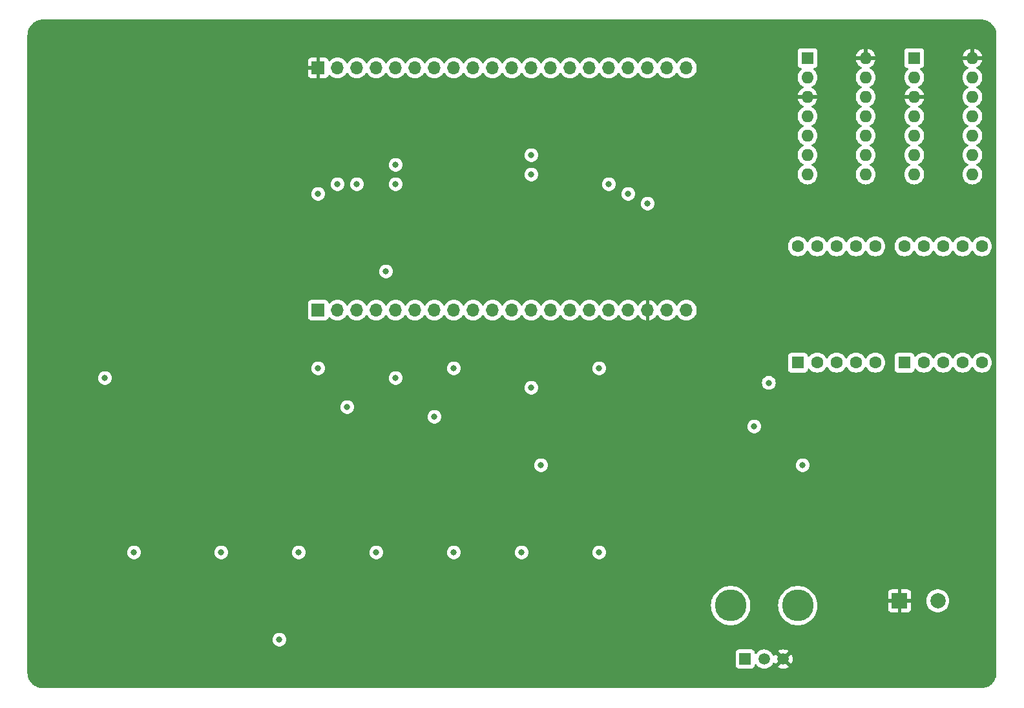
<source format=gbr>
%TF.GenerationSoftware,KiCad,Pcbnew,7.0.9*%
%TF.CreationDate,2023-12-22T14:46:18+09:00*%
%TF.ProjectId,Dev_IO_Board,4465765f-494f-45f4-926f-6172642e6b69,1.0.0*%
%TF.SameCoordinates,Original*%
%TF.FileFunction,Copper,L2,Inr*%
%TF.FilePolarity,Positive*%
%FSLAX46Y46*%
G04 Gerber Fmt 4.6, Leading zero omitted, Abs format (unit mm)*
G04 Created by KiCad (PCBNEW 7.0.9) date 2023-12-22 14:46:18*
%MOMM*%
%LPD*%
G01*
G04 APERTURE LIST*
%TA.AperFunction,ComponentPad*%
%ADD10R,1.700000X1.700000*%
%TD*%
%TA.AperFunction,ComponentPad*%
%ADD11O,1.700000X1.700000*%
%TD*%
%TA.AperFunction,ComponentPad*%
%ADD12R,1.600000X1.600000*%
%TD*%
%TA.AperFunction,ComponentPad*%
%ADD13C,1.600000*%
%TD*%
%TA.AperFunction,ComponentPad*%
%ADD14O,1.600000X1.600000*%
%TD*%
%TA.AperFunction,ComponentPad*%
%ADD15R,1.500000X1.500000*%
%TD*%
%TA.AperFunction,ComponentPad*%
%ADD16C,1.500000*%
%TD*%
%TA.AperFunction,ComponentPad*%
%ADD17C,4.155000*%
%TD*%
%TA.AperFunction,ComponentPad*%
%ADD18R,2.000000X2.000000*%
%TD*%
%TA.AperFunction,ComponentPad*%
%ADD19C,2.000000*%
%TD*%
%TA.AperFunction,ViaPad*%
%ADD20C,0.800000*%
%TD*%
G04 APERTURE END LIST*
D10*
%TO.N,VCC3V3*%
%TO.C,J1*%
X121825000Y-62705951D03*
D11*
%TO.N,GND*%
X124365000Y-62705951D03*
%TO.N,5V*%
X126905000Y-62705951D03*
%TO.N,PC12*%
X129445000Y-62705951D03*
%TO.N,PC11*%
X131985000Y-62705951D03*
%TO.N,PC10*%
X134525000Y-62705951D03*
%TO.N,PA10{slash}USART1_RX*%
X137065000Y-62705951D03*
%TO.N,PA9{slash}USART1_TX*%
X139605000Y-62705951D03*
%TO.N,PA8*%
X142145000Y-62705951D03*
%TO.N,PC9*%
X144685000Y-62705951D03*
%TO.N,PC8*%
X147225000Y-62705951D03*
%TO.N,PC7*%
X149765000Y-62705951D03*
%TO.N,PC6*%
X152305000Y-62705951D03*
%TO.N,PB15{slash}SPI2_MOSI*%
X154845000Y-62705951D03*
%TO.N,PB14{slash}SPI2_MISO*%
X157385000Y-62705951D03*
%TO.N,PB13{slash}SPI2_SCK*%
X159925000Y-62705951D03*
%TO.N,PB12{slash}SPI2_NSS*%
X162465000Y-62705951D03*
%TO.N,PB11*%
X165005000Y-62705951D03*
%TO.N,PB10*%
X167545000Y-62705951D03*
%TO.N,PB1*%
X170085000Y-62705951D03*
%TD*%
D10*
%TO.N,VBAT*%
%TO.C,J2*%
X121825000Y-94455951D03*
D11*
%TO.N,PB6*%
X124365000Y-94455951D03*
%TO.N,PB7*%
X126905000Y-94455951D03*
%TO.N,PB8*%
X129445000Y-94455951D03*
%TO.N,PB9*%
X131985000Y-94455951D03*
%TO.N,PC13*%
X134525000Y-94455951D03*
%TO.N,PA5*%
X137065000Y-94455951D03*
%TO.N,PA6*%
X139605000Y-94455951D03*
%TO.N,PC0*%
X142145000Y-94455951D03*
%TO.N,PC1*%
X144685000Y-94455951D03*
%TO.N,PC2*%
X147225000Y-94455951D03*
%TO.N,PC3*%
X149765000Y-94455951D03*
%TO.N,PA0*%
X152305000Y-94455951D03*
%TO.N,PA1{slash}ADC123_IN1*%
X154845000Y-94455951D03*
%TO.N,PA2*%
X157385000Y-94455951D03*
%TO.N,PA3{slash}TIM9_CH2*%
X159925000Y-94455951D03*
%TO.N,RESET*%
X162465000Y-94455951D03*
%TO.N,VCC3V3*%
X165005000Y-94455951D03*
%TO.N,GND*%
X167545000Y-94455951D03*
X170085000Y-94455951D03*
%TD*%
D12*
%TO.N,Net-(U2-e)*%
%TO.C,U4*%
X184690000Y-101318451D03*
D13*
%TO.N,Net-(U2-d)*%
X187230000Y-101318451D03*
%TO.N,Net-(R28-Pad1)*%
X189770000Y-101318451D03*
%TO.N,Net-(U2-c)*%
X192310000Y-101318451D03*
%TO.N,GND*%
X194850000Y-101318451D03*
%TO.N,Net-(U2-b)*%
X194850000Y-86078451D03*
%TO.N,Net-(U2-a)*%
X192310000Y-86078451D03*
%TO.N,Net-(R28-Pad1)*%
X189770000Y-86078451D03*
%TO.N,Net-(U2-f)*%
X187230000Y-86078451D03*
%TO.N,Net-(U2-g)*%
X184690000Y-86078451D03*
%TD*%
D12*
%TO.N,PB1*%
%TO.C,U3*%
X199940000Y-61430951D03*
D14*
%TO.N,PB10*%
X199940000Y-63970951D03*
%TO.N,VCC3V3*%
X199940000Y-66510951D03*
%TO.N,PB11*%
X199940000Y-69050951D03*
%TO.N,PA8*%
X199940000Y-71590951D03*
%TO.N,Net-(U3-e)*%
X199940000Y-74130951D03*
%TO.N,GND*%
X199940000Y-76670951D03*
%TO.N,Net-(U3-d)*%
X207560000Y-76670951D03*
%TO.N,Net-(U3-c)*%
X207560000Y-74130951D03*
%TO.N,Net-(U3-b)*%
X207560000Y-71590951D03*
%TO.N,Net-(U3-a)*%
X207560000Y-69050951D03*
%TO.N,Net-(U3-g)*%
X207560000Y-66510951D03*
%TO.N,Net-(U3-f)*%
X207560000Y-63970951D03*
%TO.N,VCC3V3*%
X207560000Y-61430951D03*
%TD*%
D12*
%TO.N,Net-(U3-e)*%
%TO.C,U5*%
X198660000Y-101318451D03*
D13*
%TO.N,Net-(U3-d)*%
X201200000Y-101318451D03*
%TO.N,Net-(R29-Pad1)*%
X203740000Y-101318451D03*
%TO.N,Net-(U3-c)*%
X206280000Y-101318451D03*
%TO.N,GND*%
X208820000Y-101318451D03*
%TO.N,Net-(U3-b)*%
X208820000Y-86078451D03*
%TO.N,Net-(U3-a)*%
X206280000Y-86078451D03*
%TO.N,Net-(R29-Pad1)*%
X203740000Y-86078451D03*
%TO.N,Net-(U3-f)*%
X201200000Y-86078451D03*
%TO.N,Net-(U3-g)*%
X198660000Y-86078451D03*
%TD*%
D15*
%TO.N,GND*%
%TO.C,VR1*%
X177785000Y-140175951D03*
D16*
%TO.N,Net-(VR1-WIPER)*%
X180285000Y-140175951D03*
%TO.N,VCC3V3*%
X182785000Y-140175951D03*
D17*
%TO.N,GND*%
X175885000Y-133175951D03*
X184685000Y-133175951D03*
%TD*%
D18*
%TO.N,VCC3V3*%
%TO.C,BZ1*%
X198025000Y-132555951D03*
D19*
%TO.N,Net-(BZ1-+)*%
X203025000Y-132555951D03*
%TD*%
D12*
%TO.N,PA2*%
%TO.C,U2*%
X185960000Y-61430951D03*
D14*
%TO.N,PA5*%
X185960000Y-63970951D03*
%TO.N,VCC3V3*%
X185960000Y-66510951D03*
%TO.N,PA6*%
X185960000Y-69050951D03*
%TO.N,PA0*%
X185960000Y-71590951D03*
%TO.N,Net-(U2-e)*%
X185960000Y-74130951D03*
%TO.N,GND*%
X185960000Y-76670951D03*
%TO.N,Net-(U2-d)*%
X193580000Y-76670951D03*
%TO.N,Net-(U2-c)*%
X193580000Y-74130951D03*
%TO.N,Net-(U2-b)*%
X193580000Y-71590951D03*
%TO.N,Net-(U2-a)*%
X193580000Y-69050951D03*
%TO.N,Net-(U2-g)*%
X193580000Y-66510951D03*
%TO.N,Net-(U2-f)*%
X193580000Y-63970951D03*
%TO.N,VCC3V3*%
X193580000Y-61430951D03*
%TD*%
D20*
%TO.N,VCC3V3*%
X123095000Y-109695951D03*
X163735000Y-109695951D03*
X156115000Y-114775951D03*
X104045000Y-109695951D03*
X180245000Y-107155951D03*
X184055000Y-104615951D03*
X114205000Y-109695951D03*
X133255000Y-109695951D03*
X142145000Y-109695951D03*
X95155000Y-109695951D03*
%TO.N,PC0*%
X130715000Y-89375951D03*
X93885000Y-103345951D03*
%TO.N,GND*%
X129445000Y-126205951D03*
X126905000Y-77945951D03*
X131985000Y-103345951D03*
X116745000Y-137635951D03*
X149765000Y-74135951D03*
X124365000Y-77945951D03*
X149765000Y-76675951D03*
X185325000Y-114775951D03*
X97695000Y-126205951D03*
X158655000Y-102075951D03*
X125635000Y-107155951D03*
X131985000Y-75405951D03*
X158655000Y-126205951D03*
X121825000Y-102075951D03*
X139605000Y-126205951D03*
X119285000Y-126205951D03*
X149765000Y-104615951D03*
X148495000Y-126205951D03*
X137065000Y-108425951D03*
X159925000Y-77945951D03*
X178975000Y-109695951D03*
X121825000Y-79215951D03*
X109125000Y-126205951D03*
X131985000Y-77945951D03*
X165005000Y-80485951D03*
X162465000Y-79215951D03*
X180880000Y-103980951D03*
X139605000Y-102075951D03*
X151035000Y-114775951D03*
%TD*%
%TA.AperFunction,Conductor*%
%TO.N,VCC3V3*%
G36*
X208727019Y-56356584D02*
G01*
X208806372Y-56361784D01*
X208811193Y-56362100D01*
X208990077Y-56374862D01*
X208997734Y-56375894D01*
X209117238Y-56399665D01*
X209258229Y-56430337D01*
X209264957Y-56432205D01*
X209386033Y-56473305D01*
X209473747Y-56506021D01*
X209516275Y-56521884D01*
X209522035Y-56524370D01*
X209639051Y-56582077D01*
X209759432Y-56647812D01*
X209764148Y-56650667D01*
X209821496Y-56688987D01*
X209872426Y-56723018D01*
X209875105Y-56724913D01*
X209983144Y-56805792D01*
X209986835Y-56808784D01*
X210083861Y-56893876D01*
X210085070Y-56894936D01*
X210088022Y-56897701D01*
X210183225Y-56992906D01*
X210185989Y-56995856D01*
X210186995Y-56997003D01*
X210272129Y-57094083D01*
X210275149Y-57097808D01*
X210356002Y-57205818D01*
X210357920Y-57208529D01*
X210430250Y-57316782D01*
X210433116Y-57321516D01*
X210498857Y-57441917D01*
X210556544Y-57558900D01*
X210559030Y-57564659D01*
X210607608Y-57694906D01*
X210648705Y-57815984D01*
X210650580Y-57822739D01*
X210681250Y-57963742D01*
X210705016Y-58083233D01*
X210706050Y-58090913D01*
X210718413Y-58263832D01*
X210724367Y-58354708D01*
X210724500Y-58358763D01*
X210724500Y-141983916D01*
X210724367Y-141987971D01*
X210719173Y-142067255D01*
X210705948Y-142251761D01*
X210704915Y-142259430D01*
X210682387Y-142372703D01*
X210650343Y-142520018D01*
X210648468Y-142526773D01*
X210608734Y-142643835D01*
X210558643Y-142778138D01*
X210556157Y-142783896D01*
X210499956Y-142897868D01*
X210432540Y-143021336D01*
X210429674Y-143026070D01*
X210358987Y-143131864D01*
X210357069Y-143134574D01*
X210274346Y-143245082D01*
X210271326Y-143248807D01*
X210187033Y-143344930D01*
X210184268Y-143347881D01*
X210135595Y-143396556D01*
X210086921Y-143445231D01*
X210083959Y-143448005D01*
X209987859Y-143532284D01*
X209984133Y-143535304D01*
X209873592Y-143618055D01*
X209870883Y-143619973D01*
X209765124Y-143690642D01*
X209760389Y-143693508D01*
X209636915Y-143760932D01*
X209522941Y-143817138D01*
X209517182Y-143819624D01*
X209382877Y-143869719D01*
X209265821Y-143909455D01*
X209259065Y-143911330D01*
X209111741Y-143943379D01*
X208998500Y-143965904D01*
X208990820Y-143966939D01*
X208800557Y-143980547D01*
X208727755Y-143985318D01*
X208723700Y-143985451D01*
X85727023Y-143985451D01*
X85722975Y-143985318D01*
X85695771Y-143983535D01*
X85638900Y-143979807D01*
X85459925Y-143967036D01*
X85452234Y-143966001D01*
X85332910Y-143942266D01*
X85191766Y-143911561D01*
X85185011Y-143909686D01*
X85064025Y-143868616D01*
X84933702Y-143820006D01*
X84927943Y-143817520D01*
X84811008Y-143759853D01*
X84730308Y-143715788D01*
X84690547Y-143694076D01*
X84685826Y-143691218D01*
X84579203Y-143619973D01*
X84577614Y-143618911D01*
X84574903Y-143616993D01*
X84466850Y-143536103D01*
X84463124Y-143533082D01*
X84364949Y-143446983D01*
X84361988Y-143444209D01*
X84334550Y-143416771D01*
X84266733Y-143348952D01*
X84263984Y-143346016D01*
X84177881Y-143247832D01*
X84174861Y-143244107D01*
X84093981Y-143136060D01*
X84092063Y-143133349D01*
X84019756Y-143025131D01*
X84016895Y-143020405D01*
X83951127Y-142899955D01*
X83893458Y-142783010D01*
X83890975Y-142777262D01*
X83842366Y-142646926D01*
X83841317Y-142643835D01*
X83801294Y-142525926D01*
X83799428Y-142519202D01*
X83768732Y-142378084D01*
X83744981Y-142258661D01*
X83743951Y-142251017D01*
X83731576Y-142077948D01*
X83726661Y-142002929D01*
X83725633Y-141987228D01*
X83725500Y-141983173D01*
X83725500Y-140973821D01*
X176534500Y-140973821D01*
X176534501Y-140973827D01*
X176540908Y-141033434D01*
X176591202Y-141168279D01*
X176591206Y-141168286D01*
X176677452Y-141283495D01*
X176677455Y-141283498D01*
X176792664Y-141369744D01*
X176792671Y-141369748D01*
X176927517Y-141420042D01*
X176927516Y-141420042D01*
X176934444Y-141420786D01*
X176987127Y-141426451D01*
X178582872Y-141426450D01*
X178642483Y-141420042D01*
X178777331Y-141369747D01*
X178892546Y-141283497D01*
X178978796Y-141168282D01*
X179029091Y-141033434D01*
X179035500Y-140973824D01*
X179035499Y-140964944D01*
X179055178Y-140897907D01*
X179107978Y-140852148D01*
X179177136Y-140842199D01*
X179240694Y-140871218D01*
X179261073Y-140893814D01*
X179310882Y-140964948D01*
X179323402Y-140982828D01*
X179478123Y-141137549D01*
X179657361Y-141263053D01*
X179855670Y-141355526D01*
X180067023Y-141412158D01*
X180249926Y-141428159D01*
X180284998Y-141431228D01*
X180285000Y-141431228D01*
X180285002Y-141431228D01*
X180313254Y-141428756D01*
X180502977Y-141412158D01*
X180714330Y-141355526D01*
X180912639Y-141263053D01*
X181091877Y-141137549D01*
X181246598Y-140982828D01*
X181372102Y-140803590D01*
X181422894Y-140694665D01*
X181469066Y-140642226D01*
X181536259Y-140623074D01*
X181603141Y-140643290D01*
X181647658Y-140694666D01*
X181698333Y-140803339D01*
X181698334Y-140803341D01*
X181741873Y-140865522D01*
X181741875Y-140865523D01*
X182301923Y-140305474D01*
X182325507Y-140385795D01*
X182403239Y-140506749D01*
X182511900Y-140600903D01*
X182642685Y-140660631D01*
X182652466Y-140662037D01*
X182095426Y-141219075D01*
X182157611Y-141262617D01*
X182157613Y-141262618D01*
X182355840Y-141355052D01*
X182355849Y-141355056D01*
X182567105Y-141411661D01*
X182567115Y-141411663D01*
X182784999Y-141430726D01*
X182785001Y-141430726D01*
X183002884Y-141411663D01*
X183002894Y-141411661D01*
X183214150Y-141355056D01*
X183214159Y-141355052D01*
X183412387Y-141262617D01*
X183474572Y-141219075D01*
X182917534Y-140662037D01*
X182927315Y-140660631D01*
X183058100Y-140600903D01*
X183166761Y-140506749D01*
X183244493Y-140385795D01*
X183268076Y-140305475D01*
X183828124Y-140865523D01*
X183871666Y-140803338D01*
X183964101Y-140605110D01*
X183964105Y-140605101D01*
X184020710Y-140393845D01*
X184020712Y-140393835D01*
X184039775Y-140175951D01*
X184039775Y-140175950D01*
X184020712Y-139958066D01*
X184020710Y-139958056D01*
X183964105Y-139746800D01*
X183964101Y-139746791D01*
X183871668Y-139548566D01*
X183828123Y-139486379D01*
X183268076Y-140046426D01*
X183244493Y-139966107D01*
X183166761Y-139845153D01*
X183058100Y-139750999D01*
X182927315Y-139691271D01*
X182917534Y-139689864D01*
X183474572Y-139132826D01*
X183474571Y-139132824D01*
X183412391Y-139089286D01*
X183214159Y-138996849D01*
X183214150Y-138996845D01*
X183002894Y-138940240D01*
X183002884Y-138940238D01*
X182785001Y-138921176D01*
X182784999Y-138921176D01*
X182567115Y-138940238D01*
X182567105Y-138940240D01*
X182355849Y-138996845D01*
X182355840Y-138996849D01*
X182157614Y-139089283D01*
X182157612Y-139089284D01*
X182095428Y-139132826D01*
X182095427Y-139132826D01*
X182652466Y-139689864D01*
X182642685Y-139691271D01*
X182511900Y-139750999D01*
X182403239Y-139845153D01*
X182325507Y-139966107D01*
X182301923Y-140046426D01*
X181741875Y-139486378D01*
X181741875Y-139486379D01*
X181698333Y-139548563D01*
X181698332Y-139548565D01*
X181647658Y-139657236D01*
X181601485Y-139709675D01*
X181534292Y-139728827D01*
X181467411Y-139708611D01*
X181422894Y-139657236D01*
X181417541Y-139645758D01*
X181372102Y-139548313D01*
X181372099Y-139548309D01*
X181372099Y-139548308D01*
X181246599Y-139369075D01*
X181195991Y-139318467D01*
X181091877Y-139214353D01*
X180953978Y-139117795D01*
X180912638Y-139088848D01*
X180813484Y-139042612D01*
X180714330Y-138996376D01*
X180714326Y-138996375D01*
X180714322Y-138996373D01*
X180502977Y-138939744D01*
X180285002Y-138920674D01*
X180284998Y-138920674D01*
X180157151Y-138931859D01*
X180067023Y-138939744D01*
X180067020Y-138939744D01*
X179855677Y-138996373D01*
X179855668Y-138996377D01*
X179657361Y-139088849D01*
X179657357Y-139088851D01*
X179478121Y-139214353D01*
X179323402Y-139369072D01*
X179261074Y-139458087D01*
X179206497Y-139501712D01*
X179136999Y-139508905D01*
X179074644Y-139477383D01*
X179039230Y-139417153D01*
X179035499Y-139386964D01*
X179035499Y-139378080D01*
X179035498Y-139378074D01*
X179035497Y-139378067D01*
X179029091Y-139318468D01*
X178978796Y-139183620D01*
X178978795Y-139183619D01*
X178978793Y-139183615D01*
X178892547Y-139068406D01*
X178892544Y-139068403D01*
X178777335Y-138982157D01*
X178777328Y-138982153D01*
X178642482Y-138931859D01*
X178642483Y-138931859D01*
X178582883Y-138925452D01*
X178582881Y-138925451D01*
X178582873Y-138925451D01*
X178582864Y-138925451D01*
X176987129Y-138925451D01*
X176987123Y-138925452D01*
X176927516Y-138931859D01*
X176792671Y-138982153D01*
X176792664Y-138982157D01*
X176677455Y-139068403D01*
X176677452Y-139068406D01*
X176591206Y-139183615D01*
X176591202Y-139183622D01*
X176540908Y-139318468D01*
X176535468Y-139369072D01*
X176534501Y-139378074D01*
X176534500Y-139378086D01*
X176534500Y-140973821D01*
X83725500Y-140973821D01*
X83725500Y-137635951D01*
X115839540Y-137635951D01*
X115859326Y-137824207D01*
X115859327Y-137824210D01*
X115917818Y-138004228D01*
X115917821Y-138004235D01*
X116012467Y-138168167D01*
X116139129Y-138308839D01*
X116292265Y-138420099D01*
X116292270Y-138420102D01*
X116465192Y-138497093D01*
X116465197Y-138497095D01*
X116650354Y-138536451D01*
X116650355Y-138536451D01*
X116839644Y-138536451D01*
X116839646Y-138536451D01*
X117024803Y-138497095D01*
X117197730Y-138420102D01*
X117350871Y-138308839D01*
X117477533Y-138168167D01*
X117572179Y-138004235D01*
X117630674Y-137824207D01*
X117650460Y-137635951D01*
X117630674Y-137447695D01*
X117572179Y-137267667D01*
X117477533Y-137103735D01*
X117350871Y-136963063D01*
X117350870Y-136963062D01*
X117197734Y-136851802D01*
X117197729Y-136851799D01*
X117024807Y-136774808D01*
X117024802Y-136774806D01*
X116879001Y-136743816D01*
X116839646Y-136735451D01*
X116650354Y-136735451D01*
X116617897Y-136742349D01*
X116465197Y-136774806D01*
X116465192Y-136774808D01*
X116292270Y-136851799D01*
X116292265Y-136851802D01*
X116139129Y-136963062D01*
X116012466Y-137103736D01*
X115917821Y-137267666D01*
X115917818Y-137267673D01*
X115859327Y-137447691D01*
X115859326Y-137447695D01*
X115839540Y-137635951D01*
X83725500Y-137635951D01*
X83725500Y-133175956D01*
X173301903Y-133175956D01*
X173322269Y-133499691D01*
X173322271Y-133499699D01*
X173383056Y-133818341D01*
X173383058Y-133818346D01*
X173483297Y-134126853D01*
X173483299Y-134126858D01*
X173621413Y-134420363D01*
X173621416Y-134420369D01*
X173795229Y-134694255D01*
X173795231Y-134694258D01*
X174002001Y-134944201D01*
X174002003Y-134944203D01*
X174238472Y-135166261D01*
X174500907Y-135356932D01*
X174785171Y-135513207D01*
X174785179Y-135513211D01*
X175086775Y-135632621D01*
X175086778Y-135632622D01*
X175191511Y-135659512D01*
X175400976Y-135713294D01*
X175558567Y-135733202D01*
X175722796Y-135753950D01*
X175722802Y-135753950D01*
X175722806Y-135753951D01*
X175722808Y-135753951D01*
X176047192Y-135753951D01*
X176047194Y-135753951D01*
X176047199Y-135753950D01*
X176047203Y-135753950D01*
X176132637Y-135743156D01*
X176369024Y-135713294D01*
X176683221Y-135632622D01*
X176683224Y-135632621D01*
X176984820Y-135513211D01*
X176984824Y-135513208D01*
X176984829Y-135513207D01*
X177269093Y-135356932D01*
X177531528Y-135166261D01*
X177767997Y-134944203D01*
X177974769Y-134694257D01*
X178148585Y-134420367D01*
X178286703Y-134126852D01*
X178386944Y-133818341D01*
X178447729Y-133499699D01*
X178448923Y-133480736D01*
X178468097Y-133175956D01*
X182101903Y-133175956D01*
X182122269Y-133499691D01*
X182122271Y-133499699D01*
X182183056Y-133818341D01*
X182183058Y-133818346D01*
X182283297Y-134126853D01*
X182283299Y-134126858D01*
X182421413Y-134420363D01*
X182421416Y-134420369D01*
X182595229Y-134694255D01*
X182595231Y-134694258D01*
X182802001Y-134944201D01*
X182802003Y-134944203D01*
X183038472Y-135166261D01*
X183300907Y-135356932D01*
X183585171Y-135513207D01*
X183585179Y-135513211D01*
X183886775Y-135632621D01*
X183886778Y-135632622D01*
X183991511Y-135659512D01*
X184200976Y-135713294D01*
X184358567Y-135733202D01*
X184522796Y-135753950D01*
X184522802Y-135753950D01*
X184522806Y-135753951D01*
X184522808Y-135753951D01*
X184847192Y-135753951D01*
X184847194Y-135753951D01*
X184847199Y-135753950D01*
X184847203Y-135753950D01*
X184932637Y-135743156D01*
X185169024Y-135713294D01*
X185483221Y-135632622D01*
X185483224Y-135632621D01*
X185784820Y-135513211D01*
X185784824Y-135513208D01*
X185784829Y-135513207D01*
X186069093Y-135356932D01*
X186331528Y-135166261D01*
X186567997Y-134944203D01*
X186774769Y-134694257D01*
X186948585Y-134420367D01*
X187086703Y-134126852D01*
X187186944Y-133818341D01*
X187227871Y-133603795D01*
X196525000Y-133603795D01*
X196531401Y-133663323D01*
X196531403Y-133663330D01*
X196581645Y-133798037D01*
X196581649Y-133798044D01*
X196667809Y-133913138D01*
X196667812Y-133913141D01*
X196782906Y-133999301D01*
X196782913Y-133999305D01*
X196917620Y-134049547D01*
X196917627Y-134049549D01*
X196977155Y-134055950D01*
X196977172Y-134055951D01*
X197775000Y-134055951D01*
X197775000Y-132991452D01*
X197882685Y-133040631D01*
X197989237Y-133055951D01*
X198060763Y-133055951D01*
X198167315Y-133040631D01*
X198275000Y-132991452D01*
X198275000Y-134055951D01*
X199072828Y-134055951D01*
X199072844Y-134055950D01*
X199132372Y-134049549D01*
X199132379Y-134049547D01*
X199267086Y-133999305D01*
X199267093Y-133999301D01*
X199382187Y-133913141D01*
X199382190Y-133913138D01*
X199468350Y-133798044D01*
X199468354Y-133798037D01*
X199518596Y-133663330D01*
X199518598Y-133663323D01*
X199524999Y-133603795D01*
X199525000Y-133603778D01*
X199525000Y-132805951D01*
X198458686Y-132805951D01*
X198484493Y-132765795D01*
X198525000Y-132627840D01*
X198525000Y-132555956D01*
X201519357Y-132555956D01*
X201539890Y-132803763D01*
X201539892Y-132803775D01*
X201600936Y-133044832D01*
X201700826Y-133272557D01*
X201836833Y-133480733D01*
X201836836Y-133480736D01*
X202005256Y-133663689D01*
X202201491Y-133816425D01*
X202420190Y-133934779D01*
X202655386Y-134015522D01*
X202900665Y-134056451D01*
X203149335Y-134056451D01*
X203394614Y-134015522D01*
X203629810Y-133934779D01*
X203848509Y-133816425D01*
X204044744Y-133663689D01*
X204213164Y-133480736D01*
X204349173Y-133272558D01*
X204449063Y-133044832D01*
X204510108Y-132803772D01*
X204530643Y-132555951D01*
X204528787Y-132533555D01*
X204510109Y-132308138D01*
X204510107Y-132308126D01*
X204449063Y-132067069D01*
X204349173Y-131839344D01*
X204213166Y-131631168D01*
X204191557Y-131607695D01*
X204044744Y-131448213D01*
X203848509Y-131295477D01*
X203848507Y-131295476D01*
X203848506Y-131295475D01*
X203629811Y-131177123D01*
X203629802Y-131177120D01*
X203394616Y-131096380D01*
X203149335Y-131055451D01*
X202900665Y-131055451D01*
X202655383Y-131096380D01*
X202420197Y-131177120D01*
X202420188Y-131177123D01*
X202201493Y-131295475D01*
X202177876Y-131313857D01*
X202005256Y-131448213D01*
X202004920Y-131448578D01*
X201836833Y-131631168D01*
X201700826Y-131839344D01*
X201600936Y-132067069D01*
X201539892Y-132308126D01*
X201539890Y-132308138D01*
X201519357Y-132555945D01*
X201519357Y-132555956D01*
X198525000Y-132555956D01*
X198525000Y-132484062D01*
X198484493Y-132346107D01*
X198458686Y-132305951D01*
X199525000Y-132305951D01*
X199525000Y-131508123D01*
X199524999Y-131508106D01*
X199518598Y-131448578D01*
X199518596Y-131448571D01*
X199468354Y-131313864D01*
X199468350Y-131313857D01*
X199382190Y-131198763D01*
X199382187Y-131198760D01*
X199267093Y-131112600D01*
X199267086Y-131112596D01*
X199132379Y-131062354D01*
X199132372Y-131062352D01*
X199072844Y-131055951D01*
X198275000Y-131055951D01*
X198275000Y-132120449D01*
X198167315Y-132071271D01*
X198060763Y-132055951D01*
X197989237Y-132055951D01*
X197882685Y-132071271D01*
X197775000Y-132120449D01*
X197775000Y-131055951D01*
X196977155Y-131055951D01*
X196917627Y-131062352D01*
X196917620Y-131062354D01*
X196782913Y-131112596D01*
X196782906Y-131112600D01*
X196667812Y-131198760D01*
X196667809Y-131198763D01*
X196581649Y-131313857D01*
X196581645Y-131313864D01*
X196531403Y-131448571D01*
X196531401Y-131448578D01*
X196525000Y-131508106D01*
X196525000Y-132305951D01*
X197591314Y-132305951D01*
X197565507Y-132346107D01*
X197525000Y-132484062D01*
X197525000Y-132627840D01*
X197565507Y-132765795D01*
X197591314Y-132805951D01*
X196525000Y-132805951D01*
X196525000Y-133603795D01*
X187227871Y-133603795D01*
X187247729Y-133499699D01*
X187248923Y-133480736D01*
X187268097Y-133175956D01*
X187268097Y-133175945D01*
X187247730Y-132852210D01*
X187247729Y-132852203D01*
X187186944Y-132533561D01*
X187086703Y-132225050D01*
X186948585Y-131931535D01*
X186774769Y-131657645D01*
X186774768Y-131657643D01*
X186567998Y-131407700D01*
X186331529Y-131185642D01*
X186331526Y-131185639D01*
X186069096Y-130994972D01*
X186069086Y-130994966D01*
X185784828Y-130838694D01*
X185784820Y-130838690D01*
X185483224Y-130719280D01*
X185483221Y-130719279D01*
X185169021Y-130638607D01*
X184847203Y-130597951D01*
X184847194Y-130597951D01*
X184522806Y-130597951D01*
X184522796Y-130597951D01*
X184200978Y-130638607D01*
X183886778Y-130719279D01*
X183886775Y-130719280D01*
X183585179Y-130838690D01*
X183585171Y-130838694D01*
X183300913Y-130994966D01*
X183300903Y-130994972D01*
X183038473Y-131185639D01*
X183038470Y-131185642D01*
X182802001Y-131407700D01*
X182595231Y-131657643D01*
X182595229Y-131657646D01*
X182421416Y-131931532D01*
X182421413Y-131931538D01*
X182283299Y-132225043D01*
X182283297Y-132225048D01*
X182256300Y-132308138D01*
X182183056Y-132533561D01*
X182165071Y-132627840D01*
X182122269Y-132852210D01*
X182101903Y-133175945D01*
X182101903Y-133175956D01*
X178468097Y-133175956D01*
X178468097Y-133175945D01*
X178447730Y-132852210D01*
X178447729Y-132852203D01*
X178386944Y-132533561D01*
X178286703Y-132225050D01*
X178148585Y-131931535D01*
X177974769Y-131657645D01*
X177974768Y-131657643D01*
X177767998Y-131407700D01*
X177531529Y-131185642D01*
X177531526Y-131185639D01*
X177269096Y-130994972D01*
X177269086Y-130994966D01*
X176984828Y-130838694D01*
X176984820Y-130838690D01*
X176683224Y-130719280D01*
X176683221Y-130719279D01*
X176369021Y-130638607D01*
X176047203Y-130597951D01*
X176047194Y-130597951D01*
X175722806Y-130597951D01*
X175722796Y-130597951D01*
X175400978Y-130638607D01*
X175086778Y-130719279D01*
X175086775Y-130719280D01*
X174785179Y-130838690D01*
X174785171Y-130838694D01*
X174500913Y-130994966D01*
X174500903Y-130994972D01*
X174238473Y-131185639D01*
X174238470Y-131185642D01*
X174002001Y-131407700D01*
X173795231Y-131657643D01*
X173795229Y-131657646D01*
X173621416Y-131931532D01*
X173621413Y-131931538D01*
X173483299Y-132225043D01*
X173483297Y-132225048D01*
X173456300Y-132308138D01*
X173383056Y-132533561D01*
X173365071Y-132627840D01*
X173322269Y-132852210D01*
X173301903Y-133175945D01*
X173301903Y-133175956D01*
X83725500Y-133175956D01*
X83725500Y-126205951D01*
X96789540Y-126205951D01*
X96809326Y-126394207D01*
X96809327Y-126394210D01*
X96867818Y-126574228D01*
X96867821Y-126574235D01*
X96962467Y-126738167D01*
X97089129Y-126878839D01*
X97242265Y-126990099D01*
X97242270Y-126990102D01*
X97415192Y-127067093D01*
X97415197Y-127067095D01*
X97600354Y-127106451D01*
X97600355Y-127106451D01*
X97789644Y-127106451D01*
X97789646Y-127106451D01*
X97974803Y-127067095D01*
X98147730Y-126990102D01*
X98300871Y-126878839D01*
X98427533Y-126738167D01*
X98522179Y-126574235D01*
X98580674Y-126394207D01*
X98600460Y-126205951D01*
X108219540Y-126205951D01*
X108239326Y-126394207D01*
X108239327Y-126394210D01*
X108297818Y-126574228D01*
X108297821Y-126574235D01*
X108392467Y-126738167D01*
X108519129Y-126878839D01*
X108672265Y-126990099D01*
X108672270Y-126990102D01*
X108845192Y-127067093D01*
X108845197Y-127067095D01*
X109030354Y-127106451D01*
X109030355Y-127106451D01*
X109219644Y-127106451D01*
X109219646Y-127106451D01*
X109404803Y-127067095D01*
X109577730Y-126990102D01*
X109730871Y-126878839D01*
X109857533Y-126738167D01*
X109952179Y-126574235D01*
X110010674Y-126394207D01*
X110030460Y-126205951D01*
X118379540Y-126205951D01*
X118399326Y-126394207D01*
X118399327Y-126394210D01*
X118457818Y-126574228D01*
X118457821Y-126574235D01*
X118552467Y-126738167D01*
X118679129Y-126878839D01*
X118832265Y-126990099D01*
X118832270Y-126990102D01*
X119005192Y-127067093D01*
X119005197Y-127067095D01*
X119190354Y-127106451D01*
X119190355Y-127106451D01*
X119379644Y-127106451D01*
X119379646Y-127106451D01*
X119564803Y-127067095D01*
X119737730Y-126990102D01*
X119890871Y-126878839D01*
X120017533Y-126738167D01*
X120112179Y-126574235D01*
X120170674Y-126394207D01*
X120190460Y-126205951D01*
X128539540Y-126205951D01*
X128559326Y-126394207D01*
X128559327Y-126394210D01*
X128617818Y-126574228D01*
X128617821Y-126574235D01*
X128712467Y-126738167D01*
X128839129Y-126878839D01*
X128992265Y-126990099D01*
X128992270Y-126990102D01*
X129165192Y-127067093D01*
X129165197Y-127067095D01*
X129350354Y-127106451D01*
X129350355Y-127106451D01*
X129539644Y-127106451D01*
X129539646Y-127106451D01*
X129724803Y-127067095D01*
X129897730Y-126990102D01*
X130050871Y-126878839D01*
X130177533Y-126738167D01*
X130272179Y-126574235D01*
X130330674Y-126394207D01*
X130350460Y-126205951D01*
X138699540Y-126205951D01*
X138719326Y-126394207D01*
X138719327Y-126394210D01*
X138777818Y-126574228D01*
X138777821Y-126574235D01*
X138872467Y-126738167D01*
X138999129Y-126878839D01*
X139152265Y-126990099D01*
X139152270Y-126990102D01*
X139325192Y-127067093D01*
X139325197Y-127067095D01*
X139510354Y-127106451D01*
X139510355Y-127106451D01*
X139699644Y-127106451D01*
X139699646Y-127106451D01*
X139884803Y-127067095D01*
X140057730Y-126990102D01*
X140210871Y-126878839D01*
X140337533Y-126738167D01*
X140432179Y-126574235D01*
X140490674Y-126394207D01*
X140510460Y-126205951D01*
X147589540Y-126205951D01*
X147609326Y-126394207D01*
X147609327Y-126394210D01*
X147667818Y-126574228D01*
X147667821Y-126574235D01*
X147762467Y-126738167D01*
X147889129Y-126878839D01*
X148042265Y-126990099D01*
X148042270Y-126990102D01*
X148215192Y-127067093D01*
X148215197Y-127067095D01*
X148400354Y-127106451D01*
X148400355Y-127106451D01*
X148589644Y-127106451D01*
X148589646Y-127106451D01*
X148774803Y-127067095D01*
X148947730Y-126990102D01*
X149100871Y-126878839D01*
X149227533Y-126738167D01*
X149322179Y-126574235D01*
X149380674Y-126394207D01*
X149400460Y-126205951D01*
X157749540Y-126205951D01*
X157769326Y-126394207D01*
X157769327Y-126394210D01*
X157827818Y-126574228D01*
X157827821Y-126574235D01*
X157922467Y-126738167D01*
X158049129Y-126878839D01*
X158202265Y-126990099D01*
X158202270Y-126990102D01*
X158375192Y-127067093D01*
X158375197Y-127067095D01*
X158560354Y-127106451D01*
X158560355Y-127106451D01*
X158749644Y-127106451D01*
X158749646Y-127106451D01*
X158934803Y-127067095D01*
X159107730Y-126990102D01*
X159260871Y-126878839D01*
X159387533Y-126738167D01*
X159482179Y-126574235D01*
X159540674Y-126394207D01*
X159560460Y-126205951D01*
X159540674Y-126017695D01*
X159482179Y-125837667D01*
X159387533Y-125673735D01*
X159260871Y-125533063D01*
X159260870Y-125533062D01*
X159107734Y-125421802D01*
X159107729Y-125421799D01*
X158934807Y-125344808D01*
X158934802Y-125344806D01*
X158789001Y-125313816D01*
X158749646Y-125305451D01*
X158560354Y-125305451D01*
X158527897Y-125312349D01*
X158375197Y-125344806D01*
X158375192Y-125344808D01*
X158202270Y-125421799D01*
X158202265Y-125421802D01*
X158049129Y-125533062D01*
X157922466Y-125673736D01*
X157827821Y-125837666D01*
X157827818Y-125837673D01*
X157769327Y-126017691D01*
X157769326Y-126017695D01*
X157749540Y-126205951D01*
X149400460Y-126205951D01*
X149380674Y-126017695D01*
X149322179Y-125837667D01*
X149227533Y-125673735D01*
X149100871Y-125533063D01*
X149100870Y-125533062D01*
X148947734Y-125421802D01*
X148947729Y-125421799D01*
X148774807Y-125344808D01*
X148774802Y-125344806D01*
X148629001Y-125313816D01*
X148589646Y-125305451D01*
X148400354Y-125305451D01*
X148367897Y-125312349D01*
X148215197Y-125344806D01*
X148215192Y-125344808D01*
X148042270Y-125421799D01*
X148042265Y-125421802D01*
X147889129Y-125533062D01*
X147762466Y-125673736D01*
X147667821Y-125837666D01*
X147667818Y-125837673D01*
X147609327Y-126017691D01*
X147609326Y-126017695D01*
X147589540Y-126205951D01*
X140510460Y-126205951D01*
X140490674Y-126017695D01*
X140432179Y-125837667D01*
X140337533Y-125673735D01*
X140210871Y-125533063D01*
X140210870Y-125533062D01*
X140057734Y-125421802D01*
X140057729Y-125421799D01*
X139884807Y-125344808D01*
X139884802Y-125344806D01*
X139739001Y-125313816D01*
X139699646Y-125305451D01*
X139510354Y-125305451D01*
X139477897Y-125312349D01*
X139325197Y-125344806D01*
X139325192Y-125344808D01*
X139152270Y-125421799D01*
X139152265Y-125421802D01*
X138999129Y-125533062D01*
X138872466Y-125673736D01*
X138777821Y-125837666D01*
X138777818Y-125837673D01*
X138719327Y-126017691D01*
X138719326Y-126017695D01*
X138699540Y-126205951D01*
X130350460Y-126205951D01*
X130330674Y-126017695D01*
X130272179Y-125837667D01*
X130177533Y-125673735D01*
X130050871Y-125533063D01*
X130050870Y-125533062D01*
X129897734Y-125421802D01*
X129897729Y-125421799D01*
X129724807Y-125344808D01*
X129724802Y-125344806D01*
X129579001Y-125313816D01*
X129539646Y-125305451D01*
X129350354Y-125305451D01*
X129317897Y-125312349D01*
X129165197Y-125344806D01*
X129165192Y-125344808D01*
X128992270Y-125421799D01*
X128992265Y-125421802D01*
X128839129Y-125533062D01*
X128712466Y-125673736D01*
X128617821Y-125837666D01*
X128617818Y-125837673D01*
X128559327Y-126017691D01*
X128559326Y-126017695D01*
X128539540Y-126205951D01*
X120190460Y-126205951D01*
X120170674Y-126017695D01*
X120112179Y-125837667D01*
X120017533Y-125673735D01*
X119890871Y-125533063D01*
X119890870Y-125533062D01*
X119737734Y-125421802D01*
X119737729Y-125421799D01*
X119564807Y-125344808D01*
X119564802Y-125344806D01*
X119419001Y-125313816D01*
X119379646Y-125305451D01*
X119190354Y-125305451D01*
X119157897Y-125312349D01*
X119005197Y-125344806D01*
X119005192Y-125344808D01*
X118832270Y-125421799D01*
X118832265Y-125421802D01*
X118679129Y-125533062D01*
X118552466Y-125673736D01*
X118457821Y-125837666D01*
X118457818Y-125837673D01*
X118399327Y-126017691D01*
X118399326Y-126017695D01*
X118379540Y-126205951D01*
X110030460Y-126205951D01*
X110010674Y-126017695D01*
X109952179Y-125837667D01*
X109857533Y-125673735D01*
X109730871Y-125533063D01*
X109730870Y-125533062D01*
X109577734Y-125421802D01*
X109577729Y-125421799D01*
X109404807Y-125344808D01*
X109404802Y-125344806D01*
X109259001Y-125313816D01*
X109219646Y-125305451D01*
X109030354Y-125305451D01*
X108997897Y-125312349D01*
X108845197Y-125344806D01*
X108845192Y-125344808D01*
X108672270Y-125421799D01*
X108672265Y-125421802D01*
X108519129Y-125533062D01*
X108392466Y-125673736D01*
X108297821Y-125837666D01*
X108297818Y-125837673D01*
X108239327Y-126017691D01*
X108239326Y-126017695D01*
X108219540Y-126205951D01*
X98600460Y-126205951D01*
X98580674Y-126017695D01*
X98522179Y-125837667D01*
X98427533Y-125673735D01*
X98300871Y-125533063D01*
X98300870Y-125533062D01*
X98147734Y-125421802D01*
X98147729Y-125421799D01*
X97974807Y-125344808D01*
X97974802Y-125344806D01*
X97829001Y-125313816D01*
X97789646Y-125305451D01*
X97600354Y-125305451D01*
X97567897Y-125312349D01*
X97415197Y-125344806D01*
X97415192Y-125344808D01*
X97242270Y-125421799D01*
X97242265Y-125421802D01*
X97089129Y-125533062D01*
X96962466Y-125673736D01*
X96867821Y-125837666D01*
X96867818Y-125837673D01*
X96809327Y-126017691D01*
X96809326Y-126017695D01*
X96789540Y-126205951D01*
X83725500Y-126205951D01*
X83725500Y-114775951D01*
X150129540Y-114775951D01*
X150149326Y-114964207D01*
X150149327Y-114964210D01*
X150207818Y-115144228D01*
X150207821Y-115144235D01*
X150302467Y-115308167D01*
X150429129Y-115448839D01*
X150582265Y-115560099D01*
X150582270Y-115560102D01*
X150755192Y-115637093D01*
X150755197Y-115637095D01*
X150940354Y-115676451D01*
X150940355Y-115676451D01*
X151129644Y-115676451D01*
X151129646Y-115676451D01*
X151314803Y-115637095D01*
X151487730Y-115560102D01*
X151640871Y-115448839D01*
X151767533Y-115308167D01*
X151862179Y-115144235D01*
X151920674Y-114964207D01*
X151940460Y-114775951D01*
X184419540Y-114775951D01*
X184439326Y-114964207D01*
X184439327Y-114964210D01*
X184497818Y-115144228D01*
X184497821Y-115144235D01*
X184592467Y-115308167D01*
X184719129Y-115448839D01*
X184872265Y-115560099D01*
X184872270Y-115560102D01*
X185045192Y-115637093D01*
X185045197Y-115637095D01*
X185230354Y-115676451D01*
X185230355Y-115676451D01*
X185419644Y-115676451D01*
X185419646Y-115676451D01*
X185604803Y-115637095D01*
X185777730Y-115560102D01*
X185930871Y-115448839D01*
X186057533Y-115308167D01*
X186152179Y-115144235D01*
X186210674Y-114964207D01*
X186230460Y-114775951D01*
X186210674Y-114587695D01*
X186152179Y-114407667D01*
X186057533Y-114243735D01*
X185930871Y-114103063D01*
X185930870Y-114103062D01*
X185777734Y-113991802D01*
X185777729Y-113991799D01*
X185604807Y-113914808D01*
X185604802Y-113914806D01*
X185459001Y-113883816D01*
X185419646Y-113875451D01*
X185230354Y-113875451D01*
X185197897Y-113882349D01*
X185045197Y-113914806D01*
X185045192Y-113914808D01*
X184872270Y-113991799D01*
X184872265Y-113991802D01*
X184719129Y-114103062D01*
X184592466Y-114243736D01*
X184497821Y-114407666D01*
X184497818Y-114407673D01*
X184439327Y-114587691D01*
X184439326Y-114587695D01*
X184419540Y-114775951D01*
X151940460Y-114775951D01*
X151920674Y-114587695D01*
X151862179Y-114407667D01*
X151767533Y-114243735D01*
X151640871Y-114103063D01*
X151640870Y-114103062D01*
X151487734Y-113991802D01*
X151487729Y-113991799D01*
X151314807Y-113914808D01*
X151314802Y-113914806D01*
X151169001Y-113883816D01*
X151129646Y-113875451D01*
X150940354Y-113875451D01*
X150907897Y-113882349D01*
X150755197Y-113914806D01*
X150755192Y-113914808D01*
X150582270Y-113991799D01*
X150582265Y-113991802D01*
X150429129Y-114103062D01*
X150302466Y-114243736D01*
X150207821Y-114407666D01*
X150207818Y-114407673D01*
X150149327Y-114587691D01*
X150149326Y-114587695D01*
X150129540Y-114775951D01*
X83725500Y-114775951D01*
X83725500Y-109695951D01*
X178069540Y-109695951D01*
X178089326Y-109884207D01*
X178089327Y-109884210D01*
X178147818Y-110064228D01*
X178147821Y-110064235D01*
X178242467Y-110228167D01*
X178369129Y-110368839D01*
X178522265Y-110480099D01*
X178522270Y-110480102D01*
X178695192Y-110557093D01*
X178695197Y-110557095D01*
X178880354Y-110596451D01*
X178880355Y-110596451D01*
X179069644Y-110596451D01*
X179069646Y-110596451D01*
X179254803Y-110557095D01*
X179427730Y-110480102D01*
X179580871Y-110368839D01*
X179707533Y-110228167D01*
X179802179Y-110064235D01*
X179860674Y-109884207D01*
X179880460Y-109695951D01*
X179860674Y-109507695D01*
X179802179Y-109327667D01*
X179707533Y-109163735D01*
X179580871Y-109023063D01*
X179580870Y-109023062D01*
X179427734Y-108911802D01*
X179427729Y-108911799D01*
X179254807Y-108834808D01*
X179254802Y-108834806D01*
X179109001Y-108803816D01*
X179069646Y-108795451D01*
X178880354Y-108795451D01*
X178847897Y-108802349D01*
X178695197Y-108834806D01*
X178695192Y-108834808D01*
X178522270Y-108911799D01*
X178522265Y-108911802D01*
X178369129Y-109023062D01*
X178242466Y-109163736D01*
X178147821Y-109327666D01*
X178147818Y-109327673D01*
X178089327Y-109507691D01*
X178089326Y-109507695D01*
X178069540Y-109695951D01*
X83725500Y-109695951D01*
X83725500Y-108425951D01*
X136159540Y-108425951D01*
X136179326Y-108614207D01*
X136179327Y-108614210D01*
X136237818Y-108794228D01*
X136237821Y-108794235D01*
X136332467Y-108958167D01*
X136390899Y-109023062D01*
X136459129Y-109098839D01*
X136612265Y-109210099D01*
X136612270Y-109210102D01*
X136785192Y-109287093D01*
X136785197Y-109287095D01*
X136970354Y-109326451D01*
X136970355Y-109326451D01*
X137159644Y-109326451D01*
X137159646Y-109326451D01*
X137344803Y-109287095D01*
X137517730Y-109210102D01*
X137670871Y-109098839D01*
X137797533Y-108958167D01*
X137892179Y-108794235D01*
X137950674Y-108614207D01*
X137970460Y-108425951D01*
X137950674Y-108237695D01*
X137892179Y-108057667D01*
X137797533Y-107893735D01*
X137670871Y-107753063D01*
X137670870Y-107753062D01*
X137517734Y-107641802D01*
X137517729Y-107641799D01*
X137344807Y-107564808D01*
X137344802Y-107564806D01*
X137199001Y-107533816D01*
X137159646Y-107525451D01*
X136970354Y-107525451D01*
X136937897Y-107532349D01*
X136785197Y-107564806D01*
X136785192Y-107564808D01*
X136612270Y-107641799D01*
X136612265Y-107641802D01*
X136459129Y-107753062D01*
X136332466Y-107893736D01*
X136237821Y-108057666D01*
X136237818Y-108057673D01*
X136179327Y-108237691D01*
X136179326Y-108237695D01*
X136159540Y-108425951D01*
X83725500Y-108425951D01*
X83725500Y-107155951D01*
X124729540Y-107155951D01*
X124749326Y-107344207D01*
X124749327Y-107344210D01*
X124807818Y-107524228D01*
X124807821Y-107524235D01*
X124902467Y-107688167D01*
X124960899Y-107753062D01*
X125029129Y-107828839D01*
X125182265Y-107940099D01*
X125182270Y-107940102D01*
X125355192Y-108017093D01*
X125355197Y-108017095D01*
X125540354Y-108056451D01*
X125540355Y-108056451D01*
X125729644Y-108056451D01*
X125729646Y-108056451D01*
X125914803Y-108017095D01*
X126087730Y-107940102D01*
X126240871Y-107828839D01*
X126367533Y-107688167D01*
X126462179Y-107524235D01*
X126520674Y-107344207D01*
X126540460Y-107155951D01*
X126520674Y-106967695D01*
X126462179Y-106787667D01*
X126367533Y-106623735D01*
X126240871Y-106483063D01*
X126240870Y-106483062D01*
X126087734Y-106371802D01*
X126087729Y-106371799D01*
X125914807Y-106294808D01*
X125914802Y-106294806D01*
X125769001Y-106263816D01*
X125729646Y-106255451D01*
X125540354Y-106255451D01*
X125507897Y-106262349D01*
X125355197Y-106294806D01*
X125355192Y-106294808D01*
X125182270Y-106371799D01*
X125182265Y-106371802D01*
X125029129Y-106483062D01*
X124902466Y-106623736D01*
X124807821Y-106787666D01*
X124807818Y-106787673D01*
X124749327Y-106967691D01*
X124749326Y-106967695D01*
X124729540Y-107155951D01*
X83725500Y-107155951D01*
X83725500Y-104615951D01*
X148859540Y-104615951D01*
X148879326Y-104804207D01*
X148879327Y-104804210D01*
X148937818Y-104984228D01*
X148937821Y-104984235D01*
X149032467Y-105148167D01*
X149159129Y-105288839D01*
X149312265Y-105400099D01*
X149312270Y-105400102D01*
X149485192Y-105477093D01*
X149485197Y-105477095D01*
X149670354Y-105516451D01*
X149670355Y-105516451D01*
X149859644Y-105516451D01*
X149859646Y-105516451D01*
X150044803Y-105477095D01*
X150217730Y-105400102D01*
X150370871Y-105288839D01*
X150497533Y-105148167D01*
X150592179Y-104984235D01*
X150650674Y-104804207D01*
X150670460Y-104615951D01*
X150650674Y-104427695D01*
X150592179Y-104247667D01*
X150497533Y-104083735D01*
X150404986Y-103980951D01*
X179974540Y-103980951D01*
X179994326Y-104169207D01*
X179994327Y-104169210D01*
X180052818Y-104349228D01*
X180052821Y-104349235D01*
X180147467Y-104513167D01*
X180274129Y-104653839D01*
X180427265Y-104765099D01*
X180427270Y-104765102D01*
X180600192Y-104842093D01*
X180600197Y-104842095D01*
X180785354Y-104881451D01*
X180785355Y-104881451D01*
X180974644Y-104881451D01*
X180974646Y-104881451D01*
X181159803Y-104842095D01*
X181332730Y-104765102D01*
X181485871Y-104653839D01*
X181612533Y-104513167D01*
X181707179Y-104349235D01*
X181765674Y-104169207D01*
X181785460Y-103980951D01*
X181765674Y-103792695D01*
X181707179Y-103612667D01*
X181612533Y-103448735D01*
X181485871Y-103308063D01*
X181485870Y-103308062D01*
X181332734Y-103196802D01*
X181332729Y-103196799D01*
X181159807Y-103119808D01*
X181159802Y-103119806D01*
X181014001Y-103088816D01*
X180974646Y-103080451D01*
X180785354Y-103080451D01*
X180752897Y-103087349D01*
X180600197Y-103119806D01*
X180600192Y-103119808D01*
X180427270Y-103196799D01*
X180427265Y-103196802D01*
X180274129Y-103308062D01*
X180147466Y-103448736D01*
X180052821Y-103612666D01*
X180052818Y-103612673D01*
X180006636Y-103754808D01*
X179994326Y-103792695D01*
X179974540Y-103980951D01*
X150404986Y-103980951D01*
X150370871Y-103943063D01*
X150370870Y-103943062D01*
X150217734Y-103831802D01*
X150217729Y-103831799D01*
X150044807Y-103754808D01*
X150044802Y-103754806D01*
X149899001Y-103723816D01*
X149859646Y-103715451D01*
X149670354Y-103715451D01*
X149637897Y-103722349D01*
X149485197Y-103754806D01*
X149485192Y-103754808D01*
X149312270Y-103831799D01*
X149312265Y-103831802D01*
X149159129Y-103943062D01*
X149032466Y-104083736D01*
X148937821Y-104247666D01*
X148937818Y-104247673D01*
X148904819Y-104349235D01*
X148879326Y-104427695D01*
X148859540Y-104615951D01*
X83725500Y-104615951D01*
X83725500Y-103345951D01*
X92979540Y-103345951D01*
X92999326Y-103534207D01*
X92999327Y-103534210D01*
X93057818Y-103714228D01*
X93057821Y-103714235D01*
X93152467Y-103878167D01*
X93279129Y-104018839D01*
X93432265Y-104130099D01*
X93432270Y-104130102D01*
X93605192Y-104207093D01*
X93605197Y-104207095D01*
X93790354Y-104246451D01*
X93790355Y-104246451D01*
X93979644Y-104246451D01*
X93979646Y-104246451D01*
X94164803Y-104207095D01*
X94337730Y-104130102D01*
X94490871Y-104018839D01*
X94617533Y-103878167D01*
X94712179Y-103714235D01*
X94770674Y-103534207D01*
X94790460Y-103345951D01*
X131079540Y-103345951D01*
X131099326Y-103534207D01*
X131099327Y-103534210D01*
X131157818Y-103714228D01*
X131157821Y-103714235D01*
X131252467Y-103878167D01*
X131379129Y-104018839D01*
X131532265Y-104130099D01*
X131532270Y-104130102D01*
X131705192Y-104207093D01*
X131705197Y-104207095D01*
X131890354Y-104246451D01*
X131890355Y-104246451D01*
X132079644Y-104246451D01*
X132079646Y-104246451D01*
X132264803Y-104207095D01*
X132437730Y-104130102D01*
X132590871Y-104018839D01*
X132717533Y-103878167D01*
X132812179Y-103714235D01*
X132870674Y-103534207D01*
X132890460Y-103345951D01*
X132870674Y-103157695D01*
X132812179Y-102977667D01*
X132717533Y-102813735D01*
X132590871Y-102673063D01*
X132590870Y-102673062D01*
X132437734Y-102561802D01*
X132437729Y-102561799D01*
X132264807Y-102484808D01*
X132264802Y-102484806D01*
X132096432Y-102449019D01*
X132079646Y-102445451D01*
X131890354Y-102445451D01*
X131873568Y-102449019D01*
X131705197Y-102484806D01*
X131705192Y-102484808D01*
X131532270Y-102561799D01*
X131532265Y-102561802D01*
X131379129Y-102673062D01*
X131252466Y-102813736D01*
X131157821Y-102977666D01*
X131157818Y-102977673D01*
X131111636Y-103119808D01*
X131099326Y-103157695D01*
X131079540Y-103345951D01*
X94790460Y-103345951D01*
X94770674Y-103157695D01*
X94712179Y-102977667D01*
X94617533Y-102813735D01*
X94490871Y-102673063D01*
X94490870Y-102673062D01*
X94337734Y-102561802D01*
X94337729Y-102561799D01*
X94164807Y-102484808D01*
X94164802Y-102484806D01*
X93996432Y-102449019D01*
X93979646Y-102445451D01*
X93790354Y-102445451D01*
X93773568Y-102449019D01*
X93605197Y-102484806D01*
X93605192Y-102484808D01*
X93432270Y-102561799D01*
X93432265Y-102561802D01*
X93279129Y-102673062D01*
X93152466Y-102813736D01*
X93057821Y-102977666D01*
X93057818Y-102977673D01*
X93011636Y-103119808D01*
X92999326Y-103157695D01*
X92979540Y-103345951D01*
X83725500Y-103345951D01*
X83725500Y-102075951D01*
X120919540Y-102075951D01*
X120939326Y-102264207D01*
X120939327Y-102264210D01*
X120997818Y-102444228D01*
X120997821Y-102444235D01*
X121092467Y-102608167D01*
X121150899Y-102673062D01*
X121219129Y-102748839D01*
X121372265Y-102860099D01*
X121372270Y-102860102D01*
X121545192Y-102937093D01*
X121545197Y-102937095D01*
X121730354Y-102976451D01*
X121730355Y-102976451D01*
X121919644Y-102976451D01*
X121919646Y-102976451D01*
X122104803Y-102937095D01*
X122277730Y-102860102D01*
X122430871Y-102748839D01*
X122557533Y-102608167D01*
X122652179Y-102444235D01*
X122710674Y-102264207D01*
X122730460Y-102075951D01*
X138699540Y-102075951D01*
X138719326Y-102264207D01*
X138719327Y-102264210D01*
X138777818Y-102444228D01*
X138777821Y-102444235D01*
X138872467Y-102608167D01*
X138930899Y-102673062D01*
X138999129Y-102748839D01*
X139152265Y-102860099D01*
X139152270Y-102860102D01*
X139325192Y-102937093D01*
X139325197Y-102937095D01*
X139510354Y-102976451D01*
X139510355Y-102976451D01*
X139699644Y-102976451D01*
X139699646Y-102976451D01*
X139884803Y-102937095D01*
X140057730Y-102860102D01*
X140210871Y-102748839D01*
X140337533Y-102608167D01*
X140432179Y-102444235D01*
X140490674Y-102264207D01*
X140510460Y-102075951D01*
X157749540Y-102075951D01*
X157769326Y-102264207D01*
X157769327Y-102264210D01*
X157827818Y-102444228D01*
X157827821Y-102444235D01*
X157922467Y-102608167D01*
X157980899Y-102673062D01*
X158049129Y-102748839D01*
X158202265Y-102860099D01*
X158202270Y-102860102D01*
X158375192Y-102937093D01*
X158375197Y-102937095D01*
X158560354Y-102976451D01*
X158560355Y-102976451D01*
X158749644Y-102976451D01*
X158749646Y-102976451D01*
X158934803Y-102937095D01*
X159107730Y-102860102D01*
X159260871Y-102748839D01*
X159387533Y-102608167D01*
X159482179Y-102444235D01*
X159540674Y-102264207D01*
X159550962Y-102166321D01*
X183389500Y-102166321D01*
X183389501Y-102166327D01*
X183395908Y-102225934D01*
X183446202Y-102360779D01*
X183446206Y-102360786D01*
X183532452Y-102475995D01*
X183532455Y-102475998D01*
X183647664Y-102562244D01*
X183647671Y-102562248D01*
X183782517Y-102612542D01*
X183782516Y-102612542D01*
X183789444Y-102613286D01*
X183842127Y-102618951D01*
X185537872Y-102618950D01*
X185597483Y-102612542D01*
X185732331Y-102562247D01*
X185847546Y-102475997D01*
X185933796Y-102360782D01*
X185984091Y-102225934D01*
X185987862Y-102190852D01*
X186014599Y-102126306D01*
X186071990Y-102086457D01*
X186141816Y-102083962D01*
X186201905Y-102119614D01*
X186212726Y-102132987D01*
X186229956Y-102157594D01*
X186390858Y-102318496D01*
X186390861Y-102318498D01*
X186577266Y-102449019D01*
X186783504Y-102545190D01*
X187003308Y-102604086D01*
X187165230Y-102618252D01*
X187229998Y-102623919D01*
X187230000Y-102623919D01*
X187230002Y-102623919D01*
X187286807Y-102618949D01*
X187456692Y-102604086D01*
X187676496Y-102545190D01*
X187882734Y-102449019D01*
X188069139Y-102318498D01*
X188230047Y-102157590D01*
X188360568Y-101971185D01*
X188387618Y-101913175D01*
X188433790Y-101860736D01*
X188500983Y-101841584D01*
X188567865Y-101861799D01*
X188612382Y-101913176D01*
X188639429Y-101971179D01*
X188639432Y-101971185D01*
X188769954Y-102157592D01*
X188930858Y-102318496D01*
X188930861Y-102318498D01*
X189117266Y-102449019D01*
X189323504Y-102545190D01*
X189543308Y-102604086D01*
X189705230Y-102618252D01*
X189769998Y-102623919D01*
X189770000Y-102623919D01*
X189770002Y-102623919D01*
X189826807Y-102618949D01*
X189996692Y-102604086D01*
X190216496Y-102545190D01*
X190422734Y-102449019D01*
X190609139Y-102318498D01*
X190770047Y-102157590D01*
X190900568Y-101971185D01*
X190927618Y-101913175D01*
X190973790Y-101860736D01*
X191040983Y-101841584D01*
X191107865Y-101861799D01*
X191152382Y-101913176D01*
X191179429Y-101971179D01*
X191179432Y-101971185D01*
X191309954Y-102157592D01*
X191470858Y-102318496D01*
X191470861Y-102318498D01*
X191657266Y-102449019D01*
X191863504Y-102545190D01*
X192083308Y-102604086D01*
X192245230Y-102618252D01*
X192309998Y-102623919D01*
X192310000Y-102623919D01*
X192310002Y-102623919D01*
X192366807Y-102618949D01*
X192536692Y-102604086D01*
X192756496Y-102545190D01*
X192962734Y-102449019D01*
X193149139Y-102318498D01*
X193310047Y-102157590D01*
X193440568Y-101971185D01*
X193467618Y-101913175D01*
X193513790Y-101860736D01*
X193580983Y-101841584D01*
X193647865Y-101861799D01*
X193692382Y-101913176D01*
X193719429Y-101971179D01*
X193719432Y-101971185D01*
X193849954Y-102157592D01*
X194010858Y-102318496D01*
X194010861Y-102318498D01*
X194197266Y-102449019D01*
X194403504Y-102545190D01*
X194623308Y-102604086D01*
X194785230Y-102618252D01*
X194849998Y-102623919D01*
X194850000Y-102623919D01*
X194850002Y-102623919D01*
X194906807Y-102618949D01*
X195076692Y-102604086D01*
X195296496Y-102545190D01*
X195502734Y-102449019D01*
X195689139Y-102318498D01*
X195841316Y-102166321D01*
X197359500Y-102166321D01*
X197359501Y-102166327D01*
X197365908Y-102225934D01*
X197416202Y-102360779D01*
X197416206Y-102360786D01*
X197502452Y-102475995D01*
X197502455Y-102475998D01*
X197617664Y-102562244D01*
X197617671Y-102562248D01*
X197752517Y-102612542D01*
X197752516Y-102612542D01*
X197759444Y-102613286D01*
X197812127Y-102618951D01*
X199507872Y-102618950D01*
X199567483Y-102612542D01*
X199702331Y-102562247D01*
X199817546Y-102475997D01*
X199903796Y-102360782D01*
X199954091Y-102225934D01*
X199957862Y-102190852D01*
X199984599Y-102126306D01*
X200041990Y-102086457D01*
X200111816Y-102083962D01*
X200171905Y-102119614D01*
X200182726Y-102132987D01*
X200199956Y-102157594D01*
X200360858Y-102318496D01*
X200360861Y-102318498D01*
X200547266Y-102449019D01*
X200753504Y-102545190D01*
X200973308Y-102604086D01*
X201135230Y-102618252D01*
X201199998Y-102623919D01*
X201200000Y-102623919D01*
X201200002Y-102623919D01*
X201256807Y-102618949D01*
X201426692Y-102604086D01*
X201646496Y-102545190D01*
X201852734Y-102449019D01*
X202039139Y-102318498D01*
X202200047Y-102157590D01*
X202330568Y-101971185D01*
X202357618Y-101913175D01*
X202403790Y-101860736D01*
X202470983Y-101841584D01*
X202537865Y-101861799D01*
X202582382Y-101913176D01*
X202609429Y-101971179D01*
X202609432Y-101971185D01*
X202739954Y-102157592D01*
X202900858Y-102318496D01*
X202900861Y-102318498D01*
X203087266Y-102449019D01*
X203293504Y-102545190D01*
X203513308Y-102604086D01*
X203675230Y-102618252D01*
X203739998Y-102623919D01*
X203740000Y-102623919D01*
X203740002Y-102623919D01*
X203796807Y-102618949D01*
X203966692Y-102604086D01*
X204186496Y-102545190D01*
X204392734Y-102449019D01*
X204579139Y-102318498D01*
X204740047Y-102157590D01*
X204870568Y-101971185D01*
X204897618Y-101913175D01*
X204943790Y-101860736D01*
X205010983Y-101841584D01*
X205077865Y-101861799D01*
X205122382Y-101913176D01*
X205149429Y-101971179D01*
X205149432Y-101971185D01*
X205279954Y-102157592D01*
X205440858Y-102318496D01*
X205440861Y-102318498D01*
X205627266Y-102449019D01*
X205833504Y-102545190D01*
X206053308Y-102604086D01*
X206215230Y-102618252D01*
X206279998Y-102623919D01*
X206280000Y-102623919D01*
X206280002Y-102623919D01*
X206336807Y-102618949D01*
X206506692Y-102604086D01*
X206726496Y-102545190D01*
X206932734Y-102449019D01*
X207119139Y-102318498D01*
X207280047Y-102157590D01*
X207410568Y-101971185D01*
X207437618Y-101913175D01*
X207483790Y-101860736D01*
X207550983Y-101841584D01*
X207617865Y-101861799D01*
X207662382Y-101913176D01*
X207689429Y-101971179D01*
X207689432Y-101971185D01*
X207819954Y-102157592D01*
X207980858Y-102318496D01*
X207980861Y-102318498D01*
X208167266Y-102449019D01*
X208373504Y-102545190D01*
X208593308Y-102604086D01*
X208755230Y-102618252D01*
X208819998Y-102623919D01*
X208820000Y-102623919D01*
X208820002Y-102623919D01*
X208876807Y-102618949D01*
X209046692Y-102604086D01*
X209266496Y-102545190D01*
X209472734Y-102449019D01*
X209659139Y-102318498D01*
X209820047Y-102157590D01*
X209950568Y-101971185D01*
X210046739Y-101764947D01*
X210105635Y-101545143D01*
X210125468Y-101318451D01*
X210105635Y-101091759D01*
X210046739Y-100871955D01*
X209950568Y-100665717D01*
X209820047Y-100479312D01*
X209820045Y-100479309D01*
X209659141Y-100318405D01*
X209472734Y-100187883D01*
X209472732Y-100187882D01*
X209266497Y-100091712D01*
X209266488Y-100091709D01*
X209046697Y-100032817D01*
X209046693Y-100032816D01*
X209046692Y-100032816D01*
X209046691Y-100032815D01*
X209046686Y-100032815D01*
X208820002Y-100012983D01*
X208819998Y-100012983D01*
X208593313Y-100032815D01*
X208593302Y-100032817D01*
X208373511Y-100091709D01*
X208373502Y-100091712D01*
X208167267Y-100187882D01*
X208167265Y-100187883D01*
X207980858Y-100318405D01*
X207819954Y-100479309D01*
X207689432Y-100665716D01*
X207689431Y-100665718D01*
X207662382Y-100723726D01*
X207616209Y-100776165D01*
X207549016Y-100795317D01*
X207482135Y-100775101D01*
X207437618Y-100723726D01*
X207410568Y-100665718D01*
X207410567Y-100665716D01*
X207280045Y-100479309D01*
X207119141Y-100318405D01*
X206932734Y-100187883D01*
X206932732Y-100187882D01*
X206726497Y-100091712D01*
X206726488Y-100091709D01*
X206506697Y-100032817D01*
X206506693Y-100032816D01*
X206506692Y-100032816D01*
X206506691Y-100032815D01*
X206506686Y-100032815D01*
X206280002Y-100012983D01*
X206279998Y-100012983D01*
X206053313Y-100032815D01*
X206053302Y-100032817D01*
X205833511Y-100091709D01*
X205833502Y-100091712D01*
X205627267Y-100187882D01*
X205627265Y-100187883D01*
X205440858Y-100318405D01*
X205279954Y-100479309D01*
X205149432Y-100665716D01*
X205149431Y-100665718D01*
X205122382Y-100723726D01*
X205076209Y-100776165D01*
X205009016Y-100795317D01*
X204942135Y-100775101D01*
X204897618Y-100723726D01*
X204870568Y-100665718D01*
X204870567Y-100665716D01*
X204740045Y-100479309D01*
X204579141Y-100318405D01*
X204392734Y-100187883D01*
X204392732Y-100187882D01*
X204186497Y-100091712D01*
X204186488Y-100091709D01*
X203966697Y-100032817D01*
X203966693Y-100032816D01*
X203966692Y-100032816D01*
X203966691Y-100032815D01*
X203966686Y-100032815D01*
X203740002Y-100012983D01*
X203739998Y-100012983D01*
X203513313Y-100032815D01*
X203513302Y-100032817D01*
X203293511Y-100091709D01*
X203293502Y-100091712D01*
X203087267Y-100187882D01*
X203087265Y-100187883D01*
X202900858Y-100318405D01*
X202739954Y-100479309D01*
X202609432Y-100665716D01*
X202609431Y-100665718D01*
X202582382Y-100723726D01*
X202536209Y-100776165D01*
X202469016Y-100795317D01*
X202402135Y-100775101D01*
X202357618Y-100723726D01*
X202330568Y-100665718D01*
X202330567Y-100665716D01*
X202200045Y-100479309D01*
X202039141Y-100318405D01*
X201852734Y-100187883D01*
X201852732Y-100187882D01*
X201646497Y-100091712D01*
X201646488Y-100091709D01*
X201426697Y-100032817D01*
X201426693Y-100032816D01*
X201426692Y-100032816D01*
X201426691Y-100032815D01*
X201426686Y-100032815D01*
X201200002Y-100012983D01*
X201199998Y-100012983D01*
X200973313Y-100032815D01*
X200973302Y-100032817D01*
X200753511Y-100091709D01*
X200753502Y-100091712D01*
X200547267Y-100187882D01*
X200547265Y-100187883D01*
X200360858Y-100318405D01*
X200199954Y-100479309D01*
X200182725Y-100503915D01*
X200128147Y-100547539D01*
X200058648Y-100554731D01*
X199996294Y-100523208D01*
X199960882Y-100462977D01*
X199957861Y-100446042D01*
X199954091Y-100410967D01*
X199903797Y-100276122D01*
X199903793Y-100276115D01*
X199817547Y-100160906D01*
X199817544Y-100160903D01*
X199702335Y-100074657D01*
X199702328Y-100074653D01*
X199567482Y-100024359D01*
X199567483Y-100024359D01*
X199507883Y-100017952D01*
X199507881Y-100017951D01*
X199507873Y-100017951D01*
X199507864Y-100017951D01*
X197812129Y-100017951D01*
X197812123Y-100017952D01*
X197752516Y-100024359D01*
X197617671Y-100074653D01*
X197617664Y-100074657D01*
X197502455Y-100160903D01*
X197502452Y-100160906D01*
X197416206Y-100276115D01*
X197416202Y-100276122D01*
X197365908Y-100410968D01*
X197359501Y-100470567D01*
X197359500Y-100470586D01*
X197359500Y-102166321D01*
X195841316Y-102166321D01*
X195850047Y-102157590D01*
X195980568Y-101971185D01*
X196076739Y-101764947D01*
X196135635Y-101545143D01*
X196155468Y-101318451D01*
X196135635Y-101091759D01*
X196076739Y-100871955D01*
X195980568Y-100665717D01*
X195850047Y-100479312D01*
X195850045Y-100479309D01*
X195689141Y-100318405D01*
X195502734Y-100187883D01*
X195502732Y-100187882D01*
X195296497Y-100091712D01*
X195296488Y-100091709D01*
X195076697Y-100032817D01*
X195076693Y-100032816D01*
X195076692Y-100032816D01*
X195076691Y-100032815D01*
X195076686Y-100032815D01*
X194850002Y-100012983D01*
X194849998Y-100012983D01*
X194623313Y-100032815D01*
X194623302Y-100032817D01*
X194403511Y-100091709D01*
X194403502Y-100091712D01*
X194197267Y-100187882D01*
X194197265Y-100187883D01*
X194010858Y-100318405D01*
X193849954Y-100479309D01*
X193719432Y-100665716D01*
X193719431Y-100665718D01*
X193692382Y-100723726D01*
X193646209Y-100776165D01*
X193579016Y-100795317D01*
X193512135Y-100775101D01*
X193467618Y-100723726D01*
X193440568Y-100665718D01*
X193440567Y-100665716D01*
X193310045Y-100479309D01*
X193149141Y-100318405D01*
X192962734Y-100187883D01*
X192962732Y-100187882D01*
X192756497Y-100091712D01*
X192756488Y-100091709D01*
X192536697Y-100032817D01*
X192536693Y-100032816D01*
X192536692Y-100032816D01*
X192536691Y-100032815D01*
X192536686Y-100032815D01*
X192310002Y-100012983D01*
X192309998Y-100012983D01*
X192083313Y-100032815D01*
X192083302Y-100032817D01*
X191863511Y-100091709D01*
X191863502Y-100091712D01*
X191657267Y-100187882D01*
X191657265Y-100187883D01*
X191470858Y-100318405D01*
X191309954Y-100479309D01*
X191179432Y-100665716D01*
X191179431Y-100665718D01*
X191152382Y-100723726D01*
X191106209Y-100776165D01*
X191039016Y-100795317D01*
X190972135Y-100775101D01*
X190927618Y-100723726D01*
X190900568Y-100665718D01*
X190900567Y-100665716D01*
X190770045Y-100479309D01*
X190609141Y-100318405D01*
X190422734Y-100187883D01*
X190422732Y-100187882D01*
X190216497Y-100091712D01*
X190216488Y-100091709D01*
X189996697Y-100032817D01*
X189996693Y-100032816D01*
X189996692Y-100032816D01*
X189996691Y-100032815D01*
X189996686Y-100032815D01*
X189770002Y-100012983D01*
X189769998Y-100012983D01*
X189543313Y-100032815D01*
X189543302Y-100032817D01*
X189323511Y-100091709D01*
X189323502Y-100091712D01*
X189117267Y-100187882D01*
X189117265Y-100187883D01*
X188930858Y-100318405D01*
X188769954Y-100479309D01*
X188639432Y-100665716D01*
X188639431Y-100665718D01*
X188612382Y-100723726D01*
X188566209Y-100776165D01*
X188499016Y-100795317D01*
X188432135Y-100775101D01*
X188387618Y-100723726D01*
X188360568Y-100665718D01*
X188360567Y-100665716D01*
X188230045Y-100479309D01*
X188069141Y-100318405D01*
X187882734Y-100187883D01*
X187882732Y-100187882D01*
X187676497Y-100091712D01*
X187676488Y-100091709D01*
X187456697Y-100032817D01*
X187456693Y-100032816D01*
X187456692Y-100032816D01*
X187456691Y-100032815D01*
X187456686Y-100032815D01*
X187230002Y-100012983D01*
X187229998Y-100012983D01*
X187003313Y-100032815D01*
X187003302Y-100032817D01*
X186783511Y-100091709D01*
X186783502Y-100091712D01*
X186577267Y-100187882D01*
X186577265Y-100187883D01*
X186390858Y-100318405D01*
X186229954Y-100479309D01*
X186212725Y-100503915D01*
X186158147Y-100547539D01*
X186088648Y-100554731D01*
X186026294Y-100523208D01*
X185990882Y-100462977D01*
X185987861Y-100446042D01*
X185984091Y-100410967D01*
X185933797Y-100276122D01*
X185933793Y-100276115D01*
X185847547Y-100160906D01*
X185847544Y-100160903D01*
X185732335Y-100074657D01*
X185732328Y-100074653D01*
X185597482Y-100024359D01*
X185597483Y-100024359D01*
X185537883Y-100017952D01*
X185537881Y-100017951D01*
X185537873Y-100017951D01*
X185537864Y-100017951D01*
X183842129Y-100017951D01*
X183842123Y-100017952D01*
X183782516Y-100024359D01*
X183647671Y-100074653D01*
X183647664Y-100074657D01*
X183532455Y-100160903D01*
X183532452Y-100160906D01*
X183446206Y-100276115D01*
X183446202Y-100276122D01*
X183395908Y-100410968D01*
X183389501Y-100470567D01*
X183389500Y-100470586D01*
X183389500Y-102166321D01*
X159550962Y-102166321D01*
X159560460Y-102075951D01*
X159540674Y-101887695D01*
X159482179Y-101707667D01*
X159387533Y-101543735D01*
X159260871Y-101403063D01*
X159260870Y-101403062D01*
X159107734Y-101291802D01*
X159107729Y-101291799D01*
X158934807Y-101214808D01*
X158934802Y-101214806D01*
X158789001Y-101183816D01*
X158749646Y-101175451D01*
X158560354Y-101175451D01*
X158527897Y-101182349D01*
X158375197Y-101214806D01*
X158375192Y-101214808D01*
X158202270Y-101291799D01*
X158202265Y-101291802D01*
X158049129Y-101403062D01*
X157922466Y-101543736D01*
X157827821Y-101707666D01*
X157827818Y-101707673D01*
X157777740Y-101861799D01*
X157769326Y-101887695D01*
X157749540Y-102075951D01*
X140510460Y-102075951D01*
X140490674Y-101887695D01*
X140432179Y-101707667D01*
X140337533Y-101543735D01*
X140210871Y-101403063D01*
X140210870Y-101403062D01*
X140057734Y-101291802D01*
X140057729Y-101291799D01*
X139884807Y-101214808D01*
X139884802Y-101214806D01*
X139739001Y-101183816D01*
X139699646Y-101175451D01*
X139510354Y-101175451D01*
X139477897Y-101182349D01*
X139325197Y-101214806D01*
X139325192Y-101214808D01*
X139152270Y-101291799D01*
X139152265Y-101291802D01*
X138999129Y-101403062D01*
X138872466Y-101543736D01*
X138777821Y-101707666D01*
X138777818Y-101707673D01*
X138727740Y-101861799D01*
X138719326Y-101887695D01*
X138699540Y-102075951D01*
X122730460Y-102075951D01*
X122710674Y-101887695D01*
X122652179Y-101707667D01*
X122557533Y-101543735D01*
X122430871Y-101403063D01*
X122430870Y-101403062D01*
X122277734Y-101291802D01*
X122277729Y-101291799D01*
X122104807Y-101214808D01*
X122104802Y-101214806D01*
X121959001Y-101183816D01*
X121919646Y-101175451D01*
X121730354Y-101175451D01*
X121697897Y-101182349D01*
X121545197Y-101214806D01*
X121545192Y-101214808D01*
X121372270Y-101291799D01*
X121372265Y-101291802D01*
X121219129Y-101403062D01*
X121092466Y-101543736D01*
X120997821Y-101707666D01*
X120997818Y-101707673D01*
X120947740Y-101861799D01*
X120939326Y-101887695D01*
X120919540Y-102075951D01*
X83725500Y-102075951D01*
X83725500Y-95353821D01*
X120474500Y-95353821D01*
X120474501Y-95353827D01*
X120480908Y-95413434D01*
X120531202Y-95548279D01*
X120531206Y-95548286D01*
X120617452Y-95663495D01*
X120617455Y-95663498D01*
X120732664Y-95749744D01*
X120732671Y-95749748D01*
X120867517Y-95800042D01*
X120867516Y-95800042D01*
X120874444Y-95800786D01*
X120927127Y-95806451D01*
X122722872Y-95806450D01*
X122782483Y-95800042D01*
X122917331Y-95749747D01*
X123032546Y-95663497D01*
X123118796Y-95548282D01*
X123167810Y-95416867D01*
X123209681Y-95360935D01*
X123275145Y-95336517D01*
X123343418Y-95351368D01*
X123371673Y-95372520D01*
X123493599Y-95494446D01*
X123590384Y-95562216D01*
X123687165Y-95629983D01*
X123687167Y-95629984D01*
X123687170Y-95629986D01*
X123901337Y-95729854D01*
X124129592Y-95791014D01*
X124306034Y-95806451D01*
X124364999Y-95811610D01*
X124365000Y-95811610D01*
X124365001Y-95811610D01*
X124423966Y-95806451D01*
X124600408Y-95791014D01*
X124828663Y-95729854D01*
X125042830Y-95629986D01*
X125236401Y-95494446D01*
X125403495Y-95327352D01*
X125533425Y-95141793D01*
X125588002Y-95098168D01*
X125657500Y-95090974D01*
X125719855Y-95122497D01*
X125736575Y-95141793D01*
X125866500Y-95327346D01*
X125866505Y-95327352D01*
X126033599Y-95494446D01*
X126130384Y-95562216D01*
X126227165Y-95629983D01*
X126227167Y-95629984D01*
X126227170Y-95629986D01*
X126441337Y-95729854D01*
X126669592Y-95791014D01*
X126846034Y-95806451D01*
X126904999Y-95811610D01*
X126905000Y-95811610D01*
X126905001Y-95811610D01*
X126963966Y-95806451D01*
X127140408Y-95791014D01*
X127368663Y-95729854D01*
X127582830Y-95629986D01*
X127776401Y-95494446D01*
X127943495Y-95327352D01*
X128073425Y-95141793D01*
X128128002Y-95098168D01*
X128197500Y-95090974D01*
X128259855Y-95122497D01*
X128276575Y-95141793D01*
X128406500Y-95327346D01*
X128406505Y-95327352D01*
X128573599Y-95494446D01*
X128670384Y-95562216D01*
X128767165Y-95629983D01*
X128767167Y-95629984D01*
X128767170Y-95629986D01*
X128981337Y-95729854D01*
X129209592Y-95791014D01*
X129386034Y-95806451D01*
X129444999Y-95811610D01*
X129445000Y-95811610D01*
X129445001Y-95811610D01*
X129503966Y-95806451D01*
X129680408Y-95791014D01*
X129908663Y-95729854D01*
X130122830Y-95629986D01*
X130316401Y-95494446D01*
X130483495Y-95327352D01*
X130613425Y-95141793D01*
X130668002Y-95098168D01*
X130737500Y-95090974D01*
X130799855Y-95122497D01*
X130816575Y-95141793D01*
X130946500Y-95327346D01*
X130946505Y-95327352D01*
X131113599Y-95494446D01*
X131210384Y-95562216D01*
X131307165Y-95629983D01*
X131307167Y-95629984D01*
X131307170Y-95629986D01*
X131521337Y-95729854D01*
X131749592Y-95791014D01*
X131926034Y-95806451D01*
X131984999Y-95811610D01*
X131985000Y-95811610D01*
X131985001Y-95811610D01*
X132043966Y-95806451D01*
X132220408Y-95791014D01*
X132448663Y-95729854D01*
X132662830Y-95629986D01*
X132856401Y-95494446D01*
X133023495Y-95327352D01*
X133153425Y-95141793D01*
X133208002Y-95098168D01*
X133277500Y-95090974D01*
X133339855Y-95122497D01*
X133356575Y-95141793D01*
X133486500Y-95327346D01*
X133486505Y-95327352D01*
X133653599Y-95494446D01*
X133750384Y-95562216D01*
X133847165Y-95629983D01*
X133847167Y-95629984D01*
X133847170Y-95629986D01*
X134061337Y-95729854D01*
X134289592Y-95791014D01*
X134466034Y-95806451D01*
X134524999Y-95811610D01*
X134525000Y-95811610D01*
X134525001Y-95811610D01*
X134583966Y-95806451D01*
X134760408Y-95791014D01*
X134988663Y-95729854D01*
X135202830Y-95629986D01*
X135396401Y-95494446D01*
X135563495Y-95327352D01*
X135693425Y-95141793D01*
X135748002Y-95098168D01*
X135817500Y-95090974D01*
X135879855Y-95122497D01*
X135896575Y-95141793D01*
X136026500Y-95327346D01*
X136026505Y-95327352D01*
X136193599Y-95494446D01*
X136290384Y-95562216D01*
X136387165Y-95629983D01*
X136387167Y-95629984D01*
X136387170Y-95629986D01*
X136601337Y-95729854D01*
X136829592Y-95791014D01*
X137006034Y-95806451D01*
X137064999Y-95811610D01*
X137065000Y-95811610D01*
X137065001Y-95811610D01*
X137123966Y-95806451D01*
X137300408Y-95791014D01*
X137528663Y-95729854D01*
X137742830Y-95629986D01*
X137936401Y-95494446D01*
X138103495Y-95327352D01*
X138233425Y-95141793D01*
X138288002Y-95098168D01*
X138357500Y-95090974D01*
X138419855Y-95122497D01*
X138436575Y-95141793D01*
X138566500Y-95327346D01*
X138566505Y-95327352D01*
X138733599Y-95494446D01*
X138830384Y-95562216D01*
X138927165Y-95629983D01*
X138927167Y-95629984D01*
X138927170Y-95629986D01*
X139141337Y-95729854D01*
X139369592Y-95791014D01*
X139546034Y-95806451D01*
X139604999Y-95811610D01*
X139605000Y-95811610D01*
X139605001Y-95811610D01*
X139663966Y-95806451D01*
X139840408Y-95791014D01*
X140068663Y-95729854D01*
X140282830Y-95629986D01*
X140476401Y-95494446D01*
X140643495Y-95327352D01*
X140773425Y-95141793D01*
X140828002Y-95098168D01*
X140897500Y-95090974D01*
X140959855Y-95122497D01*
X140976575Y-95141793D01*
X141106500Y-95327346D01*
X141106505Y-95327352D01*
X141273599Y-95494446D01*
X141370384Y-95562216D01*
X141467165Y-95629983D01*
X141467167Y-95629984D01*
X141467170Y-95629986D01*
X141681337Y-95729854D01*
X141909592Y-95791014D01*
X142086034Y-95806451D01*
X142144999Y-95811610D01*
X142145000Y-95811610D01*
X142145001Y-95811610D01*
X142203966Y-95806451D01*
X142380408Y-95791014D01*
X142608663Y-95729854D01*
X142822830Y-95629986D01*
X143016401Y-95494446D01*
X143183495Y-95327352D01*
X143313425Y-95141793D01*
X143368002Y-95098168D01*
X143437500Y-95090974D01*
X143499855Y-95122497D01*
X143516575Y-95141793D01*
X143646500Y-95327346D01*
X143646505Y-95327352D01*
X143813599Y-95494446D01*
X143910384Y-95562216D01*
X144007165Y-95629983D01*
X144007167Y-95629984D01*
X144007170Y-95629986D01*
X144221337Y-95729854D01*
X144449592Y-95791014D01*
X144626034Y-95806451D01*
X144684999Y-95811610D01*
X144685000Y-95811610D01*
X144685001Y-95811610D01*
X144743966Y-95806451D01*
X144920408Y-95791014D01*
X145148663Y-95729854D01*
X145362830Y-95629986D01*
X145556401Y-95494446D01*
X145723495Y-95327352D01*
X145853425Y-95141793D01*
X145908002Y-95098168D01*
X145977500Y-95090974D01*
X146039855Y-95122497D01*
X146056575Y-95141793D01*
X146186500Y-95327346D01*
X146186505Y-95327352D01*
X146353599Y-95494446D01*
X146450384Y-95562216D01*
X146547165Y-95629983D01*
X146547167Y-95629984D01*
X146547170Y-95629986D01*
X146761337Y-95729854D01*
X146989592Y-95791014D01*
X147166034Y-95806451D01*
X147224999Y-95811610D01*
X147225000Y-95811610D01*
X147225001Y-95811610D01*
X147283966Y-95806451D01*
X147460408Y-95791014D01*
X147688663Y-95729854D01*
X147902830Y-95629986D01*
X148096401Y-95494446D01*
X148263495Y-95327352D01*
X148393425Y-95141793D01*
X148448002Y-95098168D01*
X148517500Y-95090974D01*
X148579855Y-95122497D01*
X148596575Y-95141793D01*
X148726500Y-95327346D01*
X148726505Y-95327352D01*
X148893599Y-95494446D01*
X148990384Y-95562216D01*
X149087165Y-95629983D01*
X149087167Y-95629984D01*
X149087170Y-95629986D01*
X149301337Y-95729854D01*
X149529592Y-95791014D01*
X149706034Y-95806451D01*
X149764999Y-95811610D01*
X149765000Y-95811610D01*
X149765001Y-95811610D01*
X149823966Y-95806451D01*
X150000408Y-95791014D01*
X150228663Y-95729854D01*
X150442830Y-95629986D01*
X150636401Y-95494446D01*
X150803495Y-95327352D01*
X150933425Y-95141793D01*
X150988002Y-95098168D01*
X151057500Y-95090974D01*
X151119855Y-95122497D01*
X151136575Y-95141793D01*
X151266500Y-95327346D01*
X151266505Y-95327352D01*
X151433599Y-95494446D01*
X151530384Y-95562216D01*
X151627165Y-95629983D01*
X151627167Y-95629984D01*
X151627170Y-95629986D01*
X151841337Y-95729854D01*
X152069592Y-95791014D01*
X152246034Y-95806451D01*
X152304999Y-95811610D01*
X152305000Y-95811610D01*
X152305001Y-95811610D01*
X152363966Y-95806451D01*
X152540408Y-95791014D01*
X152768663Y-95729854D01*
X152982830Y-95629986D01*
X153176401Y-95494446D01*
X153343495Y-95327352D01*
X153473425Y-95141793D01*
X153528002Y-95098168D01*
X153597500Y-95090974D01*
X153659855Y-95122497D01*
X153676575Y-95141793D01*
X153806500Y-95327346D01*
X153806505Y-95327352D01*
X153973599Y-95494446D01*
X154070384Y-95562216D01*
X154167165Y-95629983D01*
X154167167Y-95629984D01*
X154167170Y-95629986D01*
X154381337Y-95729854D01*
X154609592Y-95791014D01*
X154786034Y-95806451D01*
X154844999Y-95811610D01*
X154845000Y-95811610D01*
X154845001Y-95811610D01*
X154903966Y-95806451D01*
X155080408Y-95791014D01*
X155308663Y-95729854D01*
X155522830Y-95629986D01*
X155716401Y-95494446D01*
X155883495Y-95327352D01*
X156013425Y-95141793D01*
X156068002Y-95098168D01*
X156137500Y-95090974D01*
X156199855Y-95122497D01*
X156216575Y-95141793D01*
X156346500Y-95327346D01*
X156346505Y-95327352D01*
X156513599Y-95494446D01*
X156610384Y-95562216D01*
X156707165Y-95629983D01*
X156707167Y-95629984D01*
X156707170Y-95629986D01*
X156921337Y-95729854D01*
X157149592Y-95791014D01*
X157326034Y-95806451D01*
X157384999Y-95811610D01*
X157385000Y-95811610D01*
X157385001Y-95811610D01*
X157443966Y-95806451D01*
X157620408Y-95791014D01*
X157848663Y-95729854D01*
X158062830Y-95629986D01*
X158256401Y-95494446D01*
X158423495Y-95327352D01*
X158553425Y-95141793D01*
X158608002Y-95098168D01*
X158677500Y-95090974D01*
X158739855Y-95122497D01*
X158756575Y-95141793D01*
X158886500Y-95327346D01*
X158886505Y-95327352D01*
X159053599Y-95494446D01*
X159150384Y-95562216D01*
X159247165Y-95629983D01*
X159247167Y-95629984D01*
X159247170Y-95629986D01*
X159461337Y-95729854D01*
X159689592Y-95791014D01*
X159866034Y-95806451D01*
X159924999Y-95811610D01*
X159925000Y-95811610D01*
X159925001Y-95811610D01*
X159983966Y-95806451D01*
X160160408Y-95791014D01*
X160388663Y-95729854D01*
X160602830Y-95629986D01*
X160796401Y-95494446D01*
X160963495Y-95327352D01*
X161093425Y-95141793D01*
X161148002Y-95098168D01*
X161217500Y-95090974D01*
X161279855Y-95122497D01*
X161296575Y-95141793D01*
X161426500Y-95327346D01*
X161426505Y-95327352D01*
X161593599Y-95494446D01*
X161690384Y-95562216D01*
X161787165Y-95629983D01*
X161787167Y-95629984D01*
X161787170Y-95629986D01*
X162001337Y-95729854D01*
X162229592Y-95791014D01*
X162406034Y-95806451D01*
X162464999Y-95811610D01*
X162465000Y-95811610D01*
X162465001Y-95811610D01*
X162523966Y-95806451D01*
X162700408Y-95791014D01*
X162928663Y-95729854D01*
X163142830Y-95629986D01*
X163336401Y-95494446D01*
X163503495Y-95327352D01*
X163633730Y-95141356D01*
X163688307Y-95097732D01*
X163757805Y-95090538D01*
X163820160Y-95122061D01*
X163836879Y-95141356D01*
X163966890Y-95327029D01*
X164133917Y-95494056D01*
X164327421Y-95629551D01*
X164541507Y-95729380D01*
X164541516Y-95729384D01*
X164755000Y-95786585D01*
X164755000Y-94891452D01*
X164862685Y-94940631D01*
X164969237Y-94955951D01*
X165040763Y-94955951D01*
X165147315Y-94940631D01*
X165255000Y-94891452D01*
X165255000Y-95786584D01*
X165468483Y-95729384D01*
X165468492Y-95729380D01*
X165682578Y-95629551D01*
X165876082Y-95494056D01*
X166043105Y-95327033D01*
X166173119Y-95141356D01*
X166227696Y-95097732D01*
X166297195Y-95090539D01*
X166359549Y-95122061D01*
X166376269Y-95141356D01*
X166506505Y-95327352D01*
X166673599Y-95494446D01*
X166770384Y-95562216D01*
X166867165Y-95629983D01*
X166867167Y-95629984D01*
X166867170Y-95629986D01*
X167081337Y-95729854D01*
X167309592Y-95791014D01*
X167486034Y-95806451D01*
X167544999Y-95811610D01*
X167545000Y-95811610D01*
X167545001Y-95811610D01*
X167603966Y-95806451D01*
X167780408Y-95791014D01*
X168008663Y-95729854D01*
X168222830Y-95629986D01*
X168416401Y-95494446D01*
X168583495Y-95327352D01*
X168713425Y-95141793D01*
X168768002Y-95098168D01*
X168837500Y-95090974D01*
X168899855Y-95122497D01*
X168916575Y-95141793D01*
X169046500Y-95327346D01*
X169046505Y-95327352D01*
X169213599Y-95494446D01*
X169310384Y-95562216D01*
X169407165Y-95629983D01*
X169407167Y-95629984D01*
X169407170Y-95629986D01*
X169621337Y-95729854D01*
X169849592Y-95791014D01*
X170026034Y-95806451D01*
X170084999Y-95811610D01*
X170085000Y-95811610D01*
X170085001Y-95811610D01*
X170143966Y-95806451D01*
X170320408Y-95791014D01*
X170548663Y-95729854D01*
X170762830Y-95629986D01*
X170956401Y-95494446D01*
X171123495Y-95327352D01*
X171259035Y-95133781D01*
X171358903Y-94919614D01*
X171420063Y-94691359D01*
X171440659Y-94455951D01*
X171420063Y-94220543D01*
X171358903Y-93992288D01*
X171259035Y-93778122D01*
X171253731Y-93770546D01*
X171123494Y-93584548D01*
X170956402Y-93417457D01*
X170956395Y-93417452D01*
X170762834Y-93281918D01*
X170762830Y-93281916D01*
X170762828Y-93281915D01*
X170548663Y-93182048D01*
X170548659Y-93182047D01*
X170548655Y-93182045D01*
X170320413Y-93120889D01*
X170320403Y-93120887D01*
X170085001Y-93100292D01*
X170084999Y-93100292D01*
X169849596Y-93120887D01*
X169849586Y-93120889D01*
X169621344Y-93182045D01*
X169621335Y-93182049D01*
X169407171Y-93281915D01*
X169407169Y-93281916D01*
X169213597Y-93417456D01*
X169046505Y-93584548D01*
X168916575Y-93770109D01*
X168861998Y-93813734D01*
X168792500Y-93820928D01*
X168730145Y-93789405D01*
X168713425Y-93770109D01*
X168583494Y-93584548D01*
X168416402Y-93417457D01*
X168416395Y-93417452D01*
X168222834Y-93281918D01*
X168222830Y-93281916D01*
X168222828Y-93281915D01*
X168008663Y-93182048D01*
X168008659Y-93182047D01*
X168008655Y-93182045D01*
X167780413Y-93120889D01*
X167780403Y-93120887D01*
X167545001Y-93100292D01*
X167544999Y-93100292D01*
X167309596Y-93120887D01*
X167309586Y-93120889D01*
X167081344Y-93182045D01*
X167081335Y-93182049D01*
X166867171Y-93281915D01*
X166867169Y-93281916D01*
X166673597Y-93417456D01*
X166506508Y-93584545D01*
X166376269Y-93770546D01*
X166321692Y-93814170D01*
X166252193Y-93821363D01*
X166189839Y-93789841D01*
X166173119Y-93770545D01*
X166043113Y-93584877D01*
X166043108Y-93584871D01*
X165876082Y-93417845D01*
X165682578Y-93282350D01*
X165468492Y-93182521D01*
X165468486Y-93182518D01*
X165255000Y-93125315D01*
X165255000Y-94020449D01*
X165147315Y-93971271D01*
X165040763Y-93955951D01*
X164969237Y-93955951D01*
X164862685Y-93971271D01*
X164755000Y-94020449D01*
X164755000Y-93125315D01*
X164754999Y-93125315D01*
X164541513Y-93182518D01*
X164541507Y-93182521D01*
X164327422Y-93282350D01*
X164327420Y-93282351D01*
X164133926Y-93417837D01*
X164133920Y-93417842D01*
X163966891Y-93584871D01*
X163966890Y-93584873D01*
X163836880Y-93770546D01*
X163782303Y-93814170D01*
X163712804Y-93821363D01*
X163650450Y-93789841D01*
X163633730Y-93770545D01*
X163503494Y-93584548D01*
X163336402Y-93417457D01*
X163336395Y-93417452D01*
X163142834Y-93281918D01*
X163142830Y-93281916D01*
X163142828Y-93281915D01*
X162928663Y-93182048D01*
X162928659Y-93182047D01*
X162928655Y-93182045D01*
X162700413Y-93120889D01*
X162700403Y-93120887D01*
X162465001Y-93100292D01*
X162464999Y-93100292D01*
X162229596Y-93120887D01*
X162229586Y-93120889D01*
X162001344Y-93182045D01*
X162001335Y-93182049D01*
X161787171Y-93281915D01*
X161787169Y-93281916D01*
X161593597Y-93417456D01*
X161426505Y-93584548D01*
X161296575Y-93770109D01*
X161241998Y-93813734D01*
X161172500Y-93820928D01*
X161110145Y-93789405D01*
X161093425Y-93770109D01*
X160963494Y-93584548D01*
X160796402Y-93417457D01*
X160796395Y-93417452D01*
X160602834Y-93281918D01*
X160602830Y-93281916D01*
X160602828Y-93281915D01*
X160388663Y-93182048D01*
X160388659Y-93182047D01*
X160388655Y-93182045D01*
X160160413Y-93120889D01*
X160160403Y-93120887D01*
X159925001Y-93100292D01*
X159924999Y-93100292D01*
X159689596Y-93120887D01*
X159689586Y-93120889D01*
X159461344Y-93182045D01*
X159461335Y-93182049D01*
X159247171Y-93281915D01*
X159247169Y-93281916D01*
X159053597Y-93417456D01*
X158886505Y-93584548D01*
X158756575Y-93770109D01*
X158701998Y-93813734D01*
X158632500Y-93820928D01*
X158570145Y-93789405D01*
X158553425Y-93770109D01*
X158423494Y-93584548D01*
X158256402Y-93417457D01*
X158256395Y-93417452D01*
X158062834Y-93281918D01*
X158062830Y-93281916D01*
X158062828Y-93281915D01*
X157848663Y-93182048D01*
X157848659Y-93182047D01*
X157848655Y-93182045D01*
X157620413Y-93120889D01*
X157620403Y-93120887D01*
X157385001Y-93100292D01*
X157384999Y-93100292D01*
X157149596Y-93120887D01*
X157149586Y-93120889D01*
X156921344Y-93182045D01*
X156921335Y-93182049D01*
X156707171Y-93281915D01*
X156707169Y-93281916D01*
X156513597Y-93417456D01*
X156346505Y-93584548D01*
X156216575Y-93770109D01*
X156161998Y-93813734D01*
X156092500Y-93820928D01*
X156030145Y-93789405D01*
X156013425Y-93770109D01*
X155883494Y-93584548D01*
X155716402Y-93417457D01*
X155716395Y-93417452D01*
X155522834Y-93281918D01*
X155522830Y-93281916D01*
X155522828Y-93281915D01*
X155308663Y-93182048D01*
X155308659Y-93182047D01*
X155308655Y-93182045D01*
X155080413Y-93120889D01*
X155080403Y-93120887D01*
X154845001Y-93100292D01*
X154844999Y-93100292D01*
X154609596Y-93120887D01*
X154609586Y-93120889D01*
X154381344Y-93182045D01*
X154381335Y-93182049D01*
X154167171Y-93281915D01*
X154167169Y-93281916D01*
X153973597Y-93417456D01*
X153806505Y-93584548D01*
X153676575Y-93770109D01*
X153621998Y-93813734D01*
X153552500Y-93820928D01*
X153490145Y-93789405D01*
X153473425Y-93770109D01*
X153343494Y-93584548D01*
X153176402Y-93417457D01*
X153176395Y-93417452D01*
X152982834Y-93281918D01*
X152982830Y-93281916D01*
X152982828Y-93281915D01*
X152768663Y-93182048D01*
X152768659Y-93182047D01*
X152768655Y-93182045D01*
X152540413Y-93120889D01*
X152540403Y-93120887D01*
X152305001Y-93100292D01*
X152304999Y-93100292D01*
X152069596Y-93120887D01*
X152069586Y-93120889D01*
X151841344Y-93182045D01*
X151841335Y-93182049D01*
X151627171Y-93281915D01*
X151627169Y-93281916D01*
X151433597Y-93417456D01*
X151266505Y-93584548D01*
X151136575Y-93770109D01*
X151081998Y-93813734D01*
X151012500Y-93820928D01*
X150950145Y-93789405D01*
X150933425Y-93770109D01*
X150803494Y-93584548D01*
X150636402Y-93417457D01*
X150636395Y-93417452D01*
X150442834Y-93281918D01*
X150442830Y-93281916D01*
X150442828Y-93281915D01*
X150228663Y-93182048D01*
X150228659Y-93182047D01*
X150228655Y-93182045D01*
X150000413Y-93120889D01*
X150000403Y-93120887D01*
X149765001Y-93100292D01*
X149764999Y-93100292D01*
X149529596Y-93120887D01*
X149529586Y-93120889D01*
X149301344Y-93182045D01*
X149301335Y-93182049D01*
X149087171Y-93281915D01*
X149087169Y-93281916D01*
X148893597Y-93417456D01*
X148726505Y-93584548D01*
X148596575Y-93770109D01*
X148541998Y-93813734D01*
X148472500Y-93820928D01*
X148410145Y-93789405D01*
X148393425Y-93770109D01*
X148263494Y-93584548D01*
X148096402Y-93417457D01*
X148096395Y-93417452D01*
X147902834Y-93281918D01*
X147902830Y-93281916D01*
X147902828Y-93281915D01*
X147688663Y-93182048D01*
X147688659Y-93182047D01*
X147688655Y-93182045D01*
X147460413Y-93120889D01*
X147460403Y-93120887D01*
X147225001Y-93100292D01*
X147224999Y-93100292D01*
X146989596Y-93120887D01*
X146989586Y-93120889D01*
X146761344Y-93182045D01*
X146761335Y-93182049D01*
X146547171Y-93281915D01*
X146547169Y-93281916D01*
X146353597Y-93417456D01*
X146186505Y-93584548D01*
X146056575Y-93770109D01*
X146001998Y-93813734D01*
X145932500Y-93820928D01*
X145870145Y-93789405D01*
X145853425Y-93770109D01*
X145723494Y-93584548D01*
X145556402Y-93417457D01*
X145556395Y-93417452D01*
X145362834Y-93281918D01*
X145362830Y-93281916D01*
X145362828Y-93281915D01*
X145148663Y-93182048D01*
X145148659Y-93182047D01*
X145148655Y-93182045D01*
X144920413Y-93120889D01*
X144920403Y-93120887D01*
X144685001Y-93100292D01*
X144684999Y-93100292D01*
X144449596Y-93120887D01*
X144449586Y-93120889D01*
X144221344Y-93182045D01*
X144221335Y-93182049D01*
X144007171Y-93281915D01*
X144007169Y-93281916D01*
X143813597Y-93417456D01*
X143646505Y-93584548D01*
X143516575Y-93770109D01*
X143461998Y-93813734D01*
X143392500Y-93820928D01*
X143330145Y-93789405D01*
X143313425Y-93770109D01*
X143183494Y-93584548D01*
X143016402Y-93417457D01*
X143016395Y-93417452D01*
X142822834Y-93281918D01*
X142822830Y-93281916D01*
X142822828Y-93281915D01*
X142608663Y-93182048D01*
X142608659Y-93182047D01*
X142608655Y-93182045D01*
X142380413Y-93120889D01*
X142380403Y-93120887D01*
X142145001Y-93100292D01*
X142144999Y-93100292D01*
X141909596Y-93120887D01*
X141909586Y-93120889D01*
X141681344Y-93182045D01*
X141681335Y-93182049D01*
X141467171Y-93281915D01*
X141467169Y-93281916D01*
X141273597Y-93417456D01*
X141106505Y-93584548D01*
X140976575Y-93770109D01*
X140921998Y-93813734D01*
X140852500Y-93820928D01*
X140790145Y-93789405D01*
X140773425Y-93770109D01*
X140643494Y-93584548D01*
X140476402Y-93417457D01*
X140476395Y-93417452D01*
X140282834Y-93281918D01*
X140282830Y-93281916D01*
X140282828Y-93281915D01*
X140068663Y-93182048D01*
X140068659Y-93182047D01*
X140068655Y-93182045D01*
X139840413Y-93120889D01*
X139840403Y-93120887D01*
X139605001Y-93100292D01*
X139604999Y-93100292D01*
X139369596Y-93120887D01*
X139369586Y-93120889D01*
X139141344Y-93182045D01*
X139141335Y-93182049D01*
X138927171Y-93281915D01*
X138927169Y-93281916D01*
X138733597Y-93417456D01*
X138566505Y-93584548D01*
X138436575Y-93770109D01*
X138381998Y-93813734D01*
X138312500Y-93820928D01*
X138250145Y-93789405D01*
X138233425Y-93770109D01*
X138103494Y-93584548D01*
X137936402Y-93417457D01*
X137936395Y-93417452D01*
X137742834Y-93281918D01*
X137742830Y-93281916D01*
X137742828Y-93281915D01*
X137528663Y-93182048D01*
X137528659Y-93182047D01*
X137528655Y-93182045D01*
X137300413Y-93120889D01*
X137300403Y-93120887D01*
X137065001Y-93100292D01*
X137064999Y-93100292D01*
X136829596Y-93120887D01*
X136829586Y-93120889D01*
X136601344Y-93182045D01*
X136601335Y-93182049D01*
X136387171Y-93281915D01*
X136387169Y-93281916D01*
X136193597Y-93417456D01*
X136026505Y-93584548D01*
X135896575Y-93770109D01*
X135841998Y-93813734D01*
X135772500Y-93820928D01*
X135710145Y-93789405D01*
X135693425Y-93770109D01*
X135563494Y-93584548D01*
X135396402Y-93417457D01*
X135396395Y-93417452D01*
X135202834Y-93281918D01*
X135202830Y-93281916D01*
X135202828Y-93281915D01*
X134988663Y-93182048D01*
X134988659Y-93182047D01*
X134988655Y-93182045D01*
X134760413Y-93120889D01*
X134760403Y-93120887D01*
X134525001Y-93100292D01*
X134524999Y-93100292D01*
X134289596Y-93120887D01*
X134289586Y-93120889D01*
X134061344Y-93182045D01*
X134061335Y-93182049D01*
X133847171Y-93281915D01*
X133847169Y-93281916D01*
X133653597Y-93417456D01*
X133486505Y-93584548D01*
X133356575Y-93770109D01*
X133301998Y-93813734D01*
X133232500Y-93820928D01*
X133170145Y-93789405D01*
X133153425Y-93770109D01*
X133023494Y-93584548D01*
X132856402Y-93417457D01*
X132856395Y-93417452D01*
X132662834Y-93281918D01*
X132662830Y-93281916D01*
X132662828Y-93281915D01*
X132448663Y-93182048D01*
X132448659Y-93182047D01*
X132448655Y-93182045D01*
X132220413Y-93120889D01*
X132220403Y-93120887D01*
X131985001Y-93100292D01*
X131984999Y-93100292D01*
X131749596Y-93120887D01*
X131749586Y-93120889D01*
X131521344Y-93182045D01*
X131521335Y-93182049D01*
X131307171Y-93281915D01*
X131307169Y-93281916D01*
X131113597Y-93417456D01*
X130946505Y-93584548D01*
X130816575Y-93770109D01*
X130761998Y-93813734D01*
X130692500Y-93820928D01*
X130630145Y-93789405D01*
X130613425Y-93770109D01*
X130483494Y-93584548D01*
X130316402Y-93417457D01*
X130316395Y-93417452D01*
X130122834Y-93281918D01*
X130122830Y-93281916D01*
X130122828Y-93281915D01*
X129908663Y-93182048D01*
X129908659Y-93182047D01*
X129908655Y-93182045D01*
X129680413Y-93120889D01*
X129680403Y-93120887D01*
X129445001Y-93100292D01*
X129444999Y-93100292D01*
X129209596Y-93120887D01*
X129209586Y-93120889D01*
X128981344Y-93182045D01*
X128981335Y-93182049D01*
X128767171Y-93281915D01*
X128767169Y-93281916D01*
X128573597Y-93417456D01*
X128406505Y-93584548D01*
X128276575Y-93770109D01*
X128221998Y-93813734D01*
X128152500Y-93820928D01*
X128090145Y-93789405D01*
X128073425Y-93770109D01*
X127943494Y-93584548D01*
X127776402Y-93417457D01*
X127776395Y-93417452D01*
X127582834Y-93281918D01*
X127582830Y-93281916D01*
X127582828Y-93281915D01*
X127368663Y-93182048D01*
X127368659Y-93182047D01*
X127368655Y-93182045D01*
X127140413Y-93120889D01*
X127140403Y-93120887D01*
X126905001Y-93100292D01*
X126904999Y-93100292D01*
X126669596Y-93120887D01*
X126669586Y-93120889D01*
X126441344Y-93182045D01*
X126441335Y-93182049D01*
X126227171Y-93281915D01*
X126227169Y-93281916D01*
X126033597Y-93417456D01*
X125866505Y-93584548D01*
X125736575Y-93770109D01*
X125681998Y-93813734D01*
X125612500Y-93820928D01*
X125550145Y-93789405D01*
X125533425Y-93770109D01*
X125403494Y-93584548D01*
X125236402Y-93417457D01*
X125236395Y-93417452D01*
X125042834Y-93281918D01*
X125042830Y-93281916D01*
X125042828Y-93281915D01*
X124828663Y-93182048D01*
X124828659Y-93182047D01*
X124828655Y-93182045D01*
X124600413Y-93120889D01*
X124600403Y-93120887D01*
X124365001Y-93100292D01*
X124364999Y-93100292D01*
X124129596Y-93120887D01*
X124129586Y-93120889D01*
X123901344Y-93182045D01*
X123901335Y-93182049D01*
X123687171Y-93281915D01*
X123687169Y-93281916D01*
X123493600Y-93417454D01*
X123371673Y-93539381D01*
X123310350Y-93572865D01*
X123240658Y-93567881D01*
X123184725Y-93526009D01*
X123167810Y-93495032D01*
X123118797Y-93363622D01*
X123118793Y-93363615D01*
X123032547Y-93248406D01*
X123032544Y-93248403D01*
X122917335Y-93162157D01*
X122917328Y-93162153D01*
X122782482Y-93111859D01*
X122782483Y-93111859D01*
X122722883Y-93105452D01*
X122722881Y-93105451D01*
X122722873Y-93105451D01*
X122722864Y-93105451D01*
X120927129Y-93105451D01*
X120927123Y-93105452D01*
X120867516Y-93111859D01*
X120732671Y-93162153D01*
X120732664Y-93162157D01*
X120617455Y-93248403D01*
X120617452Y-93248406D01*
X120531206Y-93363615D01*
X120531202Y-93363622D01*
X120480908Y-93498468D01*
X120474501Y-93558067D01*
X120474500Y-93558086D01*
X120474500Y-95353821D01*
X83725500Y-95353821D01*
X83725500Y-89375951D01*
X129809540Y-89375951D01*
X129829326Y-89564207D01*
X129829327Y-89564210D01*
X129887818Y-89744228D01*
X129887821Y-89744235D01*
X129982467Y-89908167D01*
X130109129Y-90048839D01*
X130262265Y-90160099D01*
X130262270Y-90160102D01*
X130435192Y-90237093D01*
X130435197Y-90237095D01*
X130620354Y-90276451D01*
X130620355Y-90276451D01*
X130809644Y-90276451D01*
X130809646Y-90276451D01*
X130994803Y-90237095D01*
X131167730Y-90160102D01*
X131320871Y-90048839D01*
X131447533Y-89908167D01*
X131542179Y-89744235D01*
X131600674Y-89564207D01*
X131620460Y-89375951D01*
X131600674Y-89187695D01*
X131542179Y-89007667D01*
X131447533Y-88843735D01*
X131320871Y-88703063D01*
X131320870Y-88703062D01*
X131167734Y-88591802D01*
X131167729Y-88591799D01*
X130994807Y-88514808D01*
X130994802Y-88514806D01*
X130849001Y-88483816D01*
X130809646Y-88475451D01*
X130620354Y-88475451D01*
X130587897Y-88482349D01*
X130435197Y-88514806D01*
X130435192Y-88514808D01*
X130262270Y-88591799D01*
X130262265Y-88591802D01*
X130109129Y-88703062D01*
X129982466Y-88843736D01*
X129887821Y-89007666D01*
X129887818Y-89007673D01*
X129829327Y-89187691D01*
X129829326Y-89187695D01*
X129809540Y-89375951D01*
X83725500Y-89375951D01*
X83725500Y-86078452D01*
X183384532Y-86078452D01*
X183404364Y-86305137D01*
X183404366Y-86305148D01*
X183463258Y-86524939D01*
X183463261Y-86524948D01*
X183559431Y-86731183D01*
X183559432Y-86731185D01*
X183689954Y-86917592D01*
X183850858Y-87078496D01*
X183850861Y-87078498D01*
X184037266Y-87209019D01*
X184243504Y-87305190D01*
X184463308Y-87364086D01*
X184625230Y-87378252D01*
X184689998Y-87383919D01*
X184690000Y-87383919D01*
X184690002Y-87383919D01*
X184746673Y-87378960D01*
X184916692Y-87364086D01*
X185136496Y-87305190D01*
X185342734Y-87209019D01*
X185529139Y-87078498D01*
X185690047Y-86917590D01*
X185820568Y-86731185D01*
X185847618Y-86673175D01*
X185893790Y-86620736D01*
X185960983Y-86601584D01*
X186027865Y-86621799D01*
X186072382Y-86673176D01*
X186099429Y-86731179D01*
X186099432Y-86731185D01*
X186229954Y-86917592D01*
X186390858Y-87078496D01*
X186390861Y-87078498D01*
X186577266Y-87209019D01*
X186783504Y-87305190D01*
X187003308Y-87364086D01*
X187165230Y-87378252D01*
X187229998Y-87383919D01*
X187230000Y-87383919D01*
X187230002Y-87383919D01*
X187286673Y-87378960D01*
X187456692Y-87364086D01*
X187676496Y-87305190D01*
X187882734Y-87209019D01*
X188069139Y-87078498D01*
X188230047Y-86917590D01*
X188360568Y-86731185D01*
X188387618Y-86673175D01*
X188433790Y-86620736D01*
X188500983Y-86601584D01*
X188567865Y-86621799D01*
X188612382Y-86673176D01*
X188639429Y-86731179D01*
X188639432Y-86731185D01*
X188769954Y-86917592D01*
X188930858Y-87078496D01*
X188930861Y-87078498D01*
X189117266Y-87209019D01*
X189323504Y-87305190D01*
X189543308Y-87364086D01*
X189705230Y-87378252D01*
X189769998Y-87383919D01*
X189770000Y-87383919D01*
X189770002Y-87383919D01*
X189826673Y-87378960D01*
X189996692Y-87364086D01*
X190216496Y-87305190D01*
X190422734Y-87209019D01*
X190609139Y-87078498D01*
X190770047Y-86917590D01*
X190900568Y-86731185D01*
X190927618Y-86673175D01*
X190973790Y-86620736D01*
X191040983Y-86601584D01*
X191107865Y-86621799D01*
X191152382Y-86673176D01*
X191179429Y-86731179D01*
X191179432Y-86731185D01*
X191309954Y-86917592D01*
X191470858Y-87078496D01*
X191470861Y-87078498D01*
X191657266Y-87209019D01*
X191863504Y-87305190D01*
X192083308Y-87364086D01*
X192245230Y-87378252D01*
X192309998Y-87383919D01*
X192310000Y-87383919D01*
X192310002Y-87383919D01*
X192366673Y-87378960D01*
X192536692Y-87364086D01*
X192756496Y-87305190D01*
X192962734Y-87209019D01*
X193149139Y-87078498D01*
X193310047Y-86917590D01*
X193440568Y-86731185D01*
X193467618Y-86673175D01*
X193513790Y-86620736D01*
X193580983Y-86601584D01*
X193647865Y-86621799D01*
X193692382Y-86673176D01*
X193719429Y-86731179D01*
X193719432Y-86731185D01*
X193849954Y-86917592D01*
X194010858Y-87078496D01*
X194010861Y-87078498D01*
X194197266Y-87209019D01*
X194403504Y-87305190D01*
X194623308Y-87364086D01*
X194785230Y-87378252D01*
X194849998Y-87383919D01*
X194850000Y-87383919D01*
X194850002Y-87383919D01*
X194906673Y-87378960D01*
X195076692Y-87364086D01*
X195296496Y-87305190D01*
X195502734Y-87209019D01*
X195689139Y-87078498D01*
X195850047Y-86917590D01*
X195980568Y-86731185D01*
X196076739Y-86524947D01*
X196135635Y-86305143D01*
X196155468Y-86078452D01*
X197354532Y-86078452D01*
X197374364Y-86305137D01*
X197374366Y-86305148D01*
X197433258Y-86524939D01*
X197433261Y-86524948D01*
X197529431Y-86731183D01*
X197529432Y-86731185D01*
X197659954Y-86917592D01*
X197820858Y-87078496D01*
X197820861Y-87078498D01*
X198007266Y-87209019D01*
X198213504Y-87305190D01*
X198433308Y-87364086D01*
X198595230Y-87378252D01*
X198659998Y-87383919D01*
X198660000Y-87383919D01*
X198660002Y-87383919D01*
X198716673Y-87378960D01*
X198886692Y-87364086D01*
X199106496Y-87305190D01*
X199312734Y-87209019D01*
X199499139Y-87078498D01*
X199660047Y-86917590D01*
X199790568Y-86731185D01*
X199817618Y-86673175D01*
X199863790Y-86620736D01*
X199930983Y-86601584D01*
X199997865Y-86621799D01*
X200042382Y-86673176D01*
X200069429Y-86731179D01*
X200069432Y-86731185D01*
X200199954Y-86917592D01*
X200360858Y-87078496D01*
X200360861Y-87078498D01*
X200547266Y-87209019D01*
X200753504Y-87305190D01*
X200973308Y-87364086D01*
X201135230Y-87378252D01*
X201199998Y-87383919D01*
X201200000Y-87383919D01*
X201200002Y-87383919D01*
X201256673Y-87378960D01*
X201426692Y-87364086D01*
X201646496Y-87305190D01*
X201852734Y-87209019D01*
X202039139Y-87078498D01*
X202200047Y-86917590D01*
X202330568Y-86731185D01*
X202357618Y-86673175D01*
X202403790Y-86620736D01*
X202470983Y-86601584D01*
X202537865Y-86621799D01*
X202582382Y-86673176D01*
X202609429Y-86731179D01*
X202609432Y-86731185D01*
X202739954Y-86917592D01*
X202900858Y-87078496D01*
X202900861Y-87078498D01*
X203087266Y-87209019D01*
X203293504Y-87305190D01*
X203513308Y-87364086D01*
X203675230Y-87378252D01*
X203739998Y-87383919D01*
X203740000Y-87383919D01*
X203740002Y-87383919D01*
X203796673Y-87378960D01*
X203966692Y-87364086D01*
X204186496Y-87305190D01*
X204392734Y-87209019D01*
X204579139Y-87078498D01*
X204740047Y-86917590D01*
X204870568Y-86731185D01*
X204897618Y-86673175D01*
X204943790Y-86620736D01*
X205010983Y-86601584D01*
X205077865Y-86621799D01*
X205122382Y-86673176D01*
X205149429Y-86731179D01*
X205149432Y-86731185D01*
X205279954Y-86917592D01*
X205440858Y-87078496D01*
X205440861Y-87078498D01*
X205627266Y-87209019D01*
X205833504Y-87305190D01*
X206053308Y-87364086D01*
X206215230Y-87378252D01*
X206279998Y-87383919D01*
X206280000Y-87383919D01*
X206280002Y-87383919D01*
X206336673Y-87378960D01*
X206506692Y-87364086D01*
X206726496Y-87305190D01*
X206932734Y-87209019D01*
X207119139Y-87078498D01*
X207280047Y-86917590D01*
X207410568Y-86731185D01*
X207437618Y-86673175D01*
X207483790Y-86620736D01*
X207550983Y-86601584D01*
X207617865Y-86621799D01*
X207662382Y-86673176D01*
X207689429Y-86731179D01*
X207689432Y-86731185D01*
X207819954Y-86917592D01*
X207980858Y-87078496D01*
X207980861Y-87078498D01*
X208167266Y-87209019D01*
X208373504Y-87305190D01*
X208593308Y-87364086D01*
X208755230Y-87378252D01*
X208819998Y-87383919D01*
X208820000Y-87383919D01*
X208820002Y-87383919D01*
X208876673Y-87378960D01*
X209046692Y-87364086D01*
X209266496Y-87305190D01*
X209472734Y-87209019D01*
X209659139Y-87078498D01*
X209820047Y-86917590D01*
X209950568Y-86731185D01*
X210046739Y-86524947D01*
X210105635Y-86305143D01*
X210125468Y-86078451D01*
X210105635Y-85851759D01*
X210046739Y-85631955D01*
X209950568Y-85425717D01*
X209820047Y-85239312D01*
X209820045Y-85239309D01*
X209659141Y-85078405D01*
X209472734Y-84947883D01*
X209472732Y-84947882D01*
X209266497Y-84851712D01*
X209266488Y-84851709D01*
X209046697Y-84792817D01*
X209046693Y-84792816D01*
X209046692Y-84792816D01*
X209046691Y-84792815D01*
X209046686Y-84792815D01*
X208820002Y-84772983D01*
X208819998Y-84772983D01*
X208593313Y-84792815D01*
X208593302Y-84792817D01*
X208373511Y-84851709D01*
X208373502Y-84851712D01*
X208167267Y-84947882D01*
X208167265Y-84947883D01*
X207980858Y-85078405D01*
X207819954Y-85239309D01*
X207689432Y-85425716D01*
X207689431Y-85425718D01*
X207662382Y-85483726D01*
X207616209Y-85536165D01*
X207549016Y-85555317D01*
X207482135Y-85535101D01*
X207437618Y-85483726D01*
X207410568Y-85425718D01*
X207410567Y-85425716D01*
X207280045Y-85239309D01*
X207119141Y-85078405D01*
X206932734Y-84947883D01*
X206932732Y-84947882D01*
X206726497Y-84851712D01*
X206726488Y-84851709D01*
X206506697Y-84792817D01*
X206506693Y-84792816D01*
X206506692Y-84792816D01*
X206506691Y-84792815D01*
X206506686Y-84792815D01*
X206280002Y-84772983D01*
X206279998Y-84772983D01*
X206053313Y-84792815D01*
X206053302Y-84792817D01*
X205833511Y-84851709D01*
X205833502Y-84851712D01*
X205627267Y-84947882D01*
X205627265Y-84947883D01*
X205440858Y-85078405D01*
X205279954Y-85239309D01*
X205149432Y-85425716D01*
X205149431Y-85425718D01*
X205122382Y-85483726D01*
X205076209Y-85536165D01*
X205009016Y-85555317D01*
X204942135Y-85535101D01*
X204897618Y-85483726D01*
X204870568Y-85425718D01*
X204870567Y-85425716D01*
X204740045Y-85239309D01*
X204579141Y-85078405D01*
X204392734Y-84947883D01*
X204392732Y-84947882D01*
X204186497Y-84851712D01*
X204186488Y-84851709D01*
X203966697Y-84792817D01*
X203966693Y-84792816D01*
X203966692Y-84792816D01*
X203966691Y-84792815D01*
X203966686Y-84792815D01*
X203740002Y-84772983D01*
X203739998Y-84772983D01*
X203513313Y-84792815D01*
X203513302Y-84792817D01*
X203293511Y-84851709D01*
X203293502Y-84851712D01*
X203087267Y-84947882D01*
X203087265Y-84947883D01*
X202900858Y-85078405D01*
X202739954Y-85239309D01*
X202609432Y-85425716D01*
X202609431Y-85425718D01*
X202582382Y-85483726D01*
X202536209Y-85536165D01*
X202469016Y-85555317D01*
X202402135Y-85535101D01*
X202357618Y-85483726D01*
X202330568Y-85425718D01*
X202330567Y-85425716D01*
X202200045Y-85239309D01*
X202039141Y-85078405D01*
X201852734Y-84947883D01*
X201852732Y-84947882D01*
X201646497Y-84851712D01*
X201646488Y-84851709D01*
X201426697Y-84792817D01*
X201426693Y-84792816D01*
X201426692Y-84792816D01*
X201426691Y-84792815D01*
X201426686Y-84792815D01*
X201200002Y-84772983D01*
X201199998Y-84772983D01*
X200973313Y-84792815D01*
X200973302Y-84792817D01*
X200753511Y-84851709D01*
X200753502Y-84851712D01*
X200547267Y-84947882D01*
X200547265Y-84947883D01*
X200360858Y-85078405D01*
X200199954Y-85239309D01*
X200069432Y-85425716D01*
X200069431Y-85425718D01*
X200042382Y-85483726D01*
X199996209Y-85536165D01*
X199929016Y-85555317D01*
X199862135Y-85535101D01*
X199817618Y-85483726D01*
X199790568Y-85425718D01*
X199790567Y-85425716D01*
X199660045Y-85239309D01*
X199499141Y-85078405D01*
X199312734Y-84947883D01*
X199312732Y-84947882D01*
X199106497Y-84851712D01*
X199106488Y-84851709D01*
X198886697Y-84792817D01*
X198886693Y-84792816D01*
X198886692Y-84792816D01*
X198886691Y-84792815D01*
X198886686Y-84792815D01*
X198660002Y-84772983D01*
X198659998Y-84772983D01*
X198433313Y-84792815D01*
X198433302Y-84792817D01*
X198213511Y-84851709D01*
X198213502Y-84851712D01*
X198007267Y-84947882D01*
X198007265Y-84947883D01*
X197820858Y-85078405D01*
X197659954Y-85239309D01*
X197529432Y-85425716D01*
X197529431Y-85425718D01*
X197433261Y-85631953D01*
X197433258Y-85631962D01*
X197374366Y-85851753D01*
X197374364Y-85851764D01*
X197354532Y-86078449D01*
X197354532Y-86078452D01*
X196155468Y-86078452D01*
X196155468Y-86078451D01*
X196135635Y-85851759D01*
X196076739Y-85631955D01*
X195980568Y-85425717D01*
X195850047Y-85239312D01*
X195850045Y-85239309D01*
X195689141Y-85078405D01*
X195502734Y-84947883D01*
X195502732Y-84947882D01*
X195296497Y-84851712D01*
X195296488Y-84851709D01*
X195076697Y-84792817D01*
X195076693Y-84792816D01*
X195076692Y-84792816D01*
X195076691Y-84792815D01*
X195076686Y-84792815D01*
X194850002Y-84772983D01*
X194849998Y-84772983D01*
X194623313Y-84792815D01*
X194623302Y-84792817D01*
X194403511Y-84851709D01*
X194403502Y-84851712D01*
X194197267Y-84947882D01*
X194197265Y-84947883D01*
X194010858Y-85078405D01*
X193849954Y-85239309D01*
X193719432Y-85425716D01*
X193719431Y-85425718D01*
X193692382Y-85483726D01*
X193646209Y-85536165D01*
X193579016Y-85555317D01*
X193512135Y-85535101D01*
X193467618Y-85483726D01*
X193440568Y-85425718D01*
X193440567Y-85425716D01*
X193310045Y-85239309D01*
X193149141Y-85078405D01*
X192962734Y-84947883D01*
X192962732Y-84947882D01*
X192756497Y-84851712D01*
X192756488Y-84851709D01*
X192536697Y-84792817D01*
X192536693Y-84792816D01*
X192536692Y-84792816D01*
X192536691Y-84792815D01*
X192536686Y-84792815D01*
X192310002Y-84772983D01*
X192309998Y-84772983D01*
X192083313Y-84792815D01*
X192083302Y-84792817D01*
X191863511Y-84851709D01*
X191863502Y-84851712D01*
X191657267Y-84947882D01*
X191657265Y-84947883D01*
X191470858Y-85078405D01*
X191309954Y-85239309D01*
X191179432Y-85425716D01*
X191179431Y-85425718D01*
X191152382Y-85483726D01*
X191106209Y-85536165D01*
X191039016Y-85555317D01*
X190972135Y-85535101D01*
X190927618Y-85483726D01*
X190900568Y-85425718D01*
X190900567Y-85425716D01*
X190770045Y-85239309D01*
X190609141Y-85078405D01*
X190422734Y-84947883D01*
X190422732Y-84947882D01*
X190216497Y-84851712D01*
X190216488Y-84851709D01*
X189996697Y-84792817D01*
X189996693Y-84792816D01*
X189996692Y-84792816D01*
X189996691Y-84792815D01*
X189996686Y-84792815D01*
X189770002Y-84772983D01*
X189769998Y-84772983D01*
X189543313Y-84792815D01*
X189543302Y-84792817D01*
X189323511Y-84851709D01*
X189323502Y-84851712D01*
X189117267Y-84947882D01*
X189117265Y-84947883D01*
X188930858Y-85078405D01*
X188769954Y-85239309D01*
X188639432Y-85425716D01*
X188639431Y-85425718D01*
X188612382Y-85483726D01*
X188566209Y-85536165D01*
X188499016Y-85555317D01*
X188432135Y-85535101D01*
X188387618Y-85483726D01*
X188360568Y-85425718D01*
X188360567Y-85425716D01*
X188230045Y-85239309D01*
X188069141Y-85078405D01*
X187882734Y-84947883D01*
X187882732Y-84947882D01*
X187676497Y-84851712D01*
X187676488Y-84851709D01*
X187456697Y-84792817D01*
X187456693Y-84792816D01*
X187456692Y-84792816D01*
X187456691Y-84792815D01*
X187456686Y-84792815D01*
X187230002Y-84772983D01*
X187229998Y-84772983D01*
X187003313Y-84792815D01*
X187003302Y-84792817D01*
X186783511Y-84851709D01*
X186783502Y-84851712D01*
X186577267Y-84947882D01*
X186577265Y-84947883D01*
X186390858Y-85078405D01*
X186229954Y-85239309D01*
X186099432Y-85425716D01*
X186099431Y-85425718D01*
X186072382Y-85483726D01*
X186026209Y-85536165D01*
X185959016Y-85555317D01*
X185892135Y-85535101D01*
X185847618Y-85483726D01*
X185820568Y-85425718D01*
X185820567Y-85425716D01*
X185690045Y-85239309D01*
X185529141Y-85078405D01*
X185342734Y-84947883D01*
X185342732Y-84947882D01*
X185136497Y-84851712D01*
X185136488Y-84851709D01*
X184916697Y-84792817D01*
X184916693Y-84792816D01*
X184916692Y-84792816D01*
X184916691Y-84792815D01*
X184916686Y-84792815D01*
X184690002Y-84772983D01*
X184689998Y-84772983D01*
X184463313Y-84792815D01*
X184463302Y-84792817D01*
X184243511Y-84851709D01*
X184243502Y-84851712D01*
X184037267Y-84947882D01*
X184037265Y-84947883D01*
X183850858Y-85078405D01*
X183689954Y-85239309D01*
X183559432Y-85425716D01*
X183559431Y-85425718D01*
X183463261Y-85631953D01*
X183463258Y-85631962D01*
X183404366Y-85851753D01*
X183404364Y-85851764D01*
X183384532Y-86078449D01*
X183384532Y-86078452D01*
X83725500Y-86078452D01*
X83725500Y-80485951D01*
X164099540Y-80485951D01*
X164119326Y-80674207D01*
X164119327Y-80674210D01*
X164177818Y-80854228D01*
X164177821Y-80854235D01*
X164272467Y-81018167D01*
X164399129Y-81158839D01*
X164552265Y-81270099D01*
X164552270Y-81270102D01*
X164725192Y-81347093D01*
X164725197Y-81347095D01*
X164910354Y-81386451D01*
X164910355Y-81386451D01*
X165099644Y-81386451D01*
X165099646Y-81386451D01*
X165284803Y-81347095D01*
X165457730Y-81270102D01*
X165610871Y-81158839D01*
X165737533Y-81018167D01*
X165832179Y-80854235D01*
X165890674Y-80674207D01*
X165910460Y-80485951D01*
X165890674Y-80297695D01*
X165832179Y-80117667D01*
X165737533Y-79953735D01*
X165610871Y-79813063D01*
X165610870Y-79813062D01*
X165457734Y-79701802D01*
X165457729Y-79701799D01*
X165284807Y-79624808D01*
X165284802Y-79624806D01*
X165139001Y-79593816D01*
X165099646Y-79585451D01*
X164910354Y-79585451D01*
X164877897Y-79592349D01*
X164725197Y-79624806D01*
X164725192Y-79624808D01*
X164552270Y-79701799D01*
X164552265Y-79701802D01*
X164399129Y-79813062D01*
X164272466Y-79953736D01*
X164177821Y-80117666D01*
X164177818Y-80117673D01*
X164119327Y-80297691D01*
X164119326Y-80297695D01*
X164099540Y-80485951D01*
X83725500Y-80485951D01*
X83725500Y-79215951D01*
X120919540Y-79215951D01*
X120939326Y-79404207D01*
X120939327Y-79404210D01*
X120997818Y-79584228D01*
X120997821Y-79584235D01*
X121092467Y-79748167D01*
X121150899Y-79813062D01*
X121219129Y-79888839D01*
X121372265Y-80000099D01*
X121372270Y-80000102D01*
X121545192Y-80077093D01*
X121545197Y-80077095D01*
X121730354Y-80116451D01*
X121730355Y-80116451D01*
X121919644Y-80116451D01*
X121919646Y-80116451D01*
X122104803Y-80077095D01*
X122277730Y-80000102D01*
X122430871Y-79888839D01*
X122557533Y-79748167D01*
X122652179Y-79584235D01*
X122710674Y-79404207D01*
X122730460Y-79215951D01*
X161559540Y-79215951D01*
X161579326Y-79404207D01*
X161579327Y-79404210D01*
X161637818Y-79584228D01*
X161637821Y-79584235D01*
X161732467Y-79748167D01*
X161790899Y-79813062D01*
X161859129Y-79888839D01*
X162012265Y-80000099D01*
X162012270Y-80000102D01*
X162185192Y-80077093D01*
X162185197Y-80077095D01*
X162370354Y-80116451D01*
X162370355Y-80116451D01*
X162559644Y-80116451D01*
X162559646Y-80116451D01*
X162744803Y-80077095D01*
X162917730Y-80000102D01*
X163070871Y-79888839D01*
X163197533Y-79748167D01*
X163292179Y-79584235D01*
X163350674Y-79404207D01*
X163370460Y-79215951D01*
X163350674Y-79027695D01*
X163292179Y-78847667D01*
X163197533Y-78683735D01*
X163070871Y-78543063D01*
X163070870Y-78543062D01*
X162917734Y-78431802D01*
X162917729Y-78431799D01*
X162744807Y-78354808D01*
X162744802Y-78354806D01*
X162599001Y-78323816D01*
X162559646Y-78315451D01*
X162370354Y-78315451D01*
X162337897Y-78322349D01*
X162185197Y-78354806D01*
X162185192Y-78354808D01*
X162012270Y-78431799D01*
X162012265Y-78431802D01*
X161859129Y-78543062D01*
X161732466Y-78683736D01*
X161637821Y-78847666D01*
X161637818Y-78847673D01*
X161579327Y-79027691D01*
X161579326Y-79027695D01*
X161559540Y-79215951D01*
X122730460Y-79215951D01*
X122710674Y-79027695D01*
X122652179Y-78847667D01*
X122557533Y-78683735D01*
X122430871Y-78543063D01*
X122430870Y-78543062D01*
X122277734Y-78431802D01*
X122277729Y-78431799D01*
X122104807Y-78354808D01*
X122104802Y-78354806D01*
X121959001Y-78323816D01*
X121919646Y-78315451D01*
X121730354Y-78315451D01*
X121697897Y-78322349D01*
X121545197Y-78354806D01*
X121545192Y-78354808D01*
X121372270Y-78431799D01*
X121372265Y-78431802D01*
X121219129Y-78543062D01*
X121092466Y-78683736D01*
X120997821Y-78847666D01*
X120997818Y-78847673D01*
X120939327Y-79027691D01*
X120939326Y-79027695D01*
X120919540Y-79215951D01*
X83725500Y-79215951D01*
X83725500Y-77945951D01*
X123459540Y-77945951D01*
X123479326Y-78134207D01*
X123479327Y-78134210D01*
X123537818Y-78314228D01*
X123537821Y-78314235D01*
X123632467Y-78478167D01*
X123690899Y-78543062D01*
X123759129Y-78618839D01*
X123912265Y-78730099D01*
X123912270Y-78730102D01*
X124085192Y-78807093D01*
X124085197Y-78807095D01*
X124270354Y-78846451D01*
X124270355Y-78846451D01*
X124459644Y-78846451D01*
X124459646Y-78846451D01*
X124644803Y-78807095D01*
X124817730Y-78730102D01*
X124970871Y-78618839D01*
X125097533Y-78478167D01*
X125192179Y-78314235D01*
X125250674Y-78134207D01*
X125270460Y-77945951D01*
X125999540Y-77945951D01*
X126019326Y-78134207D01*
X126019327Y-78134210D01*
X126077818Y-78314228D01*
X126077821Y-78314235D01*
X126172467Y-78478167D01*
X126230899Y-78543062D01*
X126299129Y-78618839D01*
X126452265Y-78730099D01*
X126452270Y-78730102D01*
X126625192Y-78807093D01*
X126625197Y-78807095D01*
X126810354Y-78846451D01*
X126810355Y-78846451D01*
X126999644Y-78846451D01*
X126999646Y-78846451D01*
X127184803Y-78807095D01*
X127357730Y-78730102D01*
X127510871Y-78618839D01*
X127637533Y-78478167D01*
X127732179Y-78314235D01*
X127790674Y-78134207D01*
X127810460Y-77945951D01*
X131079540Y-77945951D01*
X131099326Y-78134207D01*
X131099327Y-78134210D01*
X131157818Y-78314228D01*
X131157821Y-78314235D01*
X131252467Y-78478167D01*
X131310899Y-78543062D01*
X131379129Y-78618839D01*
X131532265Y-78730099D01*
X131532270Y-78730102D01*
X131705192Y-78807093D01*
X131705197Y-78807095D01*
X131890354Y-78846451D01*
X131890355Y-78846451D01*
X132079644Y-78846451D01*
X132079646Y-78846451D01*
X132264803Y-78807095D01*
X132437730Y-78730102D01*
X132590871Y-78618839D01*
X132717533Y-78478167D01*
X132812179Y-78314235D01*
X132870674Y-78134207D01*
X132890460Y-77945951D01*
X159019540Y-77945951D01*
X159039326Y-78134207D01*
X159039327Y-78134210D01*
X159097818Y-78314228D01*
X159097821Y-78314235D01*
X159192467Y-78478167D01*
X159250899Y-78543062D01*
X159319129Y-78618839D01*
X159472265Y-78730099D01*
X159472270Y-78730102D01*
X159645192Y-78807093D01*
X159645197Y-78807095D01*
X159830354Y-78846451D01*
X159830355Y-78846451D01*
X160019644Y-78846451D01*
X160019646Y-78846451D01*
X160204803Y-78807095D01*
X160377730Y-78730102D01*
X160530871Y-78618839D01*
X160657533Y-78478167D01*
X160752179Y-78314235D01*
X160810674Y-78134207D01*
X160830460Y-77945951D01*
X160810674Y-77757695D01*
X160752179Y-77577667D01*
X160657533Y-77413735D01*
X160530871Y-77273063D01*
X160530870Y-77273062D01*
X160377734Y-77161802D01*
X160377729Y-77161799D01*
X160204807Y-77084808D01*
X160204802Y-77084806D01*
X160059001Y-77053816D01*
X160019646Y-77045451D01*
X159830354Y-77045451D01*
X159797897Y-77052349D01*
X159645197Y-77084806D01*
X159645192Y-77084808D01*
X159472270Y-77161799D01*
X159472265Y-77161802D01*
X159319129Y-77273062D01*
X159192466Y-77413736D01*
X159097821Y-77577666D01*
X159097818Y-77577673D01*
X159039327Y-77757691D01*
X159039326Y-77757695D01*
X159019540Y-77945951D01*
X132890460Y-77945951D01*
X132870674Y-77757695D01*
X132812179Y-77577667D01*
X132717533Y-77413735D01*
X132590871Y-77273063D01*
X132590870Y-77273062D01*
X132437734Y-77161802D01*
X132437729Y-77161799D01*
X132264807Y-77084808D01*
X132264802Y-77084806D01*
X132119001Y-77053816D01*
X132079646Y-77045451D01*
X131890354Y-77045451D01*
X131857897Y-77052349D01*
X131705197Y-77084806D01*
X131705192Y-77084808D01*
X131532270Y-77161799D01*
X131532265Y-77161802D01*
X131379129Y-77273062D01*
X131252466Y-77413736D01*
X131157821Y-77577666D01*
X131157818Y-77577673D01*
X131099327Y-77757691D01*
X131099326Y-77757695D01*
X131079540Y-77945951D01*
X127810460Y-77945951D01*
X127790674Y-77757695D01*
X127732179Y-77577667D01*
X127637533Y-77413735D01*
X127510871Y-77273063D01*
X127510870Y-77273062D01*
X127357734Y-77161802D01*
X127357729Y-77161799D01*
X127184807Y-77084808D01*
X127184802Y-77084806D01*
X127039001Y-77053816D01*
X126999646Y-77045451D01*
X126810354Y-77045451D01*
X126777897Y-77052349D01*
X126625197Y-77084806D01*
X126625192Y-77084808D01*
X126452270Y-77161799D01*
X126452265Y-77161802D01*
X126299129Y-77273062D01*
X126172466Y-77413736D01*
X126077821Y-77577666D01*
X126077818Y-77577673D01*
X126019327Y-77757691D01*
X126019326Y-77757695D01*
X125999540Y-77945951D01*
X125270460Y-77945951D01*
X125250674Y-77757695D01*
X125192179Y-77577667D01*
X125097533Y-77413735D01*
X124970871Y-77273063D01*
X124970870Y-77273062D01*
X124817734Y-77161802D01*
X124817729Y-77161799D01*
X124644807Y-77084808D01*
X124644802Y-77084806D01*
X124499001Y-77053816D01*
X124459646Y-77045451D01*
X124270354Y-77045451D01*
X124237897Y-77052349D01*
X124085197Y-77084806D01*
X124085192Y-77084808D01*
X123912270Y-77161799D01*
X123912265Y-77161802D01*
X123759129Y-77273062D01*
X123632466Y-77413736D01*
X123537821Y-77577666D01*
X123537818Y-77577673D01*
X123479327Y-77757691D01*
X123479326Y-77757695D01*
X123459540Y-77945951D01*
X83725500Y-77945951D01*
X83725500Y-76675951D01*
X148859540Y-76675951D01*
X148879326Y-76864207D01*
X148879327Y-76864210D01*
X148937818Y-77044228D01*
X148937821Y-77044235D01*
X149032467Y-77208167D01*
X149136480Y-77323685D01*
X149159129Y-77348839D01*
X149312265Y-77460099D01*
X149312270Y-77460102D01*
X149485192Y-77537093D01*
X149485197Y-77537095D01*
X149670354Y-77576451D01*
X149670355Y-77576451D01*
X149859644Y-77576451D01*
X149859646Y-77576451D01*
X150044803Y-77537095D01*
X150217730Y-77460102D01*
X150370871Y-77348839D01*
X150497533Y-77208167D01*
X150592179Y-77044235D01*
X150650674Y-76864207D01*
X150670460Y-76675951D01*
X150669935Y-76670952D01*
X184654532Y-76670952D01*
X184674364Y-76897637D01*
X184674366Y-76897648D01*
X184733258Y-77117439D01*
X184733261Y-77117448D01*
X184829431Y-77323683D01*
X184829432Y-77323685D01*
X184959954Y-77510092D01*
X185120858Y-77670996D01*
X185120861Y-77670998D01*
X185307266Y-77801519D01*
X185513504Y-77897690D01*
X185733308Y-77956586D01*
X185895230Y-77970752D01*
X185959998Y-77976419D01*
X185960000Y-77976419D01*
X185960002Y-77976419D01*
X186016673Y-77971460D01*
X186186692Y-77956586D01*
X186406496Y-77897690D01*
X186612734Y-77801519D01*
X186799139Y-77670998D01*
X186960047Y-77510090D01*
X187090568Y-77323685D01*
X187186739Y-77117447D01*
X187245635Y-76897643D01*
X187265468Y-76670952D01*
X192274532Y-76670952D01*
X192294364Y-76897637D01*
X192294366Y-76897648D01*
X192353258Y-77117439D01*
X192353261Y-77117448D01*
X192449431Y-77323683D01*
X192449432Y-77323685D01*
X192579954Y-77510092D01*
X192740858Y-77670996D01*
X192740861Y-77670998D01*
X192927266Y-77801519D01*
X193133504Y-77897690D01*
X193353308Y-77956586D01*
X193515230Y-77970752D01*
X193579998Y-77976419D01*
X193580000Y-77976419D01*
X193580002Y-77976419D01*
X193636673Y-77971460D01*
X193806692Y-77956586D01*
X194026496Y-77897690D01*
X194232734Y-77801519D01*
X194419139Y-77670998D01*
X194580047Y-77510090D01*
X194710568Y-77323685D01*
X194806739Y-77117447D01*
X194865635Y-76897643D01*
X194885468Y-76670952D01*
X198634532Y-76670952D01*
X198654364Y-76897637D01*
X198654366Y-76897648D01*
X198713258Y-77117439D01*
X198713261Y-77117448D01*
X198809431Y-77323683D01*
X198809432Y-77323685D01*
X198939954Y-77510092D01*
X199100858Y-77670996D01*
X199100861Y-77670998D01*
X199287266Y-77801519D01*
X199493504Y-77897690D01*
X199713308Y-77956586D01*
X199875230Y-77970752D01*
X199939998Y-77976419D01*
X199940000Y-77976419D01*
X199940002Y-77976419D01*
X199996673Y-77971460D01*
X200166692Y-77956586D01*
X200386496Y-77897690D01*
X200592734Y-77801519D01*
X200779139Y-77670998D01*
X200940047Y-77510090D01*
X201070568Y-77323685D01*
X201166739Y-77117447D01*
X201225635Y-76897643D01*
X201245468Y-76670952D01*
X206254532Y-76670952D01*
X206274364Y-76897637D01*
X206274366Y-76897648D01*
X206333258Y-77117439D01*
X206333261Y-77117448D01*
X206429431Y-77323683D01*
X206429432Y-77323685D01*
X206559954Y-77510092D01*
X206720858Y-77670996D01*
X206720861Y-77670998D01*
X206907266Y-77801519D01*
X207113504Y-77897690D01*
X207333308Y-77956586D01*
X207495230Y-77970752D01*
X207559998Y-77976419D01*
X207560000Y-77976419D01*
X207560002Y-77976419D01*
X207616673Y-77971460D01*
X207786692Y-77956586D01*
X208006496Y-77897690D01*
X208212734Y-77801519D01*
X208399139Y-77670998D01*
X208560047Y-77510090D01*
X208690568Y-77323685D01*
X208786739Y-77117447D01*
X208845635Y-76897643D01*
X208865468Y-76670951D01*
X208845635Y-76444259D01*
X208786739Y-76224455D01*
X208690568Y-76018217D01*
X208560047Y-75831812D01*
X208560045Y-75831809D01*
X208399141Y-75670905D01*
X208212734Y-75540383D01*
X208212728Y-75540380D01*
X208154725Y-75513333D01*
X208102285Y-75467161D01*
X208083133Y-75399968D01*
X208103348Y-75333086D01*
X208154725Y-75288569D01*
X208212734Y-75261519D01*
X208399139Y-75130998D01*
X208560047Y-74970090D01*
X208690568Y-74783685D01*
X208786739Y-74577447D01*
X208845635Y-74357643D01*
X208865468Y-74130951D01*
X208845635Y-73904259D01*
X208786739Y-73684455D01*
X208690568Y-73478217D01*
X208560047Y-73291812D01*
X208560045Y-73291809D01*
X208399141Y-73130905D01*
X208212734Y-73000383D01*
X208212728Y-73000380D01*
X208154725Y-72973333D01*
X208102285Y-72927161D01*
X208083133Y-72859968D01*
X208103348Y-72793086D01*
X208154725Y-72748569D01*
X208212734Y-72721519D01*
X208399139Y-72590998D01*
X208560047Y-72430090D01*
X208690568Y-72243685D01*
X208786739Y-72037447D01*
X208845635Y-71817643D01*
X208865468Y-71590951D01*
X208845635Y-71364259D01*
X208786739Y-71144455D01*
X208690568Y-70938217D01*
X208560047Y-70751812D01*
X208560045Y-70751809D01*
X208399141Y-70590905D01*
X208212734Y-70460383D01*
X208212728Y-70460380D01*
X208154725Y-70433333D01*
X208102285Y-70387161D01*
X208083133Y-70319968D01*
X208103348Y-70253086D01*
X208154725Y-70208569D01*
X208212734Y-70181519D01*
X208399139Y-70050998D01*
X208560047Y-69890090D01*
X208690568Y-69703685D01*
X208786739Y-69497447D01*
X208845635Y-69277643D01*
X208865468Y-69050951D01*
X208845635Y-68824259D01*
X208786739Y-68604455D01*
X208690568Y-68398217D01*
X208560047Y-68211812D01*
X208560045Y-68211809D01*
X208399141Y-68050905D01*
X208212734Y-67920383D01*
X208212728Y-67920380D01*
X208154725Y-67893333D01*
X208102285Y-67847161D01*
X208083133Y-67779968D01*
X208103348Y-67713086D01*
X208154725Y-67668569D01*
X208155319Y-67668292D01*
X208212734Y-67641519D01*
X208399139Y-67510998D01*
X208560047Y-67350090D01*
X208690568Y-67163685D01*
X208786739Y-66957447D01*
X208845635Y-66737643D01*
X208865468Y-66510951D01*
X208845635Y-66284259D01*
X208786739Y-66064455D01*
X208690568Y-65858217D01*
X208560047Y-65671812D01*
X208560045Y-65671809D01*
X208399141Y-65510905D01*
X208212734Y-65380383D01*
X208212728Y-65380380D01*
X208154725Y-65353333D01*
X208102285Y-65307161D01*
X208083133Y-65239968D01*
X208103348Y-65173086D01*
X208154725Y-65128569D01*
X208212734Y-65101519D01*
X208399139Y-64970998D01*
X208560047Y-64810090D01*
X208690568Y-64623685D01*
X208786739Y-64417447D01*
X208845635Y-64197643D01*
X208865468Y-63970951D01*
X208845635Y-63744259D01*
X208786739Y-63524455D01*
X208690568Y-63318217D01*
X208560047Y-63131812D01*
X208560045Y-63131809D01*
X208399141Y-62970905D01*
X208212734Y-62840383D01*
X208212732Y-62840382D01*
X208189612Y-62829601D01*
X208154132Y-62813056D01*
X208101694Y-62766885D01*
X208082542Y-62699691D01*
X208102758Y-62632810D01*
X208154134Y-62588292D01*
X208212484Y-62561083D01*
X208398820Y-62430608D01*
X208559657Y-62269771D01*
X208690134Y-62083433D01*
X208786265Y-61877277D01*
X208786269Y-61877268D01*
X208838872Y-61680951D01*
X207875686Y-61680951D01*
X207887641Y-61668996D01*
X207945165Y-61556099D01*
X207964986Y-61430951D01*
X207945165Y-61305803D01*
X207887641Y-61192906D01*
X207875686Y-61180951D01*
X208838872Y-61180951D01*
X208838872Y-61180950D01*
X208786269Y-60984633D01*
X208786265Y-60984624D01*
X208690134Y-60778468D01*
X208559657Y-60592130D01*
X208398820Y-60431293D01*
X208212482Y-60300816D01*
X208006328Y-60204685D01*
X207810000Y-60152078D01*
X207810000Y-61115265D01*
X207798045Y-61103310D01*
X207685148Y-61045786D01*
X207591481Y-61030951D01*
X207528519Y-61030951D01*
X207434852Y-61045786D01*
X207321955Y-61103310D01*
X207310000Y-61115265D01*
X207310000Y-60152078D01*
X207113671Y-60204685D01*
X206907517Y-60300816D01*
X206721179Y-60431293D01*
X206560342Y-60592130D01*
X206429865Y-60778468D01*
X206333734Y-60984624D01*
X206333730Y-60984633D01*
X206281127Y-61180950D01*
X206281128Y-61180951D01*
X207244314Y-61180951D01*
X207232359Y-61192906D01*
X207174835Y-61305803D01*
X207155014Y-61430951D01*
X207174835Y-61556099D01*
X207232359Y-61668996D01*
X207244314Y-61680951D01*
X206281128Y-61680951D01*
X206333730Y-61877268D01*
X206333734Y-61877277D01*
X206429865Y-62083433D01*
X206560342Y-62269771D01*
X206721179Y-62430608D01*
X206907518Y-62561085D01*
X206907520Y-62561086D01*
X206965865Y-62588293D01*
X207018305Y-62634465D01*
X207037457Y-62701658D01*
X207017242Y-62768540D01*
X206965867Y-62813056D01*
X206930388Y-62829601D01*
X206907264Y-62840384D01*
X206720858Y-62970905D01*
X206559954Y-63131809D01*
X206429432Y-63318216D01*
X206429431Y-63318218D01*
X206333261Y-63524453D01*
X206333258Y-63524462D01*
X206274366Y-63744253D01*
X206274364Y-63744264D01*
X206254532Y-63970949D01*
X206254532Y-63970952D01*
X206274364Y-64197637D01*
X206274366Y-64197648D01*
X206333258Y-64417439D01*
X206333261Y-64417448D01*
X206429431Y-64623683D01*
X206429432Y-64623685D01*
X206559954Y-64810092D01*
X206720858Y-64970996D01*
X206720861Y-64970998D01*
X206907266Y-65101519D01*
X206965275Y-65128569D01*
X207017714Y-65174742D01*
X207036866Y-65241935D01*
X207016650Y-65308816D01*
X206965275Y-65353333D01*
X206907267Y-65380382D01*
X206907265Y-65380383D01*
X206720858Y-65510905D01*
X206559954Y-65671809D01*
X206429432Y-65858216D01*
X206429431Y-65858218D01*
X206333261Y-66064453D01*
X206333258Y-66064462D01*
X206274366Y-66284253D01*
X206274364Y-66284264D01*
X206254532Y-66510949D01*
X206254532Y-66510952D01*
X206274364Y-66737637D01*
X206274366Y-66737648D01*
X206333258Y-66957439D01*
X206333261Y-66957448D01*
X206429431Y-67163683D01*
X206429432Y-67163685D01*
X206559954Y-67350092D01*
X206720858Y-67510996D01*
X206720861Y-67510998D01*
X206907266Y-67641519D01*
X206964681Y-67668292D01*
X206965275Y-67668569D01*
X207017714Y-67714742D01*
X207036866Y-67781935D01*
X207016650Y-67848816D01*
X206965275Y-67893333D01*
X206907267Y-67920382D01*
X206907265Y-67920383D01*
X206720858Y-68050905D01*
X206559954Y-68211809D01*
X206429432Y-68398216D01*
X206429431Y-68398218D01*
X206333261Y-68604453D01*
X206333258Y-68604462D01*
X206274366Y-68824253D01*
X206274364Y-68824264D01*
X206254532Y-69050949D01*
X206254532Y-69050952D01*
X206274364Y-69277637D01*
X206274366Y-69277648D01*
X206333258Y-69497439D01*
X206333261Y-69497448D01*
X206429431Y-69703683D01*
X206429432Y-69703685D01*
X206559954Y-69890092D01*
X206720858Y-70050996D01*
X206720861Y-70050998D01*
X206907266Y-70181519D01*
X206965275Y-70208569D01*
X207017714Y-70254742D01*
X207036866Y-70321935D01*
X207016650Y-70388816D01*
X206965275Y-70433333D01*
X206907267Y-70460382D01*
X206907265Y-70460383D01*
X206720858Y-70590905D01*
X206559954Y-70751809D01*
X206429432Y-70938216D01*
X206429431Y-70938218D01*
X206333261Y-71144453D01*
X206333258Y-71144462D01*
X206274366Y-71364253D01*
X206274364Y-71364264D01*
X206254532Y-71590949D01*
X206254532Y-71590952D01*
X206274364Y-71817637D01*
X206274366Y-71817648D01*
X206333258Y-72037439D01*
X206333261Y-72037448D01*
X206429431Y-72243683D01*
X206429432Y-72243685D01*
X206559954Y-72430092D01*
X206720858Y-72590996D01*
X206720861Y-72590998D01*
X206907266Y-72721519D01*
X206965275Y-72748569D01*
X207017714Y-72794742D01*
X207036866Y-72861935D01*
X207016650Y-72928816D01*
X206965275Y-72973333D01*
X206907267Y-73000382D01*
X206907265Y-73000383D01*
X206720858Y-73130905D01*
X206559954Y-73291809D01*
X206429432Y-73478216D01*
X206429431Y-73478218D01*
X206333261Y-73684453D01*
X206333258Y-73684462D01*
X206274366Y-73904253D01*
X206274364Y-73904264D01*
X206254532Y-74130949D01*
X206254532Y-74130952D01*
X206274364Y-74357637D01*
X206274366Y-74357648D01*
X206333258Y-74577439D01*
X206333261Y-74577448D01*
X206429431Y-74783683D01*
X206429432Y-74783685D01*
X206559954Y-74970092D01*
X206720858Y-75130996D01*
X206720861Y-75130998D01*
X206907266Y-75261519D01*
X206965275Y-75288569D01*
X207017714Y-75334742D01*
X207036866Y-75401935D01*
X207016650Y-75468816D01*
X206965275Y-75513333D01*
X206907267Y-75540382D01*
X206907265Y-75540383D01*
X206720858Y-75670905D01*
X206559954Y-75831809D01*
X206429432Y-76018216D01*
X206429431Y-76018218D01*
X206333261Y-76224453D01*
X206333258Y-76224462D01*
X206274366Y-76444253D01*
X206274364Y-76444264D01*
X206254532Y-76670949D01*
X206254532Y-76670952D01*
X201245468Y-76670952D01*
X201245468Y-76670951D01*
X201225635Y-76444259D01*
X201166739Y-76224455D01*
X201070568Y-76018217D01*
X200940047Y-75831812D01*
X200940045Y-75831809D01*
X200779141Y-75670905D01*
X200592734Y-75540383D01*
X200592728Y-75540380D01*
X200534725Y-75513333D01*
X200482285Y-75467161D01*
X200463133Y-75399968D01*
X200483348Y-75333086D01*
X200534725Y-75288569D01*
X200592734Y-75261519D01*
X200779139Y-75130998D01*
X200940047Y-74970090D01*
X201070568Y-74783685D01*
X201166739Y-74577447D01*
X201225635Y-74357643D01*
X201245468Y-74130951D01*
X201225635Y-73904259D01*
X201166739Y-73684455D01*
X201070568Y-73478217D01*
X200940047Y-73291812D01*
X200940045Y-73291809D01*
X200779141Y-73130905D01*
X200592734Y-73000383D01*
X200592728Y-73000380D01*
X200534725Y-72973333D01*
X200482285Y-72927161D01*
X200463133Y-72859968D01*
X200483348Y-72793086D01*
X200534725Y-72748569D01*
X200592734Y-72721519D01*
X200779139Y-72590998D01*
X200940047Y-72430090D01*
X201070568Y-72243685D01*
X201166739Y-72037447D01*
X201225635Y-71817643D01*
X201245468Y-71590951D01*
X201225635Y-71364259D01*
X201166739Y-71144455D01*
X201070568Y-70938217D01*
X200940047Y-70751812D01*
X200940045Y-70751809D01*
X200779141Y-70590905D01*
X200592734Y-70460383D01*
X200592728Y-70460380D01*
X200534725Y-70433333D01*
X200482285Y-70387161D01*
X200463133Y-70319968D01*
X200483348Y-70253086D01*
X200534725Y-70208569D01*
X200592734Y-70181519D01*
X200779139Y-70050998D01*
X200940047Y-69890090D01*
X201070568Y-69703685D01*
X201166739Y-69497447D01*
X201225635Y-69277643D01*
X201245468Y-69050951D01*
X201225635Y-68824259D01*
X201166739Y-68604455D01*
X201070568Y-68398217D01*
X200940047Y-68211812D01*
X200940045Y-68211809D01*
X200779141Y-68050905D01*
X200592734Y-67920383D01*
X200592732Y-67920382D01*
X200534725Y-67893333D01*
X200534132Y-67893056D01*
X200481694Y-67846885D01*
X200462542Y-67779691D01*
X200482758Y-67712810D01*
X200534134Y-67668292D01*
X200592484Y-67641083D01*
X200778820Y-67510608D01*
X200939657Y-67349771D01*
X201070134Y-67163433D01*
X201166265Y-66957277D01*
X201166269Y-66957268D01*
X201218872Y-66760951D01*
X200255686Y-66760951D01*
X200267641Y-66748996D01*
X200325165Y-66636099D01*
X200344986Y-66510951D01*
X200325165Y-66385803D01*
X200267641Y-66272906D01*
X200255686Y-66260951D01*
X201218872Y-66260951D01*
X201218872Y-66260950D01*
X201166269Y-66064633D01*
X201166265Y-66064624D01*
X201070134Y-65858468D01*
X200939657Y-65672130D01*
X200778820Y-65511293D01*
X200592482Y-65380816D01*
X200534133Y-65353608D01*
X200481694Y-65307435D01*
X200462542Y-65240242D01*
X200482758Y-65173361D01*
X200534129Y-65128846D01*
X200592734Y-65101519D01*
X200779139Y-64970998D01*
X200940047Y-64810090D01*
X201070568Y-64623685D01*
X201166739Y-64417447D01*
X201225635Y-64197643D01*
X201245468Y-63970951D01*
X201225635Y-63744259D01*
X201166739Y-63524455D01*
X201070568Y-63318217D01*
X200940047Y-63131812D01*
X200940045Y-63131809D01*
X200779143Y-62970907D01*
X200754536Y-62953677D01*
X200710912Y-62899100D01*
X200703719Y-62829601D01*
X200735241Y-62767247D01*
X200795471Y-62731833D01*
X200812404Y-62728812D01*
X200847483Y-62725042D01*
X200982331Y-62674747D01*
X201097546Y-62588497D01*
X201183796Y-62473282D01*
X201234091Y-62338434D01*
X201240500Y-62278824D01*
X201240499Y-60583079D01*
X201234091Y-60523468D01*
X201183796Y-60388620D01*
X201183795Y-60388619D01*
X201183793Y-60388615D01*
X201097547Y-60273406D01*
X201097544Y-60273403D01*
X200982335Y-60187157D01*
X200982328Y-60187153D01*
X200847482Y-60136859D01*
X200847483Y-60136859D01*
X200787883Y-60130452D01*
X200787881Y-60130451D01*
X200787873Y-60130451D01*
X200787864Y-60130451D01*
X199092129Y-60130451D01*
X199092123Y-60130452D01*
X199032516Y-60136859D01*
X198897671Y-60187153D01*
X198897664Y-60187157D01*
X198782455Y-60273403D01*
X198782452Y-60273406D01*
X198696206Y-60388615D01*
X198696202Y-60388622D01*
X198645908Y-60523468D01*
X198639501Y-60583067D01*
X198639501Y-60583074D01*
X198639500Y-60583086D01*
X198639500Y-62278821D01*
X198639501Y-62278827D01*
X198645908Y-62338434D01*
X198696202Y-62473279D01*
X198696206Y-62473286D01*
X198782452Y-62588495D01*
X198782455Y-62588498D01*
X198897664Y-62674744D01*
X198897671Y-62674748D01*
X198926006Y-62685316D01*
X199032517Y-62725042D01*
X199067596Y-62728813D01*
X199132144Y-62755550D01*
X199171993Y-62812942D01*
X199174488Y-62882767D01*
X199138836Y-62942856D01*
X199125464Y-62953676D01*
X199100858Y-62970905D01*
X198939954Y-63131809D01*
X198809432Y-63318216D01*
X198809431Y-63318218D01*
X198713261Y-63524453D01*
X198713258Y-63524462D01*
X198654366Y-63744253D01*
X198654364Y-63744264D01*
X198634532Y-63970949D01*
X198634532Y-63970952D01*
X198654364Y-64197637D01*
X198654366Y-64197648D01*
X198713258Y-64417439D01*
X198713261Y-64417448D01*
X198809431Y-64623683D01*
X198809432Y-64623685D01*
X198939954Y-64810092D01*
X199100858Y-64970996D01*
X199100861Y-64970998D01*
X199287266Y-65101519D01*
X199345865Y-65128844D01*
X199398305Y-65175016D01*
X199417457Y-65242209D01*
X199397242Y-65309090D01*
X199345867Y-65353608D01*
X199287515Y-65380818D01*
X199101179Y-65511293D01*
X198940342Y-65672130D01*
X198809865Y-65858468D01*
X198713734Y-66064624D01*
X198713730Y-66064633D01*
X198661127Y-66260950D01*
X198661128Y-66260951D01*
X199624314Y-66260951D01*
X199612359Y-66272906D01*
X199554835Y-66385803D01*
X199535014Y-66510951D01*
X199554835Y-66636099D01*
X199612359Y-66748996D01*
X199624314Y-66760951D01*
X198661128Y-66760951D01*
X198713730Y-66957268D01*
X198713734Y-66957277D01*
X198809865Y-67163433D01*
X198940342Y-67349771D01*
X199101179Y-67510608D01*
X199287518Y-67641085D01*
X199287520Y-67641086D01*
X199345865Y-67668293D01*
X199398305Y-67714465D01*
X199417457Y-67781658D01*
X199397242Y-67848540D01*
X199345867Y-67893056D01*
X199287268Y-67920382D01*
X199287264Y-67920384D01*
X199100858Y-68050905D01*
X198939954Y-68211809D01*
X198809432Y-68398216D01*
X198809431Y-68398218D01*
X198713261Y-68604453D01*
X198713258Y-68604462D01*
X198654366Y-68824253D01*
X198654364Y-68824264D01*
X198634532Y-69050949D01*
X198634532Y-69050952D01*
X198654364Y-69277637D01*
X198654366Y-69277648D01*
X198713258Y-69497439D01*
X198713261Y-69497448D01*
X198809431Y-69703683D01*
X198809432Y-69703685D01*
X198939954Y-69890092D01*
X199100858Y-70050996D01*
X199100861Y-70050998D01*
X199287266Y-70181519D01*
X199345275Y-70208569D01*
X199397714Y-70254742D01*
X199416866Y-70321935D01*
X199396650Y-70388816D01*
X199345275Y-70433333D01*
X199287267Y-70460382D01*
X199287265Y-70460383D01*
X199100858Y-70590905D01*
X198939954Y-70751809D01*
X198809432Y-70938216D01*
X198809431Y-70938218D01*
X198713261Y-71144453D01*
X198713258Y-71144462D01*
X198654366Y-71364253D01*
X198654364Y-71364264D01*
X198634532Y-71590949D01*
X198634532Y-71590952D01*
X198654364Y-71817637D01*
X198654366Y-71817648D01*
X198713258Y-72037439D01*
X198713261Y-72037448D01*
X198809431Y-72243683D01*
X198809432Y-72243685D01*
X198939954Y-72430092D01*
X199100858Y-72590996D01*
X199100861Y-72590998D01*
X199287266Y-72721519D01*
X199345275Y-72748569D01*
X199397714Y-72794742D01*
X199416866Y-72861935D01*
X199396650Y-72928816D01*
X199345275Y-72973333D01*
X199287267Y-73000382D01*
X199287265Y-73000383D01*
X199100858Y-73130905D01*
X198939954Y-73291809D01*
X198809432Y-73478216D01*
X198809431Y-73478218D01*
X198713261Y-73684453D01*
X198713258Y-73684462D01*
X198654366Y-73904253D01*
X198654364Y-73904264D01*
X198634532Y-74130949D01*
X198634532Y-74130952D01*
X198654364Y-74357637D01*
X198654366Y-74357648D01*
X198713258Y-74577439D01*
X198713261Y-74577448D01*
X198809431Y-74783683D01*
X198809432Y-74783685D01*
X198939954Y-74970092D01*
X199100858Y-75130996D01*
X199100861Y-75130998D01*
X199287266Y-75261519D01*
X199345275Y-75288569D01*
X199397714Y-75334742D01*
X199416866Y-75401935D01*
X199396650Y-75468816D01*
X199345275Y-75513333D01*
X199287267Y-75540382D01*
X199287265Y-75540383D01*
X199100858Y-75670905D01*
X198939954Y-75831809D01*
X198809432Y-76018216D01*
X198809431Y-76018218D01*
X198713261Y-76224453D01*
X198713258Y-76224462D01*
X198654366Y-76444253D01*
X198654364Y-76444264D01*
X198634532Y-76670949D01*
X198634532Y-76670952D01*
X194885468Y-76670952D01*
X194885468Y-76670951D01*
X194865635Y-76444259D01*
X194806739Y-76224455D01*
X194710568Y-76018217D01*
X194580047Y-75831812D01*
X194580045Y-75831809D01*
X194419141Y-75670905D01*
X194232734Y-75540383D01*
X194232728Y-75540380D01*
X194174725Y-75513333D01*
X194122285Y-75467161D01*
X194103133Y-75399968D01*
X194123348Y-75333086D01*
X194174725Y-75288569D01*
X194232734Y-75261519D01*
X194419139Y-75130998D01*
X194580047Y-74970090D01*
X194710568Y-74783685D01*
X194806739Y-74577447D01*
X194865635Y-74357643D01*
X194885468Y-74130951D01*
X194865635Y-73904259D01*
X194806739Y-73684455D01*
X194710568Y-73478217D01*
X194580047Y-73291812D01*
X194580045Y-73291809D01*
X194419141Y-73130905D01*
X194232734Y-73000383D01*
X194232728Y-73000380D01*
X194174725Y-72973333D01*
X194122285Y-72927161D01*
X194103133Y-72859968D01*
X194123348Y-72793086D01*
X194174725Y-72748569D01*
X194232734Y-72721519D01*
X194419139Y-72590998D01*
X194580047Y-72430090D01*
X194710568Y-72243685D01*
X194806739Y-72037447D01*
X194865635Y-71817643D01*
X194885468Y-71590951D01*
X194865635Y-71364259D01*
X194806739Y-71144455D01*
X194710568Y-70938217D01*
X194580047Y-70751812D01*
X194580045Y-70751809D01*
X194419141Y-70590905D01*
X194232734Y-70460383D01*
X194232728Y-70460380D01*
X194174725Y-70433333D01*
X194122285Y-70387161D01*
X194103133Y-70319968D01*
X194123348Y-70253086D01*
X194174725Y-70208569D01*
X194232734Y-70181519D01*
X194419139Y-70050998D01*
X194580047Y-69890090D01*
X194710568Y-69703685D01*
X194806739Y-69497447D01*
X194865635Y-69277643D01*
X194885468Y-69050951D01*
X194865635Y-68824259D01*
X194806739Y-68604455D01*
X194710568Y-68398217D01*
X194580047Y-68211812D01*
X194580045Y-68211809D01*
X194419141Y-68050905D01*
X194232734Y-67920383D01*
X194232728Y-67920380D01*
X194174725Y-67893333D01*
X194122285Y-67847161D01*
X194103133Y-67779968D01*
X194123348Y-67713086D01*
X194174725Y-67668569D01*
X194175319Y-67668292D01*
X194232734Y-67641519D01*
X194419139Y-67510998D01*
X194580047Y-67350090D01*
X194710568Y-67163685D01*
X194806739Y-66957447D01*
X194865635Y-66737643D01*
X194885468Y-66510951D01*
X194865635Y-66284259D01*
X194806739Y-66064455D01*
X194710568Y-65858217D01*
X194580047Y-65671812D01*
X194580045Y-65671809D01*
X194419141Y-65510905D01*
X194232734Y-65380383D01*
X194232728Y-65380380D01*
X194174725Y-65353333D01*
X194122285Y-65307161D01*
X194103133Y-65239968D01*
X194123348Y-65173086D01*
X194174725Y-65128569D01*
X194232734Y-65101519D01*
X194419139Y-64970998D01*
X194580047Y-64810090D01*
X194710568Y-64623685D01*
X194806739Y-64417447D01*
X194865635Y-64197643D01*
X194885468Y-63970951D01*
X194865635Y-63744259D01*
X194806739Y-63524455D01*
X194710568Y-63318217D01*
X194580047Y-63131812D01*
X194580045Y-63131809D01*
X194419141Y-62970905D01*
X194232734Y-62840383D01*
X194232732Y-62840382D01*
X194209612Y-62829601D01*
X194174132Y-62813056D01*
X194121694Y-62766885D01*
X194102542Y-62699691D01*
X194122758Y-62632810D01*
X194174134Y-62588292D01*
X194232484Y-62561083D01*
X194418820Y-62430608D01*
X194579657Y-62269771D01*
X194710134Y-62083433D01*
X194806265Y-61877277D01*
X194806269Y-61877268D01*
X194858872Y-61680951D01*
X193895686Y-61680951D01*
X193907641Y-61668996D01*
X193965165Y-61556099D01*
X193984986Y-61430951D01*
X193965165Y-61305803D01*
X193907641Y-61192906D01*
X193895686Y-61180951D01*
X194858872Y-61180951D01*
X194858872Y-61180950D01*
X194806269Y-60984633D01*
X194806265Y-60984624D01*
X194710134Y-60778468D01*
X194579657Y-60592130D01*
X194418820Y-60431293D01*
X194232482Y-60300816D01*
X194026328Y-60204685D01*
X193830000Y-60152078D01*
X193830000Y-61115265D01*
X193818045Y-61103310D01*
X193705148Y-61045786D01*
X193611481Y-61030951D01*
X193548519Y-61030951D01*
X193454852Y-61045786D01*
X193341955Y-61103310D01*
X193330000Y-61115265D01*
X193330000Y-60152078D01*
X193133671Y-60204685D01*
X192927517Y-60300816D01*
X192741179Y-60431293D01*
X192580342Y-60592130D01*
X192449865Y-60778468D01*
X192353734Y-60984624D01*
X192353730Y-60984633D01*
X192301127Y-61180950D01*
X192301128Y-61180951D01*
X193264314Y-61180951D01*
X193252359Y-61192906D01*
X193194835Y-61305803D01*
X193175014Y-61430951D01*
X193194835Y-61556099D01*
X193252359Y-61668996D01*
X193264314Y-61680951D01*
X192301128Y-61680951D01*
X192353730Y-61877268D01*
X192353734Y-61877277D01*
X192449865Y-62083433D01*
X192580342Y-62269771D01*
X192741179Y-62430608D01*
X192927518Y-62561085D01*
X192927520Y-62561086D01*
X192985865Y-62588293D01*
X193038305Y-62634465D01*
X193057457Y-62701658D01*
X193037242Y-62768540D01*
X192985867Y-62813056D01*
X192950388Y-62829601D01*
X192927264Y-62840384D01*
X192740858Y-62970905D01*
X192579954Y-63131809D01*
X192449432Y-63318216D01*
X192449431Y-63318218D01*
X192353261Y-63524453D01*
X192353258Y-63524462D01*
X192294366Y-63744253D01*
X192294364Y-63744264D01*
X192274532Y-63970949D01*
X192274532Y-63970952D01*
X192294364Y-64197637D01*
X192294366Y-64197648D01*
X192353258Y-64417439D01*
X192353261Y-64417448D01*
X192449431Y-64623683D01*
X192449432Y-64623685D01*
X192579954Y-64810092D01*
X192740858Y-64970996D01*
X192740861Y-64970998D01*
X192927266Y-65101519D01*
X192985275Y-65128569D01*
X193037714Y-65174742D01*
X193056866Y-65241935D01*
X193036650Y-65308816D01*
X192985275Y-65353333D01*
X192927267Y-65380382D01*
X192927265Y-65380383D01*
X192740858Y-65510905D01*
X192579954Y-65671809D01*
X192449432Y-65858216D01*
X192449431Y-65858218D01*
X192353261Y-66064453D01*
X192353258Y-66064462D01*
X192294366Y-66284253D01*
X192294364Y-66284264D01*
X192274532Y-66510949D01*
X192274532Y-66510952D01*
X192294364Y-66737637D01*
X192294366Y-66737648D01*
X192353258Y-66957439D01*
X192353261Y-66957448D01*
X192449431Y-67163683D01*
X192449432Y-67163685D01*
X192579954Y-67350092D01*
X192740858Y-67510996D01*
X192740861Y-67510998D01*
X192927266Y-67641519D01*
X192984681Y-67668292D01*
X192985275Y-67668569D01*
X193037714Y-67714742D01*
X193056866Y-67781935D01*
X193036650Y-67848816D01*
X192985275Y-67893333D01*
X192927267Y-67920382D01*
X192927265Y-67920383D01*
X192740858Y-68050905D01*
X192579954Y-68211809D01*
X192449432Y-68398216D01*
X192449431Y-68398218D01*
X192353261Y-68604453D01*
X192353258Y-68604462D01*
X192294366Y-68824253D01*
X192294364Y-68824264D01*
X192274532Y-69050949D01*
X192274532Y-69050952D01*
X192294364Y-69277637D01*
X192294366Y-69277648D01*
X192353258Y-69497439D01*
X192353261Y-69497448D01*
X192449431Y-69703683D01*
X192449432Y-69703685D01*
X192579954Y-69890092D01*
X192740858Y-70050996D01*
X192740861Y-70050998D01*
X192927266Y-70181519D01*
X192985275Y-70208569D01*
X193037714Y-70254742D01*
X193056866Y-70321935D01*
X193036650Y-70388816D01*
X192985275Y-70433333D01*
X192927267Y-70460382D01*
X192927265Y-70460383D01*
X192740858Y-70590905D01*
X192579954Y-70751809D01*
X192449432Y-70938216D01*
X192449431Y-70938218D01*
X192353261Y-71144453D01*
X192353258Y-71144462D01*
X192294366Y-71364253D01*
X192294364Y-71364264D01*
X192274532Y-71590949D01*
X192274532Y-71590952D01*
X192294364Y-71817637D01*
X192294366Y-71817648D01*
X192353258Y-72037439D01*
X192353261Y-72037448D01*
X192449431Y-72243683D01*
X192449432Y-72243685D01*
X192579954Y-72430092D01*
X192740858Y-72590996D01*
X192740861Y-72590998D01*
X192927266Y-72721519D01*
X192985275Y-72748569D01*
X193037714Y-72794742D01*
X193056866Y-72861935D01*
X193036650Y-72928816D01*
X192985275Y-72973333D01*
X192927267Y-73000382D01*
X192927265Y-73000383D01*
X192740858Y-73130905D01*
X192579954Y-73291809D01*
X192449432Y-73478216D01*
X192449431Y-73478218D01*
X192353261Y-73684453D01*
X192353258Y-73684462D01*
X192294366Y-73904253D01*
X192294364Y-73904264D01*
X192274532Y-74130949D01*
X192274532Y-74130952D01*
X192294364Y-74357637D01*
X192294366Y-74357648D01*
X192353258Y-74577439D01*
X192353261Y-74577448D01*
X192449431Y-74783683D01*
X192449432Y-74783685D01*
X192579954Y-74970092D01*
X192740858Y-75130996D01*
X192740861Y-75130998D01*
X192927266Y-75261519D01*
X192985275Y-75288569D01*
X193037714Y-75334742D01*
X193056866Y-75401935D01*
X193036650Y-75468816D01*
X192985275Y-75513333D01*
X192927267Y-75540382D01*
X192927265Y-75540383D01*
X192740858Y-75670905D01*
X192579954Y-75831809D01*
X192449432Y-76018216D01*
X192449431Y-76018218D01*
X192353261Y-76224453D01*
X192353258Y-76224462D01*
X192294366Y-76444253D01*
X192294364Y-76444264D01*
X192274532Y-76670949D01*
X192274532Y-76670952D01*
X187265468Y-76670952D01*
X187265468Y-76670951D01*
X187245635Y-76444259D01*
X187186739Y-76224455D01*
X187090568Y-76018217D01*
X186960047Y-75831812D01*
X186960045Y-75831809D01*
X186799141Y-75670905D01*
X186612734Y-75540383D01*
X186612728Y-75540380D01*
X186554725Y-75513333D01*
X186502285Y-75467161D01*
X186483133Y-75399968D01*
X186503348Y-75333086D01*
X186554725Y-75288569D01*
X186612734Y-75261519D01*
X186799139Y-75130998D01*
X186960047Y-74970090D01*
X187090568Y-74783685D01*
X187186739Y-74577447D01*
X187245635Y-74357643D01*
X187265468Y-74130951D01*
X187245635Y-73904259D01*
X187186739Y-73684455D01*
X187090568Y-73478217D01*
X186960047Y-73291812D01*
X186960045Y-73291809D01*
X186799141Y-73130905D01*
X186612734Y-73000383D01*
X186612728Y-73000380D01*
X186554725Y-72973333D01*
X186502285Y-72927161D01*
X186483133Y-72859968D01*
X186503348Y-72793086D01*
X186554725Y-72748569D01*
X186612734Y-72721519D01*
X186799139Y-72590998D01*
X186960047Y-72430090D01*
X187090568Y-72243685D01*
X187186739Y-72037447D01*
X187245635Y-71817643D01*
X187265468Y-71590951D01*
X187245635Y-71364259D01*
X187186739Y-71144455D01*
X187090568Y-70938217D01*
X186960047Y-70751812D01*
X186960045Y-70751809D01*
X186799141Y-70590905D01*
X186612734Y-70460383D01*
X186612728Y-70460380D01*
X186554725Y-70433333D01*
X186502285Y-70387161D01*
X186483133Y-70319968D01*
X186503348Y-70253086D01*
X186554725Y-70208569D01*
X186612734Y-70181519D01*
X186799139Y-70050998D01*
X186960047Y-69890090D01*
X187090568Y-69703685D01*
X187186739Y-69497447D01*
X187245635Y-69277643D01*
X187265468Y-69050951D01*
X187245635Y-68824259D01*
X187186739Y-68604455D01*
X187090568Y-68398217D01*
X186960047Y-68211812D01*
X186960045Y-68211809D01*
X186799141Y-68050905D01*
X186612734Y-67920383D01*
X186612732Y-67920382D01*
X186554725Y-67893333D01*
X186554132Y-67893056D01*
X186501694Y-67846885D01*
X186482542Y-67779691D01*
X186502758Y-67712810D01*
X186554134Y-67668292D01*
X186612484Y-67641083D01*
X186798820Y-67510608D01*
X186959657Y-67349771D01*
X187090134Y-67163433D01*
X187186265Y-66957277D01*
X187186269Y-66957268D01*
X187238872Y-66760951D01*
X186275686Y-66760951D01*
X186287641Y-66748996D01*
X186345165Y-66636099D01*
X186364986Y-66510951D01*
X186345165Y-66385803D01*
X186287641Y-66272906D01*
X186275686Y-66260951D01*
X187238872Y-66260951D01*
X187238872Y-66260950D01*
X187186269Y-66064633D01*
X187186265Y-66064624D01*
X187090134Y-65858468D01*
X186959657Y-65672130D01*
X186798820Y-65511293D01*
X186612482Y-65380816D01*
X186554133Y-65353608D01*
X186501694Y-65307435D01*
X186482542Y-65240242D01*
X186502758Y-65173361D01*
X186554129Y-65128846D01*
X186612734Y-65101519D01*
X186799139Y-64970998D01*
X186960047Y-64810090D01*
X187090568Y-64623685D01*
X187186739Y-64417447D01*
X187245635Y-64197643D01*
X187265468Y-63970951D01*
X187245635Y-63744259D01*
X187186739Y-63524455D01*
X187090568Y-63318217D01*
X186960047Y-63131812D01*
X186960045Y-63131809D01*
X186799143Y-62970907D01*
X186774536Y-62953677D01*
X186730912Y-62899100D01*
X186723719Y-62829601D01*
X186755241Y-62767247D01*
X186815471Y-62731833D01*
X186832404Y-62728812D01*
X186867483Y-62725042D01*
X187002331Y-62674747D01*
X187117546Y-62588497D01*
X187203796Y-62473282D01*
X187254091Y-62338434D01*
X187260500Y-62278824D01*
X187260499Y-60583079D01*
X187254091Y-60523468D01*
X187203796Y-60388620D01*
X187203795Y-60388619D01*
X187203793Y-60388615D01*
X187117547Y-60273406D01*
X187117544Y-60273403D01*
X187002335Y-60187157D01*
X187002328Y-60187153D01*
X186867482Y-60136859D01*
X186867483Y-60136859D01*
X186807883Y-60130452D01*
X186807881Y-60130451D01*
X186807873Y-60130451D01*
X186807864Y-60130451D01*
X185112129Y-60130451D01*
X185112123Y-60130452D01*
X185052516Y-60136859D01*
X184917671Y-60187153D01*
X184917664Y-60187157D01*
X184802455Y-60273403D01*
X184802452Y-60273406D01*
X184716206Y-60388615D01*
X184716202Y-60388622D01*
X184665908Y-60523468D01*
X184659501Y-60583067D01*
X184659501Y-60583074D01*
X184659500Y-60583086D01*
X184659500Y-62278821D01*
X184659501Y-62278827D01*
X184665908Y-62338434D01*
X184716202Y-62473279D01*
X184716206Y-62473286D01*
X184802452Y-62588495D01*
X184802455Y-62588498D01*
X184917664Y-62674744D01*
X184917671Y-62674748D01*
X184946006Y-62685316D01*
X185052517Y-62725042D01*
X185087596Y-62728813D01*
X185152144Y-62755550D01*
X185191993Y-62812942D01*
X185194488Y-62882767D01*
X185158836Y-62942856D01*
X185145464Y-62953676D01*
X185120858Y-62970905D01*
X184959954Y-63131809D01*
X184829432Y-63318216D01*
X184829431Y-63318218D01*
X184733261Y-63524453D01*
X184733258Y-63524462D01*
X184674366Y-63744253D01*
X184674364Y-63744264D01*
X184654532Y-63970949D01*
X184654532Y-63970952D01*
X184674364Y-64197637D01*
X184674366Y-64197648D01*
X184733258Y-64417439D01*
X184733261Y-64417448D01*
X184829431Y-64623683D01*
X184829432Y-64623685D01*
X184959954Y-64810092D01*
X185120858Y-64970996D01*
X185120861Y-64970998D01*
X185307266Y-65101519D01*
X185365865Y-65128844D01*
X185418305Y-65175016D01*
X185437457Y-65242209D01*
X185417242Y-65309090D01*
X185365867Y-65353608D01*
X185307515Y-65380818D01*
X185121179Y-65511293D01*
X184960342Y-65672130D01*
X184829865Y-65858468D01*
X184733734Y-66064624D01*
X184733730Y-66064633D01*
X184681127Y-66260950D01*
X184681128Y-66260951D01*
X185644314Y-66260951D01*
X185632359Y-66272906D01*
X185574835Y-66385803D01*
X185555014Y-66510951D01*
X185574835Y-66636099D01*
X185632359Y-66748996D01*
X185644314Y-66760951D01*
X184681128Y-66760951D01*
X184733730Y-66957268D01*
X184733734Y-66957277D01*
X184829865Y-67163433D01*
X184960342Y-67349771D01*
X185121179Y-67510608D01*
X185307518Y-67641085D01*
X185307520Y-67641086D01*
X185365865Y-67668293D01*
X185418305Y-67714465D01*
X185437457Y-67781658D01*
X185417242Y-67848540D01*
X185365867Y-67893056D01*
X185307268Y-67920382D01*
X185307264Y-67920384D01*
X185120858Y-68050905D01*
X184959954Y-68211809D01*
X184829432Y-68398216D01*
X184829431Y-68398218D01*
X184733261Y-68604453D01*
X184733258Y-68604462D01*
X184674366Y-68824253D01*
X184674364Y-68824264D01*
X184654532Y-69050949D01*
X184654532Y-69050952D01*
X184674364Y-69277637D01*
X184674366Y-69277648D01*
X184733258Y-69497439D01*
X184733261Y-69497448D01*
X184829431Y-69703683D01*
X184829432Y-69703685D01*
X184959954Y-69890092D01*
X185120858Y-70050996D01*
X185120861Y-70050998D01*
X185307266Y-70181519D01*
X185365275Y-70208569D01*
X185417714Y-70254742D01*
X185436866Y-70321935D01*
X185416650Y-70388816D01*
X185365275Y-70433333D01*
X185307267Y-70460382D01*
X185307265Y-70460383D01*
X185120858Y-70590905D01*
X184959954Y-70751809D01*
X184829432Y-70938216D01*
X184829431Y-70938218D01*
X184733261Y-71144453D01*
X184733258Y-71144462D01*
X184674366Y-71364253D01*
X184674364Y-71364264D01*
X184654532Y-71590949D01*
X184654532Y-71590952D01*
X184674364Y-71817637D01*
X184674366Y-71817648D01*
X184733258Y-72037439D01*
X184733261Y-72037448D01*
X184829431Y-72243683D01*
X184829432Y-72243685D01*
X184959954Y-72430092D01*
X185120858Y-72590996D01*
X185120861Y-72590998D01*
X185307266Y-72721519D01*
X185365275Y-72748569D01*
X185417714Y-72794742D01*
X185436866Y-72861935D01*
X185416650Y-72928816D01*
X185365275Y-72973333D01*
X185307267Y-73000382D01*
X185307265Y-73000383D01*
X185120858Y-73130905D01*
X184959954Y-73291809D01*
X184829432Y-73478216D01*
X184829431Y-73478218D01*
X184733261Y-73684453D01*
X184733258Y-73684462D01*
X184674366Y-73904253D01*
X184674364Y-73904264D01*
X184654532Y-74130949D01*
X184654532Y-74130952D01*
X184674364Y-74357637D01*
X184674366Y-74357648D01*
X184733258Y-74577439D01*
X184733261Y-74577448D01*
X184829431Y-74783683D01*
X184829432Y-74783685D01*
X184959954Y-74970092D01*
X185120858Y-75130996D01*
X185120861Y-75130998D01*
X185307266Y-75261519D01*
X185365275Y-75288569D01*
X185417714Y-75334742D01*
X185436866Y-75401935D01*
X185416650Y-75468816D01*
X185365275Y-75513333D01*
X185307267Y-75540382D01*
X185307265Y-75540383D01*
X185120858Y-75670905D01*
X184959954Y-75831809D01*
X184829432Y-76018216D01*
X184829431Y-76018218D01*
X184733261Y-76224453D01*
X184733258Y-76224462D01*
X184674366Y-76444253D01*
X184674364Y-76444264D01*
X184654532Y-76670949D01*
X184654532Y-76670952D01*
X150669935Y-76670952D01*
X150650674Y-76487695D01*
X150592179Y-76307667D01*
X150497533Y-76143735D01*
X150370871Y-76003063D01*
X150370870Y-76003062D01*
X150217734Y-75891802D01*
X150217729Y-75891799D01*
X150044807Y-75814808D01*
X150044802Y-75814806D01*
X149899001Y-75783816D01*
X149859646Y-75775451D01*
X149670354Y-75775451D01*
X149637897Y-75782349D01*
X149485197Y-75814806D01*
X149485192Y-75814808D01*
X149312270Y-75891799D01*
X149312265Y-75891802D01*
X149159129Y-76003062D01*
X149032466Y-76143736D01*
X148937821Y-76307666D01*
X148937818Y-76307673D01*
X148879327Y-76487691D01*
X148879326Y-76487695D01*
X148859540Y-76675951D01*
X83725500Y-76675951D01*
X83725500Y-75405951D01*
X131079540Y-75405951D01*
X131099326Y-75594207D01*
X131099327Y-75594210D01*
X131157818Y-75774228D01*
X131157821Y-75774235D01*
X131252467Y-75938167D01*
X131379129Y-76078839D01*
X131532265Y-76190099D01*
X131532270Y-76190102D01*
X131705192Y-76267093D01*
X131705197Y-76267095D01*
X131890354Y-76306451D01*
X131890355Y-76306451D01*
X132079644Y-76306451D01*
X132079646Y-76306451D01*
X132264803Y-76267095D01*
X132437730Y-76190102D01*
X132590871Y-76078839D01*
X132717533Y-75938167D01*
X132812179Y-75774235D01*
X132870674Y-75594207D01*
X132890460Y-75405951D01*
X132870674Y-75217695D01*
X132812179Y-75037667D01*
X132717533Y-74873735D01*
X132590871Y-74733063D01*
X132590870Y-74733062D01*
X132437734Y-74621802D01*
X132437729Y-74621799D01*
X132264807Y-74544808D01*
X132264802Y-74544806D01*
X132119001Y-74513816D01*
X132079646Y-74505451D01*
X131890354Y-74505451D01*
X131857897Y-74512349D01*
X131705197Y-74544806D01*
X131705192Y-74544808D01*
X131532270Y-74621799D01*
X131532265Y-74621802D01*
X131379129Y-74733062D01*
X131252466Y-74873736D01*
X131157821Y-75037666D01*
X131157818Y-75037673D01*
X131099327Y-75217691D01*
X131099326Y-75217695D01*
X131079540Y-75405951D01*
X83725500Y-75405951D01*
X83725500Y-74135951D01*
X148859540Y-74135951D01*
X148879326Y-74324207D01*
X148879327Y-74324210D01*
X148937818Y-74504228D01*
X148937821Y-74504235D01*
X149032467Y-74668167D01*
X149136480Y-74783685D01*
X149159129Y-74808839D01*
X149312265Y-74920099D01*
X149312270Y-74920102D01*
X149485192Y-74997093D01*
X149485197Y-74997095D01*
X149670354Y-75036451D01*
X149670355Y-75036451D01*
X149859644Y-75036451D01*
X149859646Y-75036451D01*
X150044803Y-74997095D01*
X150217730Y-74920102D01*
X150370871Y-74808839D01*
X150497533Y-74668167D01*
X150592179Y-74504235D01*
X150650674Y-74324207D01*
X150670460Y-74135951D01*
X150650674Y-73947695D01*
X150592179Y-73767667D01*
X150497533Y-73603735D01*
X150370871Y-73463063D01*
X150370870Y-73463062D01*
X150217734Y-73351802D01*
X150217729Y-73351799D01*
X150044807Y-73274808D01*
X150044802Y-73274806D01*
X149899001Y-73243816D01*
X149859646Y-73235451D01*
X149670354Y-73235451D01*
X149637897Y-73242349D01*
X149485197Y-73274806D01*
X149485192Y-73274808D01*
X149312270Y-73351799D01*
X149312265Y-73351802D01*
X149159129Y-73463062D01*
X149032466Y-73603736D01*
X148937821Y-73767666D01*
X148937818Y-73767673D01*
X148879327Y-73947691D01*
X148879326Y-73947695D01*
X148859540Y-74135951D01*
X83725500Y-74135951D01*
X83725500Y-63603795D01*
X120475000Y-63603795D01*
X120481401Y-63663323D01*
X120481403Y-63663330D01*
X120531645Y-63798037D01*
X120531649Y-63798044D01*
X120617809Y-63913138D01*
X120617812Y-63913141D01*
X120732906Y-63999301D01*
X120732913Y-63999305D01*
X120867620Y-64049547D01*
X120867627Y-64049549D01*
X120927155Y-64055950D01*
X120927172Y-64055951D01*
X121575000Y-64055951D01*
X121575000Y-63141452D01*
X121682685Y-63190631D01*
X121789237Y-63205951D01*
X121860763Y-63205951D01*
X121967315Y-63190631D01*
X122075000Y-63141452D01*
X122075000Y-64055951D01*
X122722828Y-64055951D01*
X122722844Y-64055950D01*
X122782372Y-64049549D01*
X122782379Y-64049547D01*
X122917086Y-63999305D01*
X122917093Y-63999301D01*
X123032187Y-63913141D01*
X123032190Y-63913138D01*
X123118350Y-63798044D01*
X123118354Y-63798037D01*
X123167422Y-63666480D01*
X123209293Y-63610546D01*
X123274757Y-63586129D01*
X123343030Y-63600981D01*
X123371285Y-63622132D01*
X123493599Y-63744446D01*
X123570135Y-63798037D01*
X123687165Y-63879983D01*
X123687167Y-63879984D01*
X123687170Y-63879986D01*
X123901337Y-63979854D01*
X124129592Y-64041014D01*
X124300319Y-64055951D01*
X124364999Y-64061610D01*
X124365000Y-64061610D01*
X124365001Y-64061610D01*
X124429681Y-64055951D01*
X124600408Y-64041014D01*
X124828663Y-63979854D01*
X125042830Y-63879986D01*
X125236401Y-63744446D01*
X125403495Y-63577352D01*
X125533425Y-63391793D01*
X125588002Y-63348168D01*
X125657500Y-63340974D01*
X125719855Y-63372497D01*
X125736575Y-63391793D01*
X125866500Y-63577346D01*
X125866505Y-63577352D01*
X126033599Y-63744446D01*
X126110135Y-63798037D01*
X126227165Y-63879983D01*
X126227167Y-63879984D01*
X126227170Y-63879986D01*
X126441337Y-63979854D01*
X126669592Y-64041014D01*
X126840319Y-64055951D01*
X126904999Y-64061610D01*
X126905000Y-64061610D01*
X126905001Y-64061610D01*
X126969681Y-64055951D01*
X127140408Y-64041014D01*
X127368663Y-63979854D01*
X127582830Y-63879986D01*
X127776401Y-63744446D01*
X127943495Y-63577352D01*
X128073425Y-63391793D01*
X128128002Y-63348168D01*
X128197500Y-63340974D01*
X128259855Y-63372497D01*
X128276575Y-63391793D01*
X128406500Y-63577346D01*
X128406505Y-63577352D01*
X128573599Y-63744446D01*
X128650135Y-63798037D01*
X128767165Y-63879983D01*
X128767167Y-63879984D01*
X128767170Y-63879986D01*
X128981337Y-63979854D01*
X129209592Y-64041014D01*
X129380319Y-64055951D01*
X129444999Y-64061610D01*
X129445000Y-64061610D01*
X129445001Y-64061610D01*
X129509681Y-64055951D01*
X129680408Y-64041014D01*
X129908663Y-63979854D01*
X130122830Y-63879986D01*
X130316401Y-63744446D01*
X130483495Y-63577352D01*
X130613425Y-63391793D01*
X130668002Y-63348168D01*
X130737500Y-63340974D01*
X130799855Y-63372497D01*
X130816575Y-63391793D01*
X130946500Y-63577346D01*
X130946505Y-63577352D01*
X131113599Y-63744446D01*
X131190135Y-63798037D01*
X131307165Y-63879983D01*
X131307167Y-63879984D01*
X131307170Y-63879986D01*
X131521337Y-63979854D01*
X131749592Y-64041014D01*
X131920319Y-64055951D01*
X131984999Y-64061610D01*
X131985000Y-64061610D01*
X131985001Y-64061610D01*
X132049681Y-64055951D01*
X132220408Y-64041014D01*
X132448663Y-63979854D01*
X132662830Y-63879986D01*
X132856401Y-63744446D01*
X133023495Y-63577352D01*
X133153425Y-63391793D01*
X133208002Y-63348168D01*
X133277500Y-63340974D01*
X133339855Y-63372497D01*
X133356575Y-63391793D01*
X133486500Y-63577346D01*
X133486505Y-63577352D01*
X133653599Y-63744446D01*
X133730135Y-63798037D01*
X133847165Y-63879983D01*
X133847167Y-63879984D01*
X133847170Y-63879986D01*
X134061337Y-63979854D01*
X134289592Y-64041014D01*
X134460319Y-64055951D01*
X134524999Y-64061610D01*
X134525000Y-64061610D01*
X134525001Y-64061610D01*
X134589681Y-64055951D01*
X134760408Y-64041014D01*
X134988663Y-63979854D01*
X135202830Y-63879986D01*
X135396401Y-63744446D01*
X135563495Y-63577352D01*
X135693425Y-63391793D01*
X135748002Y-63348168D01*
X135817500Y-63340974D01*
X135879855Y-63372497D01*
X135896575Y-63391793D01*
X136026500Y-63577346D01*
X136026505Y-63577352D01*
X136193599Y-63744446D01*
X136270135Y-63798037D01*
X136387165Y-63879983D01*
X136387167Y-63879984D01*
X136387170Y-63879986D01*
X136601337Y-63979854D01*
X136829592Y-64041014D01*
X137000319Y-64055951D01*
X137064999Y-64061610D01*
X137065000Y-64061610D01*
X137065001Y-64061610D01*
X137129681Y-64055951D01*
X137300408Y-64041014D01*
X137528663Y-63979854D01*
X137742830Y-63879986D01*
X137936401Y-63744446D01*
X138103495Y-63577352D01*
X138233425Y-63391793D01*
X138288002Y-63348168D01*
X138357500Y-63340974D01*
X138419855Y-63372497D01*
X138436575Y-63391793D01*
X138566500Y-63577346D01*
X138566505Y-63577352D01*
X138733599Y-63744446D01*
X138810135Y-63798037D01*
X138927165Y-63879983D01*
X138927167Y-63879984D01*
X138927170Y-63879986D01*
X139141337Y-63979854D01*
X139369592Y-64041014D01*
X139540319Y-64055951D01*
X139604999Y-64061610D01*
X139605000Y-64061610D01*
X139605001Y-64061610D01*
X139669681Y-64055951D01*
X139840408Y-64041014D01*
X140068663Y-63979854D01*
X140282830Y-63879986D01*
X140476401Y-63744446D01*
X140643495Y-63577352D01*
X140773425Y-63391793D01*
X140828002Y-63348168D01*
X140897500Y-63340974D01*
X140959855Y-63372497D01*
X140976575Y-63391793D01*
X141106500Y-63577346D01*
X141106505Y-63577352D01*
X141273599Y-63744446D01*
X141350135Y-63798037D01*
X141467165Y-63879983D01*
X141467167Y-63879984D01*
X141467170Y-63879986D01*
X141681337Y-63979854D01*
X141909592Y-64041014D01*
X142080319Y-64055951D01*
X142144999Y-64061610D01*
X142145000Y-64061610D01*
X142145001Y-64061610D01*
X142209681Y-64055951D01*
X142380408Y-64041014D01*
X142608663Y-63979854D01*
X142822830Y-63879986D01*
X143016401Y-63744446D01*
X143183495Y-63577352D01*
X143313425Y-63391793D01*
X143368002Y-63348168D01*
X143437500Y-63340974D01*
X143499855Y-63372497D01*
X143516575Y-63391793D01*
X143646500Y-63577346D01*
X143646505Y-63577352D01*
X143813599Y-63744446D01*
X143890135Y-63798037D01*
X144007165Y-63879983D01*
X144007167Y-63879984D01*
X144007170Y-63879986D01*
X144221337Y-63979854D01*
X144449592Y-64041014D01*
X144620319Y-64055951D01*
X144684999Y-64061610D01*
X144685000Y-64061610D01*
X144685001Y-64061610D01*
X144749681Y-64055951D01*
X144920408Y-64041014D01*
X145148663Y-63979854D01*
X145362830Y-63879986D01*
X145556401Y-63744446D01*
X145723495Y-63577352D01*
X145853425Y-63391793D01*
X145908002Y-63348168D01*
X145977500Y-63340974D01*
X146039855Y-63372497D01*
X146056575Y-63391793D01*
X146186500Y-63577346D01*
X146186505Y-63577352D01*
X146353599Y-63744446D01*
X146430135Y-63798037D01*
X146547165Y-63879983D01*
X146547167Y-63879984D01*
X146547170Y-63879986D01*
X146761337Y-63979854D01*
X146989592Y-64041014D01*
X147160319Y-64055951D01*
X147224999Y-64061610D01*
X147225000Y-64061610D01*
X147225001Y-64061610D01*
X147289681Y-64055951D01*
X147460408Y-64041014D01*
X147688663Y-63979854D01*
X147902830Y-63879986D01*
X148096401Y-63744446D01*
X148263495Y-63577352D01*
X148393425Y-63391793D01*
X148448002Y-63348168D01*
X148517500Y-63340974D01*
X148579855Y-63372497D01*
X148596575Y-63391793D01*
X148726500Y-63577346D01*
X148726505Y-63577352D01*
X148893599Y-63744446D01*
X148970135Y-63798037D01*
X149087165Y-63879983D01*
X149087167Y-63879984D01*
X149087170Y-63879986D01*
X149301337Y-63979854D01*
X149529592Y-64041014D01*
X149700319Y-64055951D01*
X149764999Y-64061610D01*
X149765000Y-64061610D01*
X149765001Y-64061610D01*
X149829681Y-64055951D01*
X150000408Y-64041014D01*
X150228663Y-63979854D01*
X150442830Y-63879986D01*
X150636401Y-63744446D01*
X150803495Y-63577352D01*
X150933425Y-63391793D01*
X150988002Y-63348168D01*
X151057500Y-63340974D01*
X151119855Y-63372497D01*
X151136575Y-63391793D01*
X151266500Y-63577346D01*
X151266505Y-63577352D01*
X151433599Y-63744446D01*
X151510135Y-63798037D01*
X151627165Y-63879983D01*
X151627167Y-63879984D01*
X151627170Y-63879986D01*
X151841337Y-63979854D01*
X152069592Y-64041014D01*
X152240319Y-64055951D01*
X152304999Y-64061610D01*
X152305000Y-64061610D01*
X152305001Y-64061610D01*
X152369681Y-64055951D01*
X152540408Y-64041014D01*
X152768663Y-63979854D01*
X152982830Y-63879986D01*
X153176401Y-63744446D01*
X153343495Y-63577352D01*
X153473425Y-63391793D01*
X153528002Y-63348168D01*
X153597500Y-63340974D01*
X153659855Y-63372497D01*
X153676575Y-63391793D01*
X153806500Y-63577346D01*
X153806505Y-63577352D01*
X153973599Y-63744446D01*
X154050135Y-63798037D01*
X154167165Y-63879983D01*
X154167167Y-63879984D01*
X154167170Y-63879986D01*
X154381337Y-63979854D01*
X154609592Y-64041014D01*
X154780319Y-64055951D01*
X154844999Y-64061610D01*
X154845000Y-64061610D01*
X154845001Y-64061610D01*
X154909681Y-64055951D01*
X155080408Y-64041014D01*
X155308663Y-63979854D01*
X155522830Y-63879986D01*
X155716401Y-63744446D01*
X155883495Y-63577352D01*
X156013425Y-63391793D01*
X156068002Y-63348168D01*
X156137500Y-63340974D01*
X156199855Y-63372497D01*
X156216575Y-63391793D01*
X156346500Y-63577346D01*
X156346505Y-63577352D01*
X156513599Y-63744446D01*
X156590135Y-63798037D01*
X156707165Y-63879983D01*
X156707167Y-63879984D01*
X156707170Y-63879986D01*
X156921337Y-63979854D01*
X157149592Y-64041014D01*
X157320319Y-64055951D01*
X157384999Y-64061610D01*
X157385000Y-64061610D01*
X157385001Y-64061610D01*
X157449681Y-64055951D01*
X157620408Y-64041014D01*
X157848663Y-63979854D01*
X158062830Y-63879986D01*
X158256401Y-63744446D01*
X158423495Y-63577352D01*
X158553425Y-63391793D01*
X158608002Y-63348168D01*
X158677500Y-63340974D01*
X158739855Y-63372497D01*
X158756575Y-63391793D01*
X158886500Y-63577346D01*
X158886505Y-63577352D01*
X159053599Y-63744446D01*
X159130135Y-63798037D01*
X159247165Y-63879983D01*
X159247167Y-63879984D01*
X159247170Y-63879986D01*
X159461337Y-63979854D01*
X159689592Y-64041014D01*
X159860319Y-64055951D01*
X159924999Y-64061610D01*
X159925000Y-64061610D01*
X159925001Y-64061610D01*
X159989681Y-64055951D01*
X160160408Y-64041014D01*
X160388663Y-63979854D01*
X160602830Y-63879986D01*
X160796401Y-63744446D01*
X160963495Y-63577352D01*
X161093425Y-63391793D01*
X161148002Y-63348168D01*
X161217500Y-63340974D01*
X161279855Y-63372497D01*
X161296575Y-63391793D01*
X161426500Y-63577346D01*
X161426505Y-63577352D01*
X161593599Y-63744446D01*
X161670135Y-63798037D01*
X161787165Y-63879983D01*
X161787167Y-63879984D01*
X161787170Y-63879986D01*
X162001337Y-63979854D01*
X162229592Y-64041014D01*
X162400319Y-64055951D01*
X162464999Y-64061610D01*
X162465000Y-64061610D01*
X162465001Y-64061610D01*
X162529681Y-64055951D01*
X162700408Y-64041014D01*
X162928663Y-63979854D01*
X163142830Y-63879986D01*
X163336401Y-63744446D01*
X163503495Y-63577352D01*
X163633425Y-63391793D01*
X163688002Y-63348168D01*
X163757500Y-63340974D01*
X163819855Y-63372497D01*
X163836575Y-63391793D01*
X163966500Y-63577346D01*
X163966505Y-63577352D01*
X164133599Y-63744446D01*
X164210135Y-63798037D01*
X164327165Y-63879983D01*
X164327167Y-63879984D01*
X164327170Y-63879986D01*
X164541337Y-63979854D01*
X164769592Y-64041014D01*
X164940319Y-64055951D01*
X165004999Y-64061610D01*
X165005000Y-64061610D01*
X165005001Y-64061610D01*
X165069681Y-64055951D01*
X165240408Y-64041014D01*
X165468663Y-63979854D01*
X165682830Y-63879986D01*
X165876401Y-63744446D01*
X166043495Y-63577352D01*
X166173425Y-63391793D01*
X166228002Y-63348168D01*
X166297500Y-63340974D01*
X166359855Y-63372497D01*
X166376575Y-63391793D01*
X166506500Y-63577346D01*
X166506505Y-63577352D01*
X166673599Y-63744446D01*
X166750135Y-63798037D01*
X166867165Y-63879983D01*
X166867167Y-63879984D01*
X166867170Y-63879986D01*
X167081337Y-63979854D01*
X167309592Y-64041014D01*
X167480319Y-64055951D01*
X167544999Y-64061610D01*
X167545000Y-64061610D01*
X167545001Y-64061610D01*
X167609681Y-64055951D01*
X167780408Y-64041014D01*
X168008663Y-63979854D01*
X168222830Y-63879986D01*
X168416401Y-63744446D01*
X168583495Y-63577352D01*
X168713425Y-63391793D01*
X168768002Y-63348168D01*
X168837500Y-63340974D01*
X168899855Y-63372497D01*
X168916575Y-63391793D01*
X169046500Y-63577346D01*
X169046505Y-63577352D01*
X169213599Y-63744446D01*
X169290135Y-63798037D01*
X169407165Y-63879983D01*
X169407167Y-63879984D01*
X169407170Y-63879986D01*
X169621337Y-63979854D01*
X169849592Y-64041014D01*
X170020319Y-64055951D01*
X170084999Y-64061610D01*
X170085000Y-64061610D01*
X170085001Y-64061610D01*
X170149681Y-64055951D01*
X170320408Y-64041014D01*
X170548663Y-63979854D01*
X170762830Y-63879986D01*
X170956401Y-63744446D01*
X171123495Y-63577352D01*
X171259035Y-63383781D01*
X171358903Y-63169614D01*
X171420063Y-62941359D01*
X171440659Y-62705951D01*
X171420063Y-62470543D01*
X171368695Y-62278834D01*
X171358905Y-62242295D01*
X171358904Y-62242294D01*
X171358903Y-62242288D01*
X171259035Y-62028122D01*
X171253425Y-62020109D01*
X171123494Y-61834548D01*
X170956402Y-61667457D01*
X170956395Y-61667452D01*
X170762834Y-61531918D01*
X170762830Y-61531916D01*
X170691727Y-61498760D01*
X170548663Y-61432048D01*
X170548659Y-61432047D01*
X170548655Y-61432045D01*
X170320413Y-61370889D01*
X170320403Y-61370887D01*
X170085001Y-61350292D01*
X170084999Y-61350292D01*
X169849596Y-61370887D01*
X169849586Y-61370889D01*
X169621344Y-61432045D01*
X169621335Y-61432049D01*
X169407171Y-61531915D01*
X169407169Y-61531916D01*
X169213597Y-61667456D01*
X169046505Y-61834548D01*
X168916575Y-62020109D01*
X168861998Y-62063734D01*
X168792500Y-62070928D01*
X168730145Y-62039405D01*
X168713425Y-62020109D01*
X168583494Y-61834548D01*
X168416402Y-61667457D01*
X168416395Y-61667452D01*
X168222834Y-61531918D01*
X168222830Y-61531916D01*
X168151727Y-61498760D01*
X168008663Y-61432048D01*
X168008659Y-61432047D01*
X168008655Y-61432045D01*
X167780413Y-61370889D01*
X167780403Y-61370887D01*
X167545001Y-61350292D01*
X167544999Y-61350292D01*
X167309596Y-61370887D01*
X167309586Y-61370889D01*
X167081344Y-61432045D01*
X167081335Y-61432049D01*
X166867171Y-61531915D01*
X166867169Y-61531916D01*
X166673597Y-61667456D01*
X166506505Y-61834548D01*
X166376575Y-62020109D01*
X166321998Y-62063734D01*
X166252500Y-62070928D01*
X166190145Y-62039405D01*
X166173425Y-62020109D01*
X166043494Y-61834548D01*
X165876402Y-61667457D01*
X165876395Y-61667452D01*
X165682834Y-61531918D01*
X165682830Y-61531916D01*
X165611727Y-61498760D01*
X165468663Y-61432048D01*
X165468659Y-61432047D01*
X165468655Y-61432045D01*
X165240413Y-61370889D01*
X165240403Y-61370887D01*
X165005001Y-61350292D01*
X165004999Y-61350292D01*
X164769596Y-61370887D01*
X164769586Y-61370889D01*
X164541344Y-61432045D01*
X164541335Y-61432049D01*
X164327171Y-61531915D01*
X164327169Y-61531916D01*
X164133597Y-61667456D01*
X163966505Y-61834548D01*
X163836575Y-62020109D01*
X163781998Y-62063734D01*
X163712500Y-62070928D01*
X163650145Y-62039405D01*
X163633425Y-62020109D01*
X163503494Y-61834548D01*
X163336402Y-61667457D01*
X163336395Y-61667452D01*
X163142834Y-61531918D01*
X163142830Y-61531916D01*
X163071727Y-61498760D01*
X162928663Y-61432048D01*
X162928659Y-61432047D01*
X162928655Y-61432045D01*
X162700413Y-61370889D01*
X162700403Y-61370887D01*
X162465001Y-61350292D01*
X162464999Y-61350292D01*
X162229596Y-61370887D01*
X162229586Y-61370889D01*
X162001344Y-61432045D01*
X162001335Y-61432049D01*
X161787171Y-61531915D01*
X161787169Y-61531916D01*
X161593597Y-61667456D01*
X161426505Y-61834548D01*
X161296575Y-62020109D01*
X161241998Y-62063734D01*
X161172500Y-62070928D01*
X161110145Y-62039405D01*
X161093425Y-62020109D01*
X160963494Y-61834548D01*
X160796402Y-61667457D01*
X160796395Y-61667452D01*
X160602834Y-61531918D01*
X160602830Y-61531916D01*
X160531727Y-61498760D01*
X160388663Y-61432048D01*
X160388659Y-61432047D01*
X160388655Y-61432045D01*
X160160413Y-61370889D01*
X160160403Y-61370887D01*
X159925001Y-61350292D01*
X159924999Y-61350292D01*
X159689596Y-61370887D01*
X159689586Y-61370889D01*
X159461344Y-61432045D01*
X159461335Y-61432049D01*
X159247171Y-61531915D01*
X159247169Y-61531916D01*
X159053597Y-61667456D01*
X158886505Y-61834548D01*
X158756575Y-62020109D01*
X158701998Y-62063734D01*
X158632500Y-62070928D01*
X158570145Y-62039405D01*
X158553425Y-62020109D01*
X158423494Y-61834548D01*
X158256402Y-61667457D01*
X158256395Y-61667452D01*
X158062834Y-61531918D01*
X158062830Y-61531916D01*
X157991727Y-61498760D01*
X157848663Y-61432048D01*
X157848659Y-61432047D01*
X157848655Y-61432045D01*
X157620413Y-61370889D01*
X157620403Y-61370887D01*
X157385001Y-61350292D01*
X157384999Y-61350292D01*
X157149596Y-61370887D01*
X157149586Y-61370889D01*
X156921344Y-61432045D01*
X156921335Y-61432049D01*
X156707171Y-61531915D01*
X156707169Y-61531916D01*
X156513597Y-61667456D01*
X156346505Y-61834548D01*
X156216575Y-62020109D01*
X156161998Y-62063734D01*
X156092500Y-62070928D01*
X156030145Y-62039405D01*
X156013425Y-62020109D01*
X155883494Y-61834548D01*
X155716402Y-61667457D01*
X155716395Y-61667452D01*
X155522834Y-61531918D01*
X155522830Y-61531916D01*
X155451727Y-61498760D01*
X155308663Y-61432048D01*
X155308659Y-61432047D01*
X155308655Y-61432045D01*
X155080413Y-61370889D01*
X155080403Y-61370887D01*
X154845001Y-61350292D01*
X154844999Y-61350292D01*
X154609596Y-61370887D01*
X154609586Y-61370889D01*
X154381344Y-61432045D01*
X154381335Y-61432049D01*
X154167171Y-61531915D01*
X154167169Y-61531916D01*
X153973597Y-61667456D01*
X153806505Y-61834548D01*
X153676575Y-62020109D01*
X153621998Y-62063734D01*
X153552500Y-62070928D01*
X153490145Y-62039405D01*
X153473425Y-62020109D01*
X153343494Y-61834548D01*
X153176402Y-61667457D01*
X153176395Y-61667452D01*
X152982834Y-61531918D01*
X152982830Y-61531916D01*
X152911727Y-61498760D01*
X152768663Y-61432048D01*
X152768659Y-61432047D01*
X152768655Y-61432045D01*
X152540413Y-61370889D01*
X152540403Y-61370887D01*
X152305001Y-61350292D01*
X152304999Y-61350292D01*
X152069596Y-61370887D01*
X152069586Y-61370889D01*
X151841344Y-61432045D01*
X151841335Y-61432049D01*
X151627171Y-61531915D01*
X151627169Y-61531916D01*
X151433597Y-61667456D01*
X151266505Y-61834548D01*
X151136575Y-62020109D01*
X151081998Y-62063734D01*
X151012500Y-62070928D01*
X150950145Y-62039405D01*
X150933425Y-62020109D01*
X150803494Y-61834548D01*
X150636402Y-61667457D01*
X150636395Y-61667452D01*
X150442834Y-61531918D01*
X150442830Y-61531916D01*
X150371727Y-61498760D01*
X150228663Y-61432048D01*
X150228659Y-61432047D01*
X150228655Y-61432045D01*
X150000413Y-61370889D01*
X150000403Y-61370887D01*
X149765001Y-61350292D01*
X149764999Y-61350292D01*
X149529596Y-61370887D01*
X149529586Y-61370889D01*
X149301344Y-61432045D01*
X149301335Y-61432049D01*
X149087171Y-61531915D01*
X149087169Y-61531916D01*
X148893597Y-61667456D01*
X148726505Y-61834548D01*
X148596575Y-62020109D01*
X148541998Y-62063734D01*
X148472500Y-62070928D01*
X148410145Y-62039405D01*
X148393425Y-62020109D01*
X148263494Y-61834548D01*
X148096402Y-61667457D01*
X148096395Y-61667452D01*
X147902834Y-61531918D01*
X147902830Y-61531916D01*
X147831727Y-61498760D01*
X147688663Y-61432048D01*
X147688659Y-61432047D01*
X147688655Y-61432045D01*
X147460413Y-61370889D01*
X147460403Y-61370887D01*
X147225001Y-61350292D01*
X147224999Y-61350292D01*
X146989596Y-61370887D01*
X146989586Y-61370889D01*
X146761344Y-61432045D01*
X146761335Y-61432049D01*
X146547171Y-61531915D01*
X146547169Y-61531916D01*
X146353597Y-61667456D01*
X146186505Y-61834548D01*
X146056575Y-62020109D01*
X146001998Y-62063734D01*
X145932500Y-62070928D01*
X145870145Y-62039405D01*
X145853425Y-62020109D01*
X145723494Y-61834548D01*
X145556402Y-61667457D01*
X145556395Y-61667452D01*
X145362834Y-61531918D01*
X145362830Y-61531916D01*
X145291727Y-61498760D01*
X145148663Y-61432048D01*
X145148659Y-61432047D01*
X145148655Y-61432045D01*
X144920413Y-61370889D01*
X144920403Y-61370887D01*
X144685001Y-61350292D01*
X144684999Y-61350292D01*
X144449596Y-61370887D01*
X144449586Y-61370889D01*
X144221344Y-61432045D01*
X144221335Y-61432049D01*
X144007171Y-61531915D01*
X144007169Y-61531916D01*
X143813597Y-61667456D01*
X143646505Y-61834548D01*
X143516575Y-62020109D01*
X143461998Y-62063734D01*
X143392500Y-62070928D01*
X143330145Y-62039405D01*
X143313425Y-62020109D01*
X143183494Y-61834548D01*
X143016402Y-61667457D01*
X143016395Y-61667452D01*
X142822834Y-61531918D01*
X142822830Y-61531916D01*
X142751727Y-61498760D01*
X142608663Y-61432048D01*
X142608659Y-61432047D01*
X142608655Y-61432045D01*
X142380413Y-61370889D01*
X142380403Y-61370887D01*
X142145001Y-61350292D01*
X142144999Y-61350292D01*
X141909596Y-61370887D01*
X141909586Y-61370889D01*
X141681344Y-61432045D01*
X141681335Y-61432049D01*
X141467171Y-61531915D01*
X141467169Y-61531916D01*
X141273597Y-61667456D01*
X141106505Y-61834548D01*
X140976575Y-62020109D01*
X140921998Y-62063734D01*
X140852500Y-62070928D01*
X140790145Y-62039405D01*
X140773425Y-62020109D01*
X140643494Y-61834548D01*
X140476402Y-61667457D01*
X140476395Y-61667452D01*
X140282834Y-61531918D01*
X140282830Y-61531916D01*
X140211727Y-61498760D01*
X140068663Y-61432048D01*
X140068659Y-61432047D01*
X140068655Y-61432045D01*
X139840413Y-61370889D01*
X139840403Y-61370887D01*
X139605001Y-61350292D01*
X139604999Y-61350292D01*
X139369596Y-61370887D01*
X139369586Y-61370889D01*
X139141344Y-61432045D01*
X139141335Y-61432049D01*
X138927171Y-61531915D01*
X138927169Y-61531916D01*
X138733597Y-61667456D01*
X138566505Y-61834548D01*
X138436575Y-62020109D01*
X138381998Y-62063734D01*
X138312500Y-62070928D01*
X138250145Y-62039405D01*
X138233425Y-62020109D01*
X138103494Y-61834548D01*
X137936402Y-61667457D01*
X137936395Y-61667452D01*
X137742834Y-61531918D01*
X137742830Y-61531916D01*
X137671727Y-61498760D01*
X137528663Y-61432048D01*
X137528659Y-61432047D01*
X137528655Y-61432045D01*
X137300413Y-61370889D01*
X137300403Y-61370887D01*
X137065001Y-61350292D01*
X137064999Y-61350292D01*
X136829596Y-61370887D01*
X136829586Y-61370889D01*
X136601344Y-61432045D01*
X136601335Y-61432049D01*
X136387171Y-61531915D01*
X136387169Y-61531916D01*
X136193597Y-61667456D01*
X136026505Y-61834548D01*
X135896575Y-62020109D01*
X135841998Y-62063734D01*
X135772500Y-62070928D01*
X135710145Y-62039405D01*
X135693425Y-62020109D01*
X135563494Y-61834548D01*
X135396402Y-61667457D01*
X135396395Y-61667452D01*
X135202834Y-61531918D01*
X135202830Y-61531916D01*
X135131727Y-61498760D01*
X134988663Y-61432048D01*
X134988659Y-61432047D01*
X134988655Y-61432045D01*
X134760413Y-61370889D01*
X134760403Y-61370887D01*
X134525001Y-61350292D01*
X134524999Y-61350292D01*
X134289596Y-61370887D01*
X134289586Y-61370889D01*
X134061344Y-61432045D01*
X134061335Y-61432049D01*
X133847171Y-61531915D01*
X133847169Y-61531916D01*
X133653597Y-61667456D01*
X133486505Y-61834548D01*
X133356575Y-62020109D01*
X133301998Y-62063734D01*
X133232500Y-62070928D01*
X133170145Y-62039405D01*
X133153425Y-62020109D01*
X133023494Y-61834548D01*
X132856402Y-61667457D01*
X132856395Y-61667452D01*
X132662834Y-61531918D01*
X132662830Y-61531916D01*
X132591727Y-61498760D01*
X132448663Y-61432048D01*
X132448659Y-61432047D01*
X132448655Y-61432045D01*
X132220413Y-61370889D01*
X132220403Y-61370887D01*
X131985001Y-61350292D01*
X131984999Y-61350292D01*
X131749596Y-61370887D01*
X131749586Y-61370889D01*
X131521344Y-61432045D01*
X131521335Y-61432049D01*
X131307171Y-61531915D01*
X131307169Y-61531916D01*
X131113597Y-61667456D01*
X130946505Y-61834548D01*
X130816575Y-62020109D01*
X130761998Y-62063734D01*
X130692500Y-62070928D01*
X130630145Y-62039405D01*
X130613425Y-62020109D01*
X130483494Y-61834548D01*
X130316402Y-61667457D01*
X130316395Y-61667452D01*
X130122834Y-61531918D01*
X130122830Y-61531916D01*
X130051727Y-61498760D01*
X129908663Y-61432048D01*
X129908659Y-61432047D01*
X129908655Y-61432045D01*
X129680413Y-61370889D01*
X129680403Y-61370887D01*
X129445001Y-61350292D01*
X129444999Y-61350292D01*
X129209596Y-61370887D01*
X129209586Y-61370889D01*
X128981344Y-61432045D01*
X128981335Y-61432049D01*
X128767171Y-61531915D01*
X128767169Y-61531916D01*
X128573597Y-61667456D01*
X128406505Y-61834548D01*
X128276575Y-62020109D01*
X128221998Y-62063734D01*
X128152500Y-62070928D01*
X128090145Y-62039405D01*
X128073425Y-62020109D01*
X127943494Y-61834548D01*
X127776402Y-61667457D01*
X127776395Y-61667452D01*
X127582834Y-61531918D01*
X127582830Y-61531916D01*
X127511727Y-61498760D01*
X127368663Y-61432048D01*
X127368659Y-61432047D01*
X127368655Y-61432045D01*
X127140413Y-61370889D01*
X127140403Y-61370887D01*
X126905001Y-61350292D01*
X126904999Y-61350292D01*
X126669596Y-61370887D01*
X126669586Y-61370889D01*
X126441344Y-61432045D01*
X126441335Y-61432049D01*
X126227171Y-61531915D01*
X126227169Y-61531916D01*
X126033597Y-61667456D01*
X125866505Y-61834548D01*
X125736575Y-62020109D01*
X125681998Y-62063734D01*
X125612500Y-62070928D01*
X125550145Y-62039405D01*
X125533425Y-62020109D01*
X125403494Y-61834548D01*
X125236402Y-61667457D01*
X125236395Y-61667452D01*
X125042834Y-61531918D01*
X125042830Y-61531916D01*
X124971727Y-61498760D01*
X124828663Y-61432048D01*
X124828659Y-61432047D01*
X124828655Y-61432045D01*
X124600413Y-61370889D01*
X124600403Y-61370887D01*
X124365001Y-61350292D01*
X124364999Y-61350292D01*
X124129596Y-61370887D01*
X124129586Y-61370889D01*
X123901344Y-61432045D01*
X123901335Y-61432049D01*
X123687171Y-61531915D01*
X123687169Y-61531916D01*
X123493600Y-61667454D01*
X123371284Y-61789770D01*
X123309961Y-61823254D01*
X123240269Y-61818270D01*
X123184336Y-61776398D01*
X123167421Y-61745421D01*
X123118354Y-61613864D01*
X123118350Y-61613857D01*
X123032190Y-61498763D01*
X123032187Y-61498760D01*
X122917093Y-61412600D01*
X122917086Y-61412596D01*
X122782379Y-61362354D01*
X122782372Y-61362352D01*
X122722844Y-61355951D01*
X122075000Y-61355951D01*
X122075000Y-62270449D01*
X121967315Y-62221271D01*
X121860763Y-62205951D01*
X121789237Y-62205951D01*
X121682685Y-62221271D01*
X121575000Y-62270449D01*
X121575000Y-61355951D01*
X120927155Y-61355951D01*
X120867627Y-61362352D01*
X120867620Y-61362354D01*
X120732913Y-61412596D01*
X120732906Y-61412600D01*
X120617812Y-61498760D01*
X120617809Y-61498763D01*
X120531649Y-61613857D01*
X120531645Y-61613864D01*
X120481403Y-61748571D01*
X120481401Y-61748578D01*
X120475000Y-61808106D01*
X120475000Y-62455951D01*
X121391314Y-62455951D01*
X121365507Y-62496107D01*
X121325000Y-62634062D01*
X121325000Y-62777840D01*
X121365507Y-62915795D01*
X121391314Y-62955951D01*
X120475000Y-62955951D01*
X120475000Y-63603795D01*
X83725500Y-63603795D01*
X83725500Y-58357983D01*
X83725633Y-58353929D01*
X83726915Y-58334353D01*
X83730828Y-58274625D01*
X83744054Y-58090110D01*
X83745082Y-58082475D01*
X83767593Y-57969293D01*
X83799665Y-57821845D01*
X83801528Y-57815132D01*
X83841244Y-57698127D01*
X83891376Y-57563710D01*
X83893835Y-57558014D01*
X83950026Y-57444064D01*
X84017483Y-57320522D01*
X84020315Y-57315843D01*
X84091021Y-57210021D01*
X84092868Y-57207411D01*
X84175706Y-57096748D01*
X84178658Y-57093108D01*
X84262965Y-56996971D01*
X84265699Y-56994053D01*
X84363133Y-56896617D01*
X84366032Y-56893901D01*
X84462151Y-56809605D01*
X84465832Y-56806621D01*
X84576468Y-56723798D01*
X84579082Y-56721949D01*
X84684871Y-56651262D01*
X84689596Y-56648400D01*
X84813111Y-56580954D01*
X84927067Y-56524756D01*
X84932775Y-56522292D01*
X85067135Y-56472176D01*
X85184198Y-56432438D01*
X85190888Y-56430581D01*
X85338315Y-56398509D01*
X85451512Y-56375992D01*
X85459127Y-56374966D01*
X85649879Y-56361323D01*
X85694242Y-56358415D01*
X85722193Y-56356584D01*
X85726248Y-56356451D01*
X208722963Y-56356451D01*
X208727019Y-56356584D01*
G37*
%TD.AperFunction*%
%TD*%
M02*

</source>
